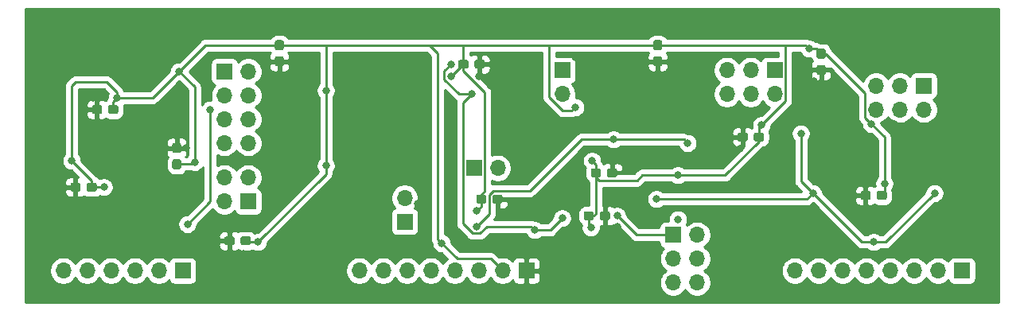
<source format=gbl>
G04 #@! TF.GenerationSoftware,KiCad,Pcbnew,(5.1.5)-3*
G04 #@! TF.CreationDate,2021-03-15T11:56:59-05:00*
G04 #@! TF.ProjectId,channel,6368616e-6e65-46c2-9e6b-696361645f70,rev?*
G04 #@! TF.SameCoordinates,Original*
G04 #@! TF.FileFunction,Copper,L2,Bot*
G04 #@! TF.FilePolarity,Positive*
%FSLAX46Y46*%
G04 Gerber Fmt 4.6, Leading zero omitted, Abs format (unit mm)*
G04 Created by KiCad (PCBNEW (5.1.5)-3) date 2021-03-15 11:56:59*
%MOMM*%
%LPD*%
G04 APERTURE LIST*
%ADD10C,0.100000*%
%ADD11O,1.700000X1.700000*%
%ADD12R,1.700000X1.700000*%
%ADD13C,0.800000*%
%ADD14C,0.250000*%
%ADD15C,0.254000*%
G04 APERTURE END LIST*
G04 #@! TA.AperFunction,SMDPad,CuDef*
D10*
G36*
X162566779Y-93136644D02*
G01*
X162589834Y-93140063D01*
X162612443Y-93145727D01*
X162634387Y-93153579D01*
X162655457Y-93163544D01*
X162675448Y-93175526D01*
X162694168Y-93189410D01*
X162711438Y-93205062D01*
X162727090Y-93222332D01*
X162740974Y-93241052D01*
X162752956Y-93261043D01*
X162762921Y-93282113D01*
X162770773Y-93304057D01*
X162776437Y-93326666D01*
X162779856Y-93349721D01*
X162781000Y-93373000D01*
X162781000Y-93973000D01*
X162779856Y-93996279D01*
X162776437Y-94019334D01*
X162770773Y-94041943D01*
X162762921Y-94063887D01*
X162752956Y-94084957D01*
X162740974Y-94104948D01*
X162727090Y-94123668D01*
X162711438Y-94140938D01*
X162694168Y-94156590D01*
X162675448Y-94170474D01*
X162655457Y-94182456D01*
X162634387Y-94192421D01*
X162612443Y-94200273D01*
X162589834Y-94205937D01*
X162566779Y-94209356D01*
X162543500Y-94210500D01*
X162068500Y-94210500D01*
X162045221Y-94209356D01*
X162022166Y-94205937D01*
X161999557Y-94200273D01*
X161977613Y-94192421D01*
X161956543Y-94182456D01*
X161936552Y-94170474D01*
X161917832Y-94156590D01*
X161900562Y-94140938D01*
X161884910Y-94123668D01*
X161871026Y-94104948D01*
X161859044Y-94084957D01*
X161849079Y-94063887D01*
X161841227Y-94041943D01*
X161835563Y-94019334D01*
X161832144Y-93996279D01*
X161831000Y-93973000D01*
X161831000Y-93373000D01*
X161832144Y-93349721D01*
X161835563Y-93326666D01*
X161841227Y-93304057D01*
X161849079Y-93282113D01*
X161859044Y-93261043D01*
X161871026Y-93241052D01*
X161884910Y-93222332D01*
X161900562Y-93205062D01*
X161917832Y-93189410D01*
X161936552Y-93175526D01*
X161956543Y-93163544D01*
X161977613Y-93153579D01*
X161999557Y-93145727D01*
X162022166Y-93140063D01*
X162045221Y-93136644D01*
X162068500Y-93135500D01*
X162543500Y-93135500D01*
X162566779Y-93136644D01*
G37*
G04 #@! TD.AperFunction*
G04 #@! TA.AperFunction,SMDPad,CuDef*
G36*
X162566779Y-91411644D02*
G01*
X162589834Y-91415063D01*
X162612443Y-91420727D01*
X162634387Y-91428579D01*
X162655457Y-91438544D01*
X162675448Y-91450526D01*
X162694168Y-91464410D01*
X162711438Y-91480062D01*
X162727090Y-91497332D01*
X162740974Y-91516052D01*
X162752956Y-91536043D01*
X162762921Y-91557113D01*
X162770773Y-91579057D01*
X162776437Y-91601666D01*
X162779856Y-91624721D01*
X162781000Y-91648000D01*
X162781000Y-92248000D01*
X162779856Y-92271279D01*
X162776437Y-92294334D01*
X162770773Y-92316943D01*
X162762921Y-92338887D01*
X162752956Y-92359957D01*
X162740974Y-92379948D01*
X162727090Y-92398668D01*
X162711438Y-92415938D01*
X162694168Y-92431590D01*
X162675448Y-92445474D01*
X162655457Y-92457456D01*
X162634387Y-92467421D01*
X162612443Y-92475273D01*
X162589834Y-92480937D01*
X162566779Y-92484356D01*
X162543500Y-92485500D01*
X162068500Y-92485500D01*
X162045221Y-92484356D01*
X162022166Y-92480937D01*
X161999557Y-92475273D01*
X161977613Y-92467421D01*
X161956543Y-92457456D01*
X161936552Y-92445474D01*
X161917832Y-92431590D01*
X161900562Y-92415938D01*
X161884910Y-92398668D01*
X161871026Y-92379948D01*
X161859044Y-92359957D01*
X161849079Y-92338887D01*
X161841227Y-92316943D01*
X161835563Y-92294334D01*
X161832144Y-92271279D01*
X161831000Y-92248000D01*
X161831000Y-91648000D01*
X161832144Y-91624721D01*
X161835563Y-91601666D01*
X161841227Y-91579057D01*
X161849079Y-91557113D01*
X161859044Y-91536043D01*
X161871026Y-91516052D01*
X161884910Y-91497332D01*
X161900562Y-91480062D01*
X161917832Y-91464410D01*
X161936552Y-91450526D01*
X161956543Y-91438544D01*
X161977613Y-91428579D01*
X161999557Y-91420727D01*
X162022166Y-91415063D01*
X162045221Y-91411644D01*
X162068500Y-91410500D01*
X162543500Y-91410500D01*
X162566779Y-91411644D01*
G37*
G04 #@! TD.AperFunction*
D11*
X118745000Y-102362000D03*
X116205000Y-102362000D03*
X118745000Y-99822000D03*
X116205000Y-99822000D03*
X118745000Y-97282000D03*
X116205000Y-97282000D03*
X118745000Y-94742000D03*
D12*
X116205000Y-94742000D03*
D11*
X99060000Y-115951000D03*
X101600000Y-115951000D03*
X104140000Y-115951000D03*
X106680000Y-115951000D03*
X109220000Y-115951000D03*
D12*
X111760000Y-115951000D03*
D11*
X130556000Y-115951000D03*
X133096000Y-115951000D03*
X135636000Y-115951000D03*
X138176000Y-115951000D03*
X140716000Y-115951000D03*
X143256000Y-115951000D03*
X145796000Y-115951000D03*
D12*
X148336000Y-115951000D03*
X190627000Y-96266000D03*
D11*
X190627000Y-98806000D03*
X188087000Y-96266000D03*
X188087000Y-98806000D03*
X185547000Y-96266000D03*
X185547000Y-98806000D03*
D12*
X174752000Y-94615000D03*
D11*
X174752000Y-97155000D03*
X172212000Y-94615000D03*
X172212000Y-97155000D03*
X169672000Y-94615000D03*
X169672000Y-97155000D03*
D12*
X163957000Y-112141000D03*
D11*
X166497000Y-112141000D03*
X163957000Y-114681000D03*
X166497000Y-114681000D03*
X163957000Y-117221000D03*
X166497000Y-117221000D03*
X145288000Y-105029000D03*
D12*
X142748000Y-105029000D03*
D11*
X176911000Y-115951000D03*
X179451000Y-115951000D03*
X181991000Y-115951000D03*
X184531000Y-115951000D03*
X187071000Y-115951000D03*
X189611000Y-115951000D03*
X192151000Y-115951000D03*
D12*
X194691000Y-115951000D03*
X152146000Y-94615000D03*
D11*
X152146000Y-97155000D03*
G04 #@! TA.AperFunction,SMDPad,CuDef*
D10*
G36*
X122307779Y-93136644D02*
G01*
X122330834Y-93140063D01*
X122353443Y-93145727D01*
X122375387Y-93153579D01*
X122396457Y-93163544D01*
X122416448Y-93175526D01*
X122435168Y-93189410D01*
X122452438Y-93205062D01*
X122468090Y-93222332D01*
X122481974Y-93241052D01*
X122493956Y-93261043D01*
X122503921Y-93282113D01*
X122511773Y-93304057D01*
X122517437Y-93326666D01*
X122520856Y-93349721D01*
X122522000Y-93373000D01*
X122522000Y-93973000D01*
X122520856Y-93996279D01*
X122517437Y-94019334D01*
X122511773Y-94041943D01*
X122503921Y-94063887D01*
X122493956Y-94084957D01*
X122481974Y-94104948D01*
X122468090Y-94123668D01*
X122452438Y-94140938D01*
X122435168Y-94156590D01*
X122416448Y-94170474D01*
X122396457Y-94182456D01*
X122375387Y-94192421D01*
X122353443Y-94200273D01*
X122330834Y-94205937D01*
X122307779Y-94209356D01*
X122284500Y-94210500D01*
X121809500Y-94210500D01*
X121786221Y-94209356D01*
X121763166Y-94205937D01*
X121740557Y-94200273D01*
X121718613Y-94192421D01*
X121697543Y-94182456D01*
X121677552Y-94170474D01*
X121658832Y-94156590D01*
X121641562Y-94140938D01*
X121625910Y-94123668D01*
X121612026Y-94104948D01*
X121600044Y-94084957D01*
X121590079Y-94063887D01*
X121582227Y-94041943D01*
X121576563Y-94019334D01*
X121573144Y-93996279D01*
X121572000Y-93973000D01*
X121572000Y-93373000D01*
X121573144Y-93349721D01*
X121576563Y-93326666D01*
X121582227Y-93304057D01*
X121590079Y-93282113D01*
X121600044Y-93261043D01*
X121612026Y-93241052D01*
X121625910Y-93222332D01*
X121641562Y-93205062D01*
X121658832Y-93189410D01*
X121677552Y-93175526D01*
X121697543Y-93163544D01*
X121718613Y-93153579D01*
X121740557Y-93145727D01*
X121763166Y-93140063D01*
X121786221Y-93136644D01*
X121809500Y-93135500D01*
X122284500Y-93135500D01*
X122307779Y-93136644D01*
G37*
G04 #@! TD.AperFunction*
G04 #@! TA.AperFunction,SMDPad,CuDef*
G36*
X122307779Y-91411644D02*
G01*
X122330834Y-91415063D01*
X122353443Y-91420727D01*
X122375387Y-91428579D01*
X122396457Y-91438544D01*
X122416448Y-91450526D01*
X122435168Y-91464410D01*
X122452438Y-91480062D01*
X122468090Y-91497332D01*
X122481974Y-91516052D01*
X122493956Y-91536043D01*
X122503921Y-91557113D01*
X122511773Y-91579057D01*
X122517437Y-91601666D01*
X122520856Y-91624721D01*
X122522000Y-91648000D01*
X122522000Y-92248000D01*
X122520856Y-92271279D01*
X122517437Y-92294334D01*
X122511773Y-92316943D01*
X122503921Y-92338887D01*
X122493956Y-92359957D01*
X122481974Y-92379948D01*
X122468090Y-92398668D01*
X122452438Y-92415938D01*
X122435168Y-92431590D01*
X122416448Y-92445474D01*
X122396457Y-92457456D01*
X122375387Y-92467421D01*
X122353443Y-92475273D01*
X122330834Y-92480937D01*
X122307779Y-92484356D01*
X122284500Y-92485500D01*
X121809500Y-92485500D01*
X121786221Y-92484356D01*
X121763166Y-92480937D01*
X121740557Y-92475273D01*
X121718613Y-92467421D01*
X121697543Y-92457456D01*
X121677552Y-92445474D01*
X121658832Y-92431590D01*
X121641562Y-92415938D01*
X121625910Y-92398668D01*
X121612026Y-92379948D01*
X121600044Y-92359957D01*
X121590079Y-92338887D01*
X121582227Y-92316943D01*
X121576563Y-92294334D01*
X121573144Y-92271279D01*
X121572000Y-92248000D01*
X121572000Y-91648000D01*
X121573144Y-91624721D01*
X121576563Y-91601666D01*
X121582227Y-91579057D01*
X121590079Y-91557113D01*
X121600044Y-91536043D01*
X121612026Y-91516052D01*
X121625910Y-91497332D01*
X121641562Y-91480062D01*
X121658832Y-91464410D01*
X121677552Y-91450526D01*
X121697543Y-91438544D01*
X121718613Y-91428579D01*
X121740557Y-91420727D01*
X121763166Y-91415063D01*
X121786221Y-91411644D01*
X121809500Y-91410500D01*
X122284500Y-91410500D01*
X122307779Y-91411644D01*
G37*
G04 #@! TD.AperFunction*
D11*
X116205000Y-106045000D03*
X118745000Y-106045000D03*
X116205000Y-108585000D03*
D12*
X118745000Y-108585000D03*
X135382000Y-110744000D03*
D11*
X135382000Y-108204000D03*
G04 #@! TA.AperFunction,SMDPad,CuDef*
D10*
G36*
X184753779Y-107476144D02*
G01*
X184776834Y-107479563D01*
X184799443Y-107485227D01*
X184821387Y-107493079D01*
X184842457Y-107503044D01*
X184862448Y-107515026D01*
X184881168Y-107528910D01*
X184898438Y-107544562D01*
X184914090Y-107561832D01*
X184927974Y-107580552D01*
X184939956Y-107600543D01*
X184949921Y-107621613D01*
X184957773Y-107643557D01*
X184963437Y-107666166D01*
X184966856Y-107689221D01*
X184968000Y-107712500D01*
X184968000Y-108187500D01*
X184966856Y-108210779D01*
X184963437Y-108233834D01*
X184957773Y-108256443D01*
X184949921Y-108278387D01*
X184939956Y-108299457D01*
X184927974Y-108319448D01*
X184914090Y-108338168D01*
X184898438Y-108355438D01*
X184881168Y-108371090D01*
X184862448Y-108384974D01*
X184842457Y-108396956D01*
X184821387Y-108406921D01*
X184799443Y-108414773D01*
X184776834Y-108420437D01*
X184753779Y-108423856D01*
X184730500Y-108425000D01*
X184130500Y-108425000D01*
X184107221Y-108423856D01*
X184084166Y-108420437D01*
X184061557Y-108414773D01*
X184039613Y-108406921D01*
X184018543Y-108396956D01*
X183998552Y-108384974D01*
X183979832Y-108371090D01*
X183962562Y-108355438D01*
X183946910Y-108338168D01*
X183933026Y-108319448D01*
X183921044Y-108299457D01*
X183911079Y-108278387D01*
X183903227Y-108256443D01*
X183897563Y-108233834D01*
X183894144Y-108210779D01*
X183893000Y-108187500D01*
X183893000Y-107712500D01*
X183894144Y-107689221D01*
X183897563Y-107666166D01*
X183903227Y-107643557D01*
X183911079Y-107621613D01*
X183921044Y-107600543D01*
X183933026Y-107580552D01*
X183946910Y-107561832D01*
X183962562Y-107544562D01*
X183979832Y-107528910D01*
X183998552Y-107515026D01*
X184018543Y-107503044D01*
X184039613Y-107493079D01*
X184061557Y-107485227D01*
X184084166Y-107479563D01*
X184107221Y-107476144D01*
X184130500Y-107475000D01*
X184730500Y-107475000D01*
X184753779Y-107476144D01*
G37*
G04 #@! TD.AperFunction*
G04 #@! TA.AperFunction,SMDPad,CuDef*
G36*
X186478779Y-107476144D02*
G01*
X186501834Y-107479563D01*
X186524443Y-107485227D01*
X186546387Y-107493079D01*
X186567457Y-107503044D01*
X186587448Y-107515026D01*
X186606168Y-107528910D01*
X186623438Y-107544562D01*
X186639090Y-107561832D01*
X186652974Y-107580552D01*
X186664956Y-107600543D01*
X186674921Y-107621613D01*
X186682773Y-107643557D01*
X186688437Y-107666166D01*
X186691856Y-107689221D01*
X186693000Y-107712500D01*
X186693000Y-108187500D01*
X186691856Y-108210779D01*
X186688437Y-108233834D01*
X186682773Y-108256443D01*
X186674921Y-108278387D01*
X186664956Y-108299457D01*
X186652974Y-108319448D01*
X186639090Y-108338168D01*
X186623438Y-108355438D01*
X186606168Y-108371090D01*
X186587448Y-108384974D01*
X186567457Y-108396956D01*
X186546387Y-108406921D01*
X186524443Y-108414773D01*
X186501834Y-108420437D01*
X186478779Y-108423856D01*
X186455500Y-108425000D01*
X185855500Y-108425000D01*
X185832221Y-108423856D01*
X185809166Y-108420437D01*
X185786557Y-108414773D01*
X185764613Y-108406921D01*
X185743543Y-108396956D01*
X185723552Y-108384974D01*
X185704832Y-108371090D01*
X185687562Y-108355438D01*
X185671910Y-108338168D01*
X185658026Y-108319448D01*
X185646044Y-108299457D01*
X185636079Y-108278387D01*
X185628227Y-108256443D01*
X185622563Y-108233834D01*
X185619144Y-108210779D01*
X185618000Y-108187500D01*
X185618000Y-107712500D01*
X185619144Y-107689221D01*
X185622563Y-107666166D01*
X185628227Y-107643557D01*
X185636079Y-107621613D01*
X185646044Y-107600543D01*
X185658026Y-107580552D01*
X185671910Y-107561832D01*
X185687562Y-107544562D01*
X185704832Y-107528910D01*
X185723552Y-107515026D01*
X185743543Y-107503044D01*
X185764613Y-107493079D01*
X185786557Y-107485227D01*
X185809166Y-107479563D01*
X185832221Y-107476144D01*
X185855500Y-107475000D01*
X186455500Y-107475000D01*
X186478779Y-107476144D01*
G37*
G04 #@! TD.AperFunction*
G04 #@! TA.AperFunction,SMDPad,CuDef*
G36*
X155289779Y-109635144D02*
G01*
X155312834Y-109638563D01*
X155335443Y-109644227D01*
X155357387Y-109652079D01*
X155378457Y-109662044D01*
X155398448Y-109674026D01*
X155417168Y-109687910D01*
X155434438Y-109703562D01*
X155450090Y-109720832D01*
X155463974Y-109739552D01*
X155475956Y-109759543D01*
X155485921Y-109780613D01*
X155493773Y-109802557D01*
X155499437Y-109825166D01*
X155502856Y-109848221D01*
X155504000Y-109871500D01*
X155504000Y-110346500D01*
X155502856Y-110369779D01*
X155499437Y-110392834D01*
X155493773Y-110415443D01*
X155485921Y-110437387D01*
X155475956Y-110458457D01*
X155463974Y-110478448D01*
X155450090Y-110497168D01*
X155434438Y-110514438D01*
X155417168Y-110530090D01*
X155398448Y-110543974D01*
X155378457Y-110555956D01*
X155357387Y-110565921D01*
X155335443Y-110573773D01*
X155312834Y-110579437D01*
X155289779Y-110582856D01*
X155266500Y-110584000D01*
X154666500Y-110584000D01*
X154643221Y-110582856D01*
X154620166Y-110579437D01*
X154597557Y-110573773D01*
X154575613Y-110565921D01*
X154554543Y-110555956D01*
X154534552Y-110543974D01*
X154515832Y-110530090D01*
X154498562Y-110514438D01*
X154482910Y-110497168D01*
X154469026Y-110478448D01*
X154457044Y-110458457D01*
X154447079Y-110437387D01*
X154439227Y-110415443D01*
X154433563Y-110392834D01*
X154430144Y-110369779D01*
X154429000Y-110346500D01*
X154429000Y-109871500D01*
X154430144Y-109848221D01*
X154433563Y-109825166D01*
X154439227Y-109802557D01*
X154447079Y-109780613D01*
X154457044Y-109759543D01*
X154469026Y-109739552D01*
X154482910Y-109720832D01*
X154498562Y-109703562D01*
X154515832Y-109687910D01*
X154534552Y-109674026D01*
X154554543Y-109662044D01*
X154575613Y-109652079D01*
X154597557Y-109644227D01*
X154620166Y-109638563D01*
X154643221Y-109635144D01*
X154666500Y-109634000D01*
X155266500Y-109634000D01*
X155289779Y-109635144D01*
G37*
G04 #@! TD.AperFunction*
G04 #@! TA.AperFunction,SMDPad,CuDef*
G36*
X157014779Y-109635144D02*
G01*
X157037834Y-109638563D01*
X157060443Y-109644227D01*
X157082387Y-109652079D01*
X157103457Y-109662044D01*
X157123448Y-109674026D01*
X157142168Y-109687910D01*
X157159438Y-109703562D01*
X157175090Y-109720832D01*
X157188974Y-109739552D01*
X157200956Y-109759543D01*
X157210921Y-109780613D01*
X157218773Y-109802557D01*
X157224437Y-109825166D01*
X157227856Y-109848221D01*
X157229000Y-109871500D01*
X157229000Y-110346500D01*
X157227856Y-110369779D01*
X157224437Y-110392834D01*
X157218773Y-110415443D01*
X157210921Y-110437387D01*
X157200956Y-110458457D01*
X157188974Y-110478448D01*
X157175090Y-110497168D01*
X157159438Y-110514438D01*
X157142168Y-110530090D01*
X157123448Y-110543974D01*
X157103457Y-110555956D01*
X157082387Y-110565921D01*
X157060443Y-110573773D01*
X157037834Y-110579437D01*
X157014779Y-110582856D01*
X156991500Y-110584000D01*
X156391500Y-110584000D01*
X156368221Y-110582856D01*
X156345166Y-110579437D01*
X156322557Y-110573773D01*
X156300613Y-110565921D01*
X156279543Y-110555956D01*
X156259552Y-110543974D01*
X156240832Y-110530090D01*
X156223562Y-110514438D01*
X156207910Y-110497168D01*
X156194026Y-110478448D01*
X156182044Y-110458457D01*
X156172079Y-110437387D01*
X156164227Y-110415443D01*
X156158563Y-110392834D01*
X156155144Y-110369779D01*
X156154000Y-110346500D01*
X156154000Y-109871500D01*
X156155144Y-109848221D01*
X156158563Y-109825166D01*
X156164227Y-109802557D01*
X156172079Y-109780613D01*
X156182044Y-109759543D01*
X156194026Y-109739552D01*
X156207910Y-109720832D01*
X156223562Y-109703562D01*
X156240832Y-109687910D01*
X156259552Y-109674026D01*
X156279543Y-109662044D01*
X156300613Y-109652079D01*
X156322557Y-109644227D01*
X156345166Y-109638563D01*
X156368221Y-109635144D01*
X156391500Y-109634000D01*
X156991500Y-109634000D01*
X157014779Y-109635144D01*
G37*
G04 #@! TD.AperFunction*
G04 #@! TA.AperFunction,SMDPad,CuDef*
G36*
X157776779Y-105063144D02*
G01*
X157799834Y-105066563D01*
X157822443Y-105072227D01*
X157844387Y-105080079D01*
X157865457Y-105090044D01*
X157885448Y-105102026D01*
X157904168Y-105115910D01*
X157921438Y-105131562D01*
X157937090Y-105148832D01*
X157950974Y-105167552D01*
X157962956Y-105187543D01*
X157972921Y-105208613D01*
X157980773Y-105230557D01*
X157986437Y-105253166D01*
X157989856Y-105276221D01*
X157991000Y-105299500D01*
X157991000Y-105774500D01*
X157989856Y-105797779D01*
X157986437Y-105820834D01*
X157980773Y-105843443D01*
X157972921Y-105865387D01*
X157962956Y-105886457D01*
X157950974Y-105906448D01*
X157937090Y-105925168D01*
X157921438Y-105942438D01*
X157904168Y-105958090D01*
X157885448Y-105971974D01*
X157865457Y-105983956D01*
X157844387Y-105993921D01*
X157822443Y-106001773D01*
X157799834Y-106007437D01*
X157776779Y-106010856D01*
X157753500Y-106012000D01*
X157153500Y-106012000D01*
X157130221Y-106010856D01*
X157107166Y-106007437D01*
X157084557Y-106001773D01*
X157062613Y-105993921D01*
X157041543Y-105983956D01*
X157021552Y-105971974D01*
X157002832Y-105958090D01*
X156985562Y-105942438D01*
X156969910Y-105925168D01*
X156956026Y-105906448D01*
X156944044Y-105886457D01*
X156934079Y-105865387D01*
X156926227Y-105843443D01*
X156920563Y-105820834D01*
X156917144Y-105797779D01*
X156916000Y-105774500D01*
X156916000Y-105299500D01*
X156917144Y-105276221D01*
X156920563Y-105253166D01*
X156926227Y-105230557D01*
X156934079Y-105208613D01*
X156944044Y-105187543D01*
X156956026Y-105167552D01*
X156969910Y-105148832D01*
X156985562Y-105131562D01*
X157002832Y-105115910D01*
X157021552Y-105102026D01*
X157041543Y-105090044D01*
X157062613Y-105080079D01*
X157084557Y-105072227D01*
X157107166Y-105066563D01*
X157130221Y-105063144D01*
X157153500Y-105062000D01*
X157753500Y-105062000D01*
X157776779Y-105063144D01*
G37*
G04 #@! TD.AperFunction*
G04 #@! TA.AperFunction,SMDPad,CuDef*
G36*
X156051779Y-105063144D02*
G01*
X156074834Y-105066563D01*
X156097443Y-105072227D01*
X156119387Y-105080079D01*
X156140457Y-105090044D01*
X156160448Y-105102026D01*
X156179168Y-105115910D01*
X156196438Y-105131562D01*
X156212090Y-105148832D01*
X156225974Y-105167552D01*
X156237956Y-105187543D01*
X156247921Y-105208613D01*
X156255773Y-105230557D01*
X156261437Y-105253166D01*
X156264856Y-105276221D01*
X156266000Y-105299500D01*
X156266000Y-105774500D01*
X156264856Y-105797779D01*
X156261437Y-105820834D01*
X156255773Y-105843443D01*
X156247921Y-105865387D01*
X156237956Y-105886457D01*
X156225974Y-105906448D01*
X156212090Y-105925168D01*
X156196438Y-105942438D01*
X156179168Y-105958090D01*
X156160448Y-105971974D01*
X156140457Y-105983956D01*
X156119387Y-105993921D01*
X156097443Y-106001773D01*
X156074834Y-106007437D01*
X156051779Y-106010856D01*
X156028500Y-106012000D01*
X155428500Y-106012000D01*
X155405221Y-106010856D01*
X155382166Y-106007437D01*
X155359557Y-106001773D01*
X155337613Y-105993921D01*
X155316543Y-105983956D01*
X155296552Y-105971974D01*
X155277832Y-105958090D01*
X155260562Y-105942438D01*
X155244910Y-105925168D01*
X155231026Y-105906448D01*
X155219044Y-105886457D01*
X155209079Y-105865387D01*
X155201227Y-105843443D01*
X155195563Y-105820834D01*
X155192144Y-105797779D01*
X155191000Y-105774500D01*
X155191000Y-105299500D01*
X155192144Y-105276221D01*
X155195563Y-105253166D01*
X155201227Y-105230557D01*
X155209079Y-105208613D01*
X155219044Y-105187543D01*
X155231026Y-105167552D01*
X155244910Y-105148832D01*
X155260562Y-105131562D01*
X155277832Y-105115910D01*
X155296552Y-105102026D01*
X155316543Y-105090044D01*
X155337613Y-105080079D01*
X155359557Y-105072227D01*
X155382166Y-105066563D01*
X155405221Y-105063144D01*
X155428500Y-105062000D01*
X156028500Y-105062000D01*
X156051779Y-105063144D01*
G37*
G04 #@! TD.AperFunction*
G04 #@! TA.AperFunction,SMDPad,CuDef*
G36*
X143679779Y-93506144D02*
G01*
X143702834Y-93509563D01*
X143725443Y-93515227D01*
X143747387Y-93523079D01*
X143768457Y-93533044D01*
X143788448Y-93545026D01*
X143807168Y-93558910D01*
X143824438Y-93574562D01*
X143840090Y-93591832D01*
X143853974Y-93610552D01*
X143865956Y-93630543D01*
X143875921Y-93651613D01*
X143883773Y-93673557D01*
X143889437Y-93696166D01*
X143892856Y-93719221D01*
X143894000Y-93742500D01*
X143894000Y-94217500D01*
X143892856Y-94240779D01*
X143889437Y-94263834D01*
X143883773Y-94286443D01*
X143875921Y-94308387D01*
X143865956Y-94329457D01*
X143853974Y-94349448D01*
X143840090Y-94368168D01*
X143824438Y-94385438D01*
X143807168Y-94401090D01*
X143788448Y-94414974D01*
X143768457Y-94426956D01*
X143747387Y-94436921D01*
X143725443Y-94444773D01*
X143702834Y-94450437D01*
X143679779Y-94453856D01*
X143656500Y-94455000D01*
X143056500Y-94455000D01*
X143033221Y-94453856D01*
X143010166Y-94450437D01*
X142987557Y-94444773D01*
X142965613Y-94436921D01*
X142944543Y-94426956D01*
X142924552Y-94414974D01*
X142905832Y-94401090D01*
X142888562Y-94385438D01*
X142872910Y-94368168D01*
X142859026Y-94349448D01*
X142847044Y-94329457D01*
X142837079Y-94308387D01*
X142829227Y-94286443D01*
X142823563Y-94263834D01*
X142820144Y-94240779D01*
X142819000Y-94217500D01*
X142819000Y-93742500D01*
X142820144Y-93719221D01*
X142823563Y-93696166D01*
X142829227Y-93673557D01*
X142837079Y-93651613D01*
X142847044Y-93630543D01*
X142859026Y-93610552D01*
X142872910Y-93591832D01*
X142888562Y-93574562D01*
X142905832Y-93558910D01*
X142924552Y-93545026D01*
X142944543Y-93533044D01*
X142965613Y-93523079D01*
X142987557Y-93515227D01*
X143010166Y-93509563D01*
X143033221Y-93506144D01*
X143056500Y-93505000D01*
X143656500Y-93505000D01*
X143679779Y-93506144D01*
G37*
G04 #@! TD.AperFunction*
G04 #@! TA.AperFunction,SMDPad,CuDef*
G36*
X141954779Y-93506144D02*
G01*
X141977834Y-93509563D01*
X142000443Y-93515227D01*
X142022387Y-93523079D01*
X142043457Y-93533044D01*
X142063448Y-93545026D01*
X142082168Y-93558910D01*
X142099438Y-93574562D01*
X142115090Y-93591832D01*
X142128974Y-93610552D01*
X142140956Y-93630543D01*
X142150921Y-93651613D01*
X142158773Y-93673557D01*
X142164437Y-93696166D01*
X142167856Y-93719221D01*
X142169000Y-93742500D01*
X142169000Y-94217500D01*
X142167856Y-94240779D01*
X142164437Y-94263834D01*
X142158773Y-94286443D01*
X142150921Y-94308387D01*
X142140956Y-94329457D01*
X142128974Y-94349448D01*
X142115090Y-94368168D01*
X142099438Y-94385438D01*
X142082168Y-94401090D01*
X142063448Y-94414974D01*
X142043457Y-94426956D01*
X142022387Y-94436921D01*
X142000443Y-94444773D01*
X141977834Y-94450437D01*
X141954779Y-94453856D01*
X141931500Y-94455000D01*
X141331500Y-94455000D01*
X141308221Y-94453856D01*
X141285166Y-94450437D01*
X141262557Y-94444773D01*
X141240613Y-94436921D01*
X141219543Y-94426956D01*
X141199552Y-94414974D01*
X141180832Y-94401090D01*
X141163562Y-94385438D01*
X141147910Y-94368168D01*
X141134026Y-94349448D01*
X141122044Y-94329457D01*
X141112079Y-94308387D01*
X141104227Y-94286443D01*
X141098563Y-94263834D01*
X141095144Y-94240779D01*
X141094000Y-94217500D01*
X141094000Y-93742500D01*
X141095144Y-93719221D01*
X141098563Y-93696166D01*
X141104227Y-93673557D01*
X141112079Y-93651613D01*
X141122044Y-93630543D01*
X141134026Y-93610552D01*
X141147910Y-93591832D01*
X141163562Y-93574562D01*
X141180832Y-93558910D01*
X141199552Y-93545026D01*
X141219543Y-93533044D01*
X141240613Y-93523079D01*
X141262557Y-93515227D01*
X141285166Y-93509563D01*
X141308221Y-93506144D01*
X141331500Y-93505000D01*
X141931500Y-93505000D01*
X141954779Y-93506144D01*
G37*
G04 #@! TD.AperFunction*
G04 #@! TA.AperFunction,SMDPad,CuDef*
G36*
X102965779Y-98332144D02*
G01*
X102988834Y-98335563D01*
X103011443Y-98341227D01*
X103033387Y-98349079D01*
X103054457Y-98359044D01*
X103074448Y-98371026D01*
X103093168Y-98384910D01*
X103110438Y-98400562D01*
X103126090Y-98417832D01*
X103139974Y-98436552D01*
X103151956Y-98456543D01*
X103161921Y-98477613D01*
X103169773Y-98499557D01*
X103175437Y-98522166D01*
X103178856Y-98545221D01*
X103180000Y-98568500D01*
X103180000Y-99043500D01*
X103178856Y-99066779D01*
X103175437Y-99089834D01*
X103169773Y-99112443D01*
X103161921Y-99134387D01*
X103151956Y-99155457D01*
X103139974Y-99175448D01*
X103126090Y-99194168D01*
X103110438Y-99211438D01*
X103093168Y-99227090D01*
X103074448Y-99240974D01*
X103054457Y-99252956D01*
X103033387Y-99262921D01*
X103011443Y-99270773D01*
X102988834Y-99276437D01*
X102965779Y-99279856D01*
X102942500Y-99281000D01*
X102342500Y-99281000D01*
X102319221Y-99279856D01*
X102296166Y-99276437D01*
X102273557Y-99270773D01*
X102251613Y-99262921D01*
X102230543Y-99252956D01*
X102210552Y-99240974D01*
X102191832Y-99227090D01*
X102174562Y-99211438D01*
X102158910Y-99194168D01*
X102145026Y-99175448D01*
X102133044Y-99155457D01*
X102123079Y-99134387D01*
X102115227Y-99112443D01*
X102109563Y-99089834D01*
X102106144Y-99066779D01*
X102105000Y-99043500D01*
X102105000Y-98568500D01*
X102106144Y-98545221D01*
X102109563Y-98522166D01*
X102115227Y-98499557D01*
X102123079Y-98477613D01*
X102133044Y-98456543D01*
X102145026Y-98436552D01*
X102158910Y-98417832D01*
X102174562Y-98400562D01*
X102191832Y-98384910D01*
X102210552Y-98371026D01*
X102230543Y-98359044D01*
X102251613Y-98349079D01*
X102273557Y-98341227D01*
X102296166Y-98335563D01*
X102319221Y-98332144D01*
X102342500Y-98331000D01*
X102942500Y-98331000D01*
X102965779Y-98332144D01*
G37*
G04 #@! TD.AperFunction*
G04 #@! TA.AperFunction,SMDPad,CuDef*
G36*
X104690779Y-98332144D02*
G01*
X104713834Y-98335563D01*
X104736443Y-98341227D01*
X104758387Y-98349079D01*
X104779457Y-98359044D01*
X104799448Y-98371026D01*
X104818168Y-98384910D01*
X104835438Y-98400562D01*
X104851090Y-98417832D01*
X104864974Y-98436552D01*
X104876956Y-98456543D01*
X104886921Y-98477613D01*
X104894773Y-98499557D01*
X104900437Y-98522166D01*
X104903856Y-98545221D01*
X104905000Y-98568500D01*
X104905000Y-99043500D01*
X104903856Y-99066779D01*
X104900437Y-99089834D01*
X104894773Y-99112443D01*
X104886921Y-99134387D01*
X104876956Y-99155457D01*
X104864974Y-99175448D01*
X104851090Y-99194168D01*
X104835438Y-99211438D01*
X104818168Y-99227090D01*
X104799448Y-99240974D01*
X104779457Y-99252956D01*
X104758387Y-99262921D01*
X104736443Y-99270773D01*
X104713834Y-99276437D01*
X104690779Y-99279856D01*
X104667500Y-99281000D01*
X104067500Y-99281000D01*
X104044221Y-99279856D01*
X104021166Y-99276437D01*
X103998557Y-99270773D01*
X103976613Y-99262921D01*
X103955543Y-99252956D01*
X103935552Y-99240974D01*
X103916832Y-99227090D01*
X103899562Y-99211438D01*
X103883910Y-99194168D01*
X103870026Y-99175448D01*
X103858044Y-99155457D01*
X103848079Y-99134387D01*
X103840227Y-99112443D01*
X103834563Y-99089834D01*
X103831144Y-99066779D01*
X103830000Y-99043500D01*
X103830000Y-98568500D01*
X103831144Y-98545221D01*
X103834563Y-98522166D01*
X103840227Y-98499557D01*
X103848079Y-98477613D01*
X103858044Y-98456543D01*
X103870026Y-98436552D01*
X103883910Y-98417832D01*
X103899562Y-98400562D01*
X103916832Y-98384910D01*
X103935552Y-98371026D01*
X103955543Y-98359044D01*
X103976613Y-98349079D01*
X103998557Y-98341227D01*
X104021166Y-98335563D01*
X104044221Y-98332144D01*
X104067500Y-98331000D01*
X104667500Y-98331000D01*
X104690779Y-98332144D01*
G37*
G04 #@! TD.AperFunction*
G04 #@! TA.AperFunction,SMDPad,CuDef*
G36*
X111385779Y-102360144D02*
G01*
X111408834Y-102363563D01*
X111431443Y-102369227D01*
X111453387Y-102377079D01*
X111474457Y-102387044D01*
X111494448Y-102399026D01*
X111513168Y-102412910D01*
X111530438Y-102428562D01*
X111546090Y-102445832D01*
X111559974Y-102464552D01*
X111571956Y-102484543D01*
X111581921Y-102505613D01*
X111589773Y-102527557D01*
X111595437Y-102550166D01*
X111598856Y-102573221D01*
X111600000Y-102596500D01*
X111600000Y-103196500D01*
X111598856Y-103219779D01*
X111595437Y-103242834D01*
X111589773Y-103265443D01*
X111581921Y-103287387D01*
X111571956Y-103308457D01*
X111559974Y-103328448D01*
X111546090Y-103347168D01*
X111530438Y-103364438D01*
X111513168Y-103380090D01*
X111494448Y-103393974D01*
X111474457Y-103405956D01*
X111453387Y-103415921D01*
X111431443Y-103423773D01*
X111408834Y-103429437D01*
X111385779Y-103432856D01*
X111362500Y-103434000D01*
X110887500Y-103434000D01*
X110864221Y-103432856D01*
X110841166Y-103429437D01*
X110818557Y-103423773D01*
X110796613Y-103415921D01*
X110775543Y-103405956D01*
X110755552Y-103393974D01*
X110736832Y-103380090D01*
X110719562Y-103364438D01*
X110703910Y-103347168D01*
X110690026Y-103328448D01*
X110678044Y-103308457D01*
X110668079Y-103287387D01*
X110660227Y-103265443D01*
X110654563Y-103242834D01*
X110651144Y-103219779D01*
X110650000Y-103196500D01*
X110650000Y-102596500D01*
X110651144Y-102573221D01*
X110654563Y-102550166D01*
X110660227Y-102527557D01*
X110668079Y-102505613D01*
X110678044Y-102484543D01*
X110690026Y-102464552D01*
X110703910Y-102445832D01*
X110719562Y-102428562D01*
X110736832Y-102412910D01*
X110755552Y-102399026D01*
X110775543Y-102387044D01*
X110796613Y-102377079D01*
X110818557Y-102369227D01*
X110841166Y-102363563D01*
X110864221Y-102360144D01*
X110887500Y-102359000D01*
X111362500Y-102359000D01*
X111385779Y-102360144D01*
G37*
G04 #@! TD.AperFunction*
G04 #@! TA.AperFunction,SMDPad,CuDef*
G36*
X111385779Y-104085144D02*
G01*
X111408834Y-104088563D01*
X111431443Y-104094227D01*
X111453387Y-104102079D01*
X111474457Y-104112044D01*
X111494448Y-104124026D01*
X111513168Y-104137910D01*
X111530438Y-104153562D01*
X111546090Y-104170832D01*
X111559974Y-104189552D01*
X111571956Y-104209543D01*
X111581921Y-104230613D01*
X111589773Y-104252557D01*
X111595437Y-104275166D01*
X111598856Y-104298221D01*
X111600000Y-104321500D01*
X111600000Y-104921500D01*
X111598856Y-104944779D01*
X111595437Y-104967834D01*
X111589773Y-104990443D01*
X111581921Y-105012387D01*
X111571956Y-105033457D01*
X111559974Y-105053448D01*
X111546090Y-105072168D01*
X111530438Y-105089438D01*
X111513168Y-105105090D01*
X111494448Y-105118974D01*
X111474457Y-105130956D01*
X111453387Y-105140921D01*
X111431443Y-105148773D01*
X111408834Y-105154437D01*
X111385779Y-105157856D01*
X111362500Y-105159000D01*
X110887500Y-105159000D01*
X110864221Y-105157856D01*
X110841166Y-105154437D01*
X110818557Y-105148773D01*
X110796613Y-105140921D01*
X110775543Y-105130956D01*
X110755552Y-105118974D01*
X110736832Y-105105090D01*
X110719562Y-105089438D01*
X110703910Y-105072168D01*
X110690026Y-105053448D01*
X110678044Y-105033457D01*
X110668079Y-105012387D01*
X110660227Y-104990443D01*
X110654563Y-104967834D01*
X110651144Y-104944779D01*
X110650000Y-104921500D01*
X110650000Y-104321500D01*
X110651144Y-104298221D01*
X110654563Y-104275166D01*
X110660227Y-104252557D01*
X110668079Y-104230613D01*
X110678044Y-104209543D01*
X110690026Y-104189552D01*
X110703910Y-104170832D01*
X110719562Y-104153562D01*
X110736832Y-104137910D01*
X110755552Y-104124026D01*
X110775543Y-104112044D01*
X110796613Y-104102079D01*
X110818557Y-104094227D01*
X110841166Y-104088563D01*
X110864221Y-104085144D01*
X110887500Y-104084000D01*
X111362500Y-104084000D01*
X111385779Y-104085144D01*
G37*
G04 #@! TD.AperFunction*
G04 #@! TA.AperFunction,SMDPad,CuDef*
G36*
X100679779Y-106587144D02*
G01*
X100702834Y-106590563D01*
X100725443Y-106596227D01*
X100747387Y-106604079D01*
X100768457Y-106614044D01*
X100788448Y-106626026D01*
X100807168Y-106639910D01*
X100824438Y-106655562D01*
X100840090Y-106672832D01*
X100853974Y-106691552D01*
X100865956Y-106711543D01*
X100875921Y-106732613D01*
X100883773Y-106754557D01*
X100889437Y-106777166D01*
X100892856Y-106800221D01*
X100894000Y-106823500D01*
X100894000Y-107298500D01*
X100892856Y-107321779D01*
X100889437Y-107344834D01*
X100883773Y-107367443D01*
X100875921Y-107389387D01*
X100865956Y-107410457D01*
X100853974Y-107430448D01*
X100840090Y-107449168D01*
X100824438Y-107466438D01*
X100807168Y-107482090D01*
X100788448Y-107495974D01*
X100768457Y-107507956D01*
X100747387Y-107517921D01*
X100725443Y-107525773D01*
X100702834Y-107531437D01*
X100679779Y-107534856D01*
X100656500Y-107536000D01*
X100056500Y-107536000D01*
X100033221Y-107534856D01*
X100010166Y-107531437D01*
X99987557Y-107525773D01*
X99965613Y-107517921D01*
X99944543Y-107507956D01*
X99924552Y-107495974D01*
X99905832Y-107482090D01*
X99888562Y-107466438D01*
X99872910Y-107449168D01*
X99859026Y-107430448D01*
X99847044Y-107410457D01*
X99837079Y-107389387D01*
X99829227Y-107367443D01*
X99823563Y-107344834D01*
X99820144Y-107321779D01*
X99819000Y-107298500D01*
X99819000Y-106823500D01*
X99820144Y-106800221D01*
X99823563Y-106777166D01*
X99829227Y-106754557D01*
X99837079Y-106732613D01*
X99847044Y-106711543D01*
X99859026Y-106691552D01*
X99872910Y-106672832D01*
X99888562Y-106655562D01*
X99905832Y-106639910D01*
X99924552Y-106626026D01*
X99944543Y-106614044D01*
X99965613Y-106604079D01*
X99987557Y-106596227D01*
X100010166Y-106590563D01*
X100033221Y-106587144D01*
X100056500Y-106586000D01*
X100656500Y-106586000D01*
X100679779Y-106587144D01*
G37*
G04 #@! TD.AperFunction*
G04 #@! TA.AperFunction,SMDPad,CuDef*
G36*
X102404779Y-106587144D02*
G01*
X102427834Y-106590563D01*
X102450443Y-106596227D01*
X102472387Y-106604079D01*
X102493457Y-106614044D01*
X102513448Y-106626026D01*
X102532168Y-106639910D01*
X102549438Y-106655562D01*
X102565090Y-106672832D01*
X102578974Y-106691552D01*
X102590956Y-106711543D01*
X102600921Y-106732613D01*
X102608773Y-106754557D01*
X102614437Y-106777166D01*
X102617856Y-106800221D01*
X102619000Y-106823500D01*
X102619000Y-107298500D01*
X102617856Y-107321779D01*
X102614437Y-107344834D01*
X102608773Y-107367443D01*
X102600921Y-107389387D01*
X102590956Y-107410457D01*
X102578974Y-107430448D01*
X102565090Y-107449168D01*
X102549438Y-107466438D01*
X102532168Y-107482090D01*
X102513448Y-107495974D01*
X102493457Y-107507956D01*
X102472387Y-107517921D01*
X102450443Y-107525773D01*
X102427834Y-107531437D01*
X102404779Y-107534856D01*
X102381500Y-107536000D01*
X101781500Y-107536000D01*
X101758221Y-107534856D01*
X101735166Y-107531437D01*
X101712557Y-107525773D01*
X101690613Y-107517921D01*
X101669543Y-107507956D01*
X101649552Y-107495974D01*
X101630832Y-107482090D01*
X101613562Y-107466438D01*
X101597910Y-107449168D01*
X101584026Y-107430448D01*
X101572044Y-107410457D01*
X101562079Y-107389387D01*
X101554227Y-107367443D01*
X101548563Y-107344834D01*
X101545144Y-107321779D01*
X101544000Y-107298500D01*
X101544000Y-106823500D01*
X101545144Y-106800221D01*
X101548563Y-106777166D01*
X101554227Y-106754557D01*
X101562079Y-106732613D01*
X101572044Y-106711543D01*
X101584026Y-106691552D01*
X101597910Y-106672832D01*
X101613562Y-106655562D01*
X101630832Y-106639910D01*
X101649552Y-106626026D01*
X101669543Y-106614044D01*
X101690613Y-106604079D01*
X101712557Y-106596227D01*
X101735166Y-106590563D01*
X101758221Y-106587144D01*
X101781500Y-106586000D01*
X102381500Y-106586000D01*
X102404779Y-106587144D01*
G37*
G04 #@! TD.AperFunction*
G04 #@! TA.AperFunction,SMDPad,CuDef*
G36*
X179965779Y-94052144D02*
G01*
X179988834Y-94055563D01*
X180011443Y-94061227D01*
X180033387Y-94069079D01*
X180054457Y-94079044D01*
X180074448Y-94091026D01*
X180093168Y-94104910D01*
X180110438Y-94120562D01*
X180126090Y-94137832D01*
X180139974Y-94156552D01*
X180151956Y-94176543D01*
X180161921Y-94197613D01*
X180169773Y-94219557D01*
X180175437Y-94242166D01*
X180178856Y-94265221D01*
X180180000Y-94288500D01*
X180180000Y-94888500D01*
X180178856Y-94911779D01*
X180175437Y-94934834D01*
X180169773Y-94957443D01*
X180161921Y-94979387D01*
X180151956Y-95000457D01*
X180139974Y-95020448D01*
X180126090Y-95039168D01*
X180110438Y-95056438D01*
X180093168Y-95072090D01*
X180074448Y-95085974D01*
X180054457Y-95097956D01*
X180033387Y-95107921D01*
X180011443Y-95115773D01*
X179988834Y-95121437D01*
X179965779Y-95124856D01*
X179942500Y-95126000D01*
X179467500Y-95126000D01*
X179444221Y-95124856D01*
X179421166Y-95121437D01*
X179398557Y-95115773D01*
X179376613Y-95107921D01*
X179355543Y-95097956D01*
X179335552Y-95085974D01*
X179316832Y-95072090D01*
X179299562Y-95056438D01*
X179283910Y-95039168D01*
X179270026Y-95020448D01*
X179258044Y-95000457D01*
X179248079Y-94979387D01*
X179240227Y-94957443D01*
X179234563Y-94934834D01*
X179231144Y-94911779D01*
X179230000Y-94888500D01*
X179230000Y-94288500D01*
X179231144Y-94265221D01*
X179234563Y-94242166D01*
X179240227Y-94219557D01*
X179248079Y-94197613D01*
X179258044Y-94176543D01*
X179270026Y-94156552D01*
X179283910Y-94137832D01*
X179299562Y-94120562D01*
X179316832Y-94104910D01*
X179335552Y-94091026D01*
X179355543Y-94079044D01*
X179376613Y-94069079D01*
X179398557Y-94061227D01*
X179421166Y-94055563D01*
X179444221Y-94052144D01*
X179467500Y-94051000D01*
X179942500Y-94051000D01*
X179965779Y-94052144D01*
G37*
G04 #@! TD.AperFunction*
G04 #@! TA.AperFunction,SMDPad,CuDef*
G36*
X179965779Y-92327144D02*
G01*
X179988834Y-92330563D01*
X180011443Y-92336227D01*
X180033387Y-92344079D01*
X180054457Y-92354044D01*
X180074448Y-92366026D01*
X180093168Y-92379910D01*
X180110438Y-92395562D01*
X180126090Y-92412832D01*
X180139974Y-92431552D01*
X180151956Y-92451543D01*
X180161921Y-92472613D01*
X180169773Y-92494557D01*
X180175437Y-92517166D01*
X180178856Y-92540221D01*
X180180000Y-92563500D01*
X180180000Y-93163500D01*
X180178856Y-93186779D01*
X180175437Y-93209834D01*
X180169773Y-93232443D01*
X180161921Y-93254387D01*
X180151956Y-93275457D01*
X180139974Y-93295448D01*
X180126090Y-93314168D01*
X180110438Y-93331438D01*
X180093168Y-93347090D01*
X180074448Y-93360974D01*
X180054457Y-93372956D01*
X180033387Y-93382921D01*
X180011443Y-93390773D01*
X179988834Y-93396437D01*
X179965779Y-93399856D01*
X179942500Y-93401000D01*
X179467500Y-93401000D01*
X179444221Y-93399856D01*
X179421166Y-93396437D01*
X179398557Y-93390773D01*
X179376613Y-93382921D01*
X179355543Y-93372956D01*
X179335552Y-93360974D01*
X179316832Y-93347090D01*
X179299562Y-93331438D01*
X179283910Y-93314168D01*
X179270026Y-93295448D01*
X179258044Y-93275457D01*
X179248079Y-93254387D01*
X179240227Y-93232443D01*
X179234563Y-93209834D01*
X179231144Y-93186779D01*
X179230000Y-93163500D01*
X179230000Y-92563500D01*
X179231144Y-92540221D01*
X179234563Y-92517166D01*
X179240227Y-92494557D01*
X179248079Y-92472613D01*
X179258044Y-92451543D01*
X179270026Y-92431552D01*
X179283910Y-92412832D01*
X179299562Y-92395562D01*
X179316832Y-92379910D01*
X179335552Y-92366026D01*
X179355543Y-92354044D01*
X179376613Y-92344079D01*
X179398557Y-92336227D01*
X179421166Y-92330563D01*
X179444221Y-92327144D01*
X179467500Y-92326000D01*
X179942500Y-92326000D01*
X179965779Y-92327144D01*
G37*
G04 #@! TD.AperFunction*
G04 #@! TA.AperFunction,SMDPad,CuDef*
G36*
X171672779Y-101253144D02*
G01*
X171695834Y-101256563D01*
X171718443Y-101262227D01*
X171740387Y-101270079D01*
X171761457Y-101280044D01*
X171781448Y-101292026D01*
X171800168Y-101305910D01*
X171817438Y-101321562D01*
X171833090Y-101338832D01*
X171846974Y-101357552D01*
X171858956Y-101377543D01*
X171868921Y-101398613D01*
X171876773Y-101420557D01*
X171882437Y-101443166D01*
X171885856Y-101466221D01*
X171887000Y-101489500D01*
X171887000Y-101964500D01*
X171885856Y-101987779D01*
X171882437Y-102010834D01*
X171876773Y-102033443D01*
X171868921Y-102055387D01*
X171858956Y-102076457D01*
X171846974Y-102096448D01*
X171833090Y-102115168D01*
X171817438Y-102132438D01*
X171800168Y-102148090D01*
X171781448Y-102161974D01*
X171761457Y-102173956D01*
X171740387Y-102183921D01*
X171718443Y-102191773D01*
X171695834Y-102197437D01*
X171672779Y-102200856D01*
X171649500Y-102202000D01*
X171049500Y-102202000D01*
X171026221Y-102200856D01*
X171003166Y-102197437D01*
X170980557Y-102191773D01*
X170958613Y-102183921D01*
X170937543Y-102173956D01*
X170917552Y-102161974D01*
X170898832Y-102148090D01*
X170881562Y-102132438D01*
X170865910Y-102115168D01*
X170852026Y-102096448D01*
X170840044Y-102076457D01*
X170830079Y-102055387D01*
X170822227Y-102033443D01*
X170816563Y-102010834D01*
X170813144Y-101987779D01*
X170812000Y-101964500D01*
X170812000Y-101489500D01*
X170813144Y-101466221D01*
X170816563Y-101443166D01*
X170822227Y-101420557D01*
X170830079Y-101398613D01*
X170840044Y-101377543D01*
X170852026Y-101357552D01*
X170865910Y-101338832D01*
X170881562Y-101321562D01*
X170898832Y-101305910D01*
X170917552Y-101292026D01*
X170937543Y-101280044D01*
X170958613Y-101270079D01*
X170980557Y-101262227D01*
X171003166Y-101256563D01*
X171026221Y-101253144D01*
X171049500Y-101252000D01*
X171649500Y-101252000D01*
X171672779Y-101253144D01*
G37*
G04 #@! TD.AperFunction*
G04 #@! TA.AperFunction,SMDPad,CuDef*
G36*
X173397779Y-101253144D02*
G01*
X173420834Y-101256563D01*
X173443443Y-101262227D01*
X173465387Y-101270079D01*
X173486457Y-101280044D01*
X173506448Y-101292026D01*
X173525168Y-101305910D01*
X173542438Y-101321562D01*
X173558090Y-101338832D01*
X173571974Y-101357552D01*
X173583956Y-101377543D01*
X173593921Y-101398613D01*
X173601773Y-101420557D01*
X173607437Y-101443166D01*
X173610856Y-101466221D01*
X173612000Y-101489500D01*
X173612000Y-101964500D01*
X173610856Y-101987779D01*
X173607437Y-102010834D01*
X173601773Y-102033443D01*
X173593921Y-102055387D01*
X173583956Y-102076457D01*
X173571974Y-102096448D01*
X173558090Y-102115168D01*
X173542438Y-102132438D01*
X173525168Y-102148090D01*
X173506448Y-102161974D01*
X173486457Y-102173956D01*
X173465387Y-102183921D01*
X173443443Y-102191773D01*
X173420834Y-102197437D01*
X173397779Y-102200856D01*
X173374500Y-102202000D01*
X172774500Y-102202000D01*
X172751221Y-102200856D01*
X172728166Y-102197437D01*
X172705557Y-102191773D01*
X172683613Y-102183921D01*
X172662543Y-102173956D01*
X172642552Y-102161974D01*
X172623832Y-102148090D01*
X172606562Y-102132438D01*
X172590910Y-102115168D01*
X172577026Y-102096448D01*
X172565044Y-102076457D01*
X172555079Y-102055387D01*
X172547227Y-102033443D01*
X172541563Y-102010834D01*
X172538144Y-101987779D01*
X172537000Y-101964500D01*
X172537000Y-101489500D01*
X172538144Y-101466221D01*
X172541563Y-101443166D01*
X172547227Y-101420557D01*
X172555079Y-101398613D01*
X172565044Y-101377543D01*
X172577026Y-101357552D01*
X172590910Y-101338832D01*
X172606562Y-101321562D01*
X172623832Y-101305910D01*
X172642552Y-101292026D01*
X172662543Y-101280044D01*
X172683613Y-101270079D01*
X172705557Y-101262227D01*
X172728166Y-101256563D01*
X172751221Y-101253144D01*
X172774500Y-101252000D01*
X173374500Y-101252000D01*
X173397779Y-101253144D01*
G37*
G04 #@! TD.AperFunction*
G04 #@! TA.AperFunction,SMDPad,CuDef*
G36*
X145584779Y-107857144D02*
G01*
X145607834Y-107860563D01*
X145630443Y-107866227D01*
X145652387Y-107874079D01*
X145673457Y-107884044D01*
X145693448Y-107896026D01*
X145712168Y-107909910D01*
X145729438Y-107925562D01*
X145745090Y-107942832D01*
X145758974Y-107961552D01*
X145770956Y-107981543D01*
X145780921Y-108002613D01*
X145788773Y-108024557D01*
X145794437Y-108047166D01*
X145797856Y-108070221D01*
X145799000Y-108093500D01*
X145799000Y-108568500D01*
X145797856Y-108591779D01*
X145794437Y-108614834D01*
X145788773Y-108637443D01*
X145780921Y-108659387D01*
X145770956Y-108680457D01*
X145758974Y-108700448D01*
X145745090Y-108719168D01*
X145729438Y-108736438D01*
X145712168Y-108752090D01*
X145693448Y-108765974D01*
X145673457Y-108777956D01*
X145652387Y-108787921D01*
X145630443Y-108795773D01*
X145607834Y-108801437D01*
X145584779Y-108804856D01*
X145561500Y-108806000D01*
X144961500Y-108806000D01*
X144938221Y-108804856D01*
X144915166Y-108801437D01*
X144892557Y-108795773D01*
X144870613Y-108787921D01*
X144849543Y-108777956D01*
X144829552Y-108765974D01*
X144810832Y-108752090D01*
X144793562Y-108736438D01*
X144777910Y-108719168D01*
X144764026Y-108700448D01*
X144752044Y-108680457D01*
X144742079Y-108659387D01*
X144734227Y-108637443D01*
X144728563Y-108614834D01*
X144725144Y-108591779D01*
X144724000Y-108568500D01*
X144724000Y-108093500D01*
X144725144Y-108070221D01*
X144728563Y-108047166D01*
X144734227Y-108024557D01*
X144742079Y-108002613D01*
X144752044Y-107981543D01*
X144764026Y-107961552D01*
X144777910Y-107942832D01*
X144793562Y-107925562D01*
X144810832Y-107909910D01*
X144829552Y-107896026D01*
X144849543Y-107884044D01*
X144870613Y-107874079D01*
X144892557Y-107866227D01*
X144915166Y-107860563D01*
X144938221Y-107857144D01*
X144961500Y-107856000D01*
X145561500Y-107856000D01*
X145584779Y-107857144D01*
G37*
G04 #@! TD.AperFunction*
G04 #@! TA.AperFunction,SMDPad,CuDef*
G36*
X143859779Y-107857144D02*
G01*
X143882834Y-107860563D01*
X143905443Y-107866227D01*
X143927387Y-107874079D01*
X143948457Y-107884044D01*
X143968448Y-107896026D01*
X143987168Y-107909910D01*
X144004438Y-107925562D01*
X144020090Y-107942832D01*
X144033974Y-107961552D01*
X144045956Y-107981543D01*
X144055921Y-108002613D01*
X144063773Y-108024557D01*
X144069437Y-108047166D01*
X144072856Y-108070221D01*
X144074000Y-108093500D01*
X144074000Y-108568500D01*
X144072856Y-108591779D01*
X144069437Y-108614834D01*
X144063773Y-108637443D01*
X144055921Y-108659387D01*
X144045956Y-108680457D01*
X144033974Y-108700448D01*
X144020090Y-108719168D01*
X144004438Y-108736438D01*
X143987168Y-108752090D01*
X143968448Y-108765974D01*
X143948457Y-108777956D01*
X143927387Y-108787921D01*
X143905443Y-108795773D01*
X143882834Y-108801437D01*
X143859779Y-108804856D01*
X143836500Y-108806000D01*
X143236500Y-108806000D01*
X143213221Y-108804856D01*
X143190166Y-108801437D01*
X143167557Y-108795773D01*
X143145613Y-108787921D01*
X143124543Y-108777956D01*
X143104552Y-108765974D01*
X143085832Y-108752090D01*
X143068562Y-108736438D01*
X143052910Y-108719168D01*
X143039026Y-108700448D01*
X143027044Y-108680457D01*
X143017079Y-108659387D01*
X143009227Y-108637443D01*
X143003563Y-108614834D01*
X143000144Y-108591779D01*
X142999000Y-108568500D01*
X142999000Y-108093500D01*
X143000144Y-108070221D01*
X143003563Y-108047166D01*
X143009227Y-108024557D01*
X143017079Y-108002613D01*
X143027044Y-107981543D01*
X143039026Y-107961552D01*
X143052910Y-107942832D01*
X143068562Y-107925562D01*
X143085832Y-107909910D01*
X143104552Y-107896026D01*
X143124543Y-107884044D01*
X143145613Y-107874079D01*
X143167557Y-107866227D01*
X143190166Y-107860563D01*
X143213221Y-107857144D01*
X143236500Y-107856000D01*
X143836500Y-107856000D01*
X143859779Y-107857144D01*
G37*
G04 #@! TD.AperFunction*
G04 #@! TA.AperFunction,SMDPad,CuDef*
G36*
X117062779Y-112302144D02*
G01*
X117085834Y-112305563D01*
X117108443Y-112311227D01*
X117130387Y-112319079D01*
X117151457Y-112329044D01*
X117171448Y-112341026D01*
X117190168Y-112354910D01*
X117207438Y-112370562D01*
X117223090Y-112387832D01*
X117236974Y-112406552D01*
X117248956Y-112426543D01*
X117258921Y-112447613D01*
X117266773Y-112469557D01*
X117272437Y-112492166D01*
X117275856Y-112515221D01*
X117277000Y-112538500D01*
X117277000Y-113013500D01*
X117275856Y-113036779D01*
X117272437Y-113059834D01*
X117266773Y-113082443D01*
X117258921Y-113104387D01*
X117248956Y-113125457D01*
X117236974Y-113145448D01*
X117223090Y-113164168D01*
X117207438Y-113181438D01*
X117190168Y-113197090D01*
X117171448Y-113210974D01*
X117151457Y-113222956D01*
X117130387Y-113232921D01*
X117108443Y-113240773D01*
X117085834Y-113246437D01*
X117062779Y-113249856D01*
X117039500Y-113251000D01*
X116439500Y-113251000D01*
X116416221Y-113249856D01*
X116393166Y-113246437D01*
X116370557Y-113240773D01*
X116348613Y-113232921D01*
X116327543Y-113222956D01*
X116307552Y-113210974D01*
X116288832Y-113197090D01*
X116271562Y-113181438D01*
X116255910Y-113164168D01*
X116242026Y-113145448D01*
X116230044Y-113125457D01*
X116220079Y-113104387D01*
X116212227Y-113082443D01*
X116206563Y-113059834D01*
X116203144Y-113036779D01*
X116202000Y-113013500D01*
X116202000Y-112538500D01*
X116203144Y-112515221D01*
X116206563Y-112492166D01*
X116212227Y-112469557D01*
X116220079Y-112447613D01*
X116230044Y-112426543D01*
X116242026Y-112406552D01*
X116255910Y-112387832D01*
X116271562Y-112370562D01*
X116288832Y-112354910D01*
X116307552Y-112341026D01*
X116327543Y-112329044D01*
X116348613Y-112319079D01*
X116370557Y-112311227D01*
X116393166Y-112305563D01*
X116416221Y-112302144D01*
X116439500Y-112301000D01*
X117039500Y-112301000D01*
X117062779Y-112302144D01*
G37*
G04 #@! TD.AperFunction*
G04 #@! TA.AperFunction,SMDPad,CuDef*
G36*
X118787779Y-112302144D02*
G01*
X118810834Y-112305563D01*
X118833443Y-112311227D01*
X118855387Y-112319079D01*
X118876457Y-112329044D01*
X118896448Y-112341026D01*
X118915168Y-112354910D01*
X118932438Y-112370562D01*
X118948090Y-112387832D01*
X118961974Y-112406552D01*
X118973956Y-112426543D01*
X118983921Y-112447613D01*
X118991773Y-112469557D01*
X118997437Y-112492166D01*
X119000856Y-112515221D01*
X119002000Y-112538500D01*
X119002000Y-113013500D01*
X119000856Y-113036779D01*
X118997437Y-113059834D01*
X118991773Y-113082443D01*
X118983921Y-113104387D01*
X118973956Y-113125457D01*
X118961974Y-113145448D01*
X118948090Y-113164168D01*
X118932438Y-113181438D01*
X118915168Y-113197090D01*
X118896448Y-113210974D01*
X118876457Y-113222956D01*
X118855387Y-113232921D01*
X118833443Y-113240773D01*
X118810834Y-113246437D01*
X118787779Y-113249856D01*
X118764500Y-113251000D01*
X118164500Y-113251000D01*
X118141221Y-113249856D01*
X118118166Y-113246437D01*
X118095557Y-113240773D01*
X118073613Y-113232921D01*
X118052543Y-113222956D01*
X118032552Y-113210974D01*
X118013832Y-113197090D01*
X117996562Y-113181438D01*
X117980910Y-113164168D01*
X117967026Y-113145448D01*
X117955044Y-113125457D01*
X117945079Y-113104387D01*
X117937227Y-113082443D01*
X117931563Y-113059834D01*
X117928144Y-113036779D01*
X117927000Y-113013500D01*
X117927000Y-112538500D01*
X117928144Y-112515221D01*
X117931563Y-112492166D01*
X117937227Y-112469557D01*
X117945079Y-112447613D01*
X117955044Y-112426543D01*
X117967026Y-112406552D01*
X117980910Y-112387832D01*
X117996562Y-112370562D01*
X118013832Y-112354910D01*
X118032552Y-112341026D01*
X118052543Y-112329044D01*
X118073613Y-112319079D01*
X118095557Y-112311227D01*
X118118166Y-112305563D01*
X118141221Y-112302144D01*
X118164500Y-112301000D01*
X118764500Y-112301000D01*
X118787779Y-112302144D01*
G37*
G04 #@! TD.AperFunction*
D13*
X98933000Y-106680000D03*
X100203000Y-109093000D03*
X112141000Y-102870000D03*
X107950000Y-106299000D03*
X102235000Y-97536000D03*
X112903000Y-113411000D03*
X118237000Y-114173000D03*
X134112000Y-112776000D03*
X125984000Y-117475000D03*
X129286000Y-113284000D03*
X129667000Y-103632000D03*
X129667000Y-95504000D03*
X143256000Y-95250000D03*
X145986500Y-109728000D03*
X146558000Y-103759000D03*
X136779000Y-108839000D03*
X178943000Y-95758000D03*
X184150000Y-106680000D03*
X187452000Y-100330000D03*
X175514000Y-113411000D03*
X153543000Y-93218000D03*
X171069000Y-102997000D03*
X157988000Y-111252000D03*
X157861000Y-104267000D03*
X99949000Y-104267000D03*
X103378000Y-107061000D03*
X113030000Y-104394000D03*
X111379000Y-94742000D03*
X104775000Y-97536000D03*
X119761000Y-112903000D03*
X127000000Y-104775000D03*
X139319000Y-113030000D03*
X140335000Y-95250000D03*
X143065500Y-109601000D03*
X185039000Y-100330000D03*
X186436000Y-106680000D03*
X155321000Y-104267000D03*
X178435000Y-92329000D03*
X127000000Y-96774000D03*
X153543000Y-98552000D03*
X164465000Y-105791000D03*
X173355000Y-100457000D03*
X155194000Y-111379000D03*
X140335000Y-93980000D03*
X149225000Y-111633000D03*
X191770000Y-107696000D03*
X178816000Y-107696000D03*
X185293000Y-112903000D03*
X177546000Y-101346000D03*
X142494000Y-97155000D03*
X162179000Y-108331000D03*
X152146000Y-110363000D03*
X112268000Y-110998000D03*
X114681000Y-98806000D03*
X143065500Y-111252000D03*
X157607000Y-101981000D03*
X165481000Y-102362000D03*
X157988000Y-110109000D03*
X164465000Y-110490000D03*
D14*
X114191999Y-91929001D02*
X111778999Y-94342001D01*
X111778999Y-94342001D02*
X111379000Y-94742000D01*
X178435000Y-92329000D02*
X178035001Y-91929001D01*
X138919001Y-112630001D02*
X138919001Y-92818001D01*
X139319000Y-113030000D02*
X138919001Y-112630001D01*
X138919001Y-92818001D02*
X138049000Y-91948000D01*
X145796000Y-115951000D02*
X144526000Y-114681000D01*
X140970000Y-114681000D02*
X139319000Y-113030000D01*
X144526000Y-114681000D02*
X140970000Y-114681000D01*
X108585000Y-97536000D02*
X104775000Y-97536000D01*
X111379000Y-94742000D02*
X108585000Y-97536000D01*
X104367500Y-97943500D02*
X104775000Y-97536000D01*
X104367500Y-98806000D02*
X104367500Y-97943500D01*
X99949000Y-96266000D02*
X99949000Y-104267000D01*
X100330000Y-95885000D02*
X99949000Y-96266000D01*
X103689685Y-95885000D02*
X100330000Y-95885000D01*
X104775000Y-97536000D02*
X104775000Y-96970315D01*
X104775000Y-96970315D02*
X103689685Y-95885000D01*
X118591500Y-112903000D02*
X118464500Y-112776000D01*
X119761000Y-112903000D02*
X118591500Y-112903000D01*
X127000000Y-96774000D02*
X127000000Y-91948000D01*
X138049000Y-91948000D02*
X127000000Y-91948000D01*
X127000000Y-96774000D02*
X127000000Y-104775000D01*
X127000000Y-105664000D02*
X119761000Y-112903000D01*
X127000000Y-104775000D02*
X127000000Y-105664000D01*
X103378000Y-107061000D02*
X102081500Y-107061000D01*
X102081500Y-106399500D02*
X99949000Y-104267000D01*
X102081500Y-107061000D02*
X102081500Y-106399500D01*
X179170500Y-92329000D02*
X179705000Y-92863500D01*
X178435000Y-92329000D02*
X179170500Y-92329000D01*
X173074500Y-100737500D02*
X173355000Y-100457000D01*
X173074500Y-101727000D02*
X173074500Y-100737500D01*
X127000000Y-91948000D02*
X122047000Y-91948000D01*
X122047000Y-91948000D02*
X114191999Y-91929001D01*
X140361500Y-95250000D02*
X141631500Y-93980000D01*
X140335000Y-95250000D02*
X140361500Y-95250000D01*
X141631500Y-92048500D02*
X141732000Y-91948000D01*
X141631500Y-93980000D02*
X141631500Y-92048500D01*
X141732000Y-91948000D02*
X138049000Y-91948000D01*
X150749000Y-97497002D02*
X150749000Y-91948000D01*
X152203997Y-98951999D02*
X150749000Y-97497002D01*
X153143001Y-98951999D02*
X152203997Y-98951999D01*
X153543000Y-98552000D02*
X153143001Y-98951999D01*
X150749000Y-91948000D02*
X141732000Y-91948000D01*
X184371999Y-99662999D02*
X184639001Y-99930001D01*
X184639001Y-99930001D02*
X185039000Y-100330000D01*
X184371999Y-97055499D02*
X184371999Y-99662999D01*
X180180000Y-92863500D02*
X184371999Y-97055499D01*
X179705000Y-92863500D02*
X180180000Y-92863500D01*
X186436000Y-107669500D02*
X186155500Y-107950000D01*
X186436000Y-106680000D02*
X186436000Y-107669500D01*
X186436000Y-101727000D02*
X185039000Y-100330000D01*
X186436000Y-106680000D02*
X186436000Y-101727000D01*
X175927001Y-91980001D02*
X175895000Y-91948000D01*
X175927001Y-97884999D02*
X175927001Y-91980001D01*
X178035001Y-91929001D02*
X175895000Y-91948000D01*
X173355000Y-100457000D02*
X175927001Y-97884999D01*
X154966500Y-111151500D02*
X155194000Y-111379000D01*
X154966500Y-110109000D02*
X154966500Y-111151500D01*
X112802500Y-104621500D02*
X113030000Y-104394000D01*
X111125000Y-104621500D02*
X112802500Y-104621500D01*
X143536500Y-109130000D02*
X143065500Y-109601000D01*
X143536500Y-108331000D02*
X143536500Y-109130000D01*
X141631500Y-94698502D02*
X141631500Y-94455000D01*
X143923001Y-96990003D02*
X141631500Y-94698502D01*
X143923001Y-107469499D02*
X143923001Y-96990003D01*
X141631500Y-94455000D02*
X141631500Y-93980000D01*
X143536500Y-107856000D02*
X143923001Y-107469499D01*
X143536500Y-108331000D02*
X143536500Y-107856000D01*
X155728500Y-104674500D02*
X155321000Y-104267000D01*
X155728500Y-105537000D02*
X155728500Y-104674500D01*
X155728500Y-109884500D02*
X155504000Y-110109000D01*
X155504000Y-110109000D02*
X154966500Y-110109000D01*
X155728500Y-105537000D02*
X155728500Y-109884500D01*
X175895000Y-91948000D02*
X162433000Y-91948000D01*
X162433000Y-91948000D02*
X150749000Y-91948000D01*
X111379000Y-94742000D02*
X113030000Y-96393000D01*
X113030000Y-96393000D02*
X113030000Y-104394000D01*
X173074500Y-102202000D02*
X173074500Y-101727000D01*
X169485500Y-105791000D02*
X173074500Y-102202000D01*
X164465000Y-105791000D02*
X169485500Y-105791000D01*
X164465000Y-105791000D02*
X160655000Y-105791000D01*
X155728500Y-106012000D02*
X155728500Y-105537000D01*
X156053510Y-106337010D02*
X155728500Y-106012000D01*
X160108990Y-106337010D02*
X156053510Y-106337010D01*
X160655000Y-105791000D02*
X160108990Y-106337010D01*
X186563000Y-112903000D02*
X185293000Y-112903000D01*
X191770000Y-107696000D02*
X186563000Y-112903000D01*
X184023000Y-112903000D02*
X185293000Y-112903000D01*
X178816000Y-107696000D02*
X184023000Y-112903000D01*
X177546000Y-106426000D02*
X178816000Y-107696000D01*
X177546000Y-101346000D02*
X177546000Y-106426000D01*
X178181000Y-108331000D02*
X178816000Y-107696000D01*
X139609999Y-95598001D02*
X141166998Y-97155000D01*
X141928315Y-97155000D02*
X142494000Y-97155000D01*
X139609999Y-94705001D02*
X139609999Y-95598001D01*
X141166998Y-97155000D02*
X141928315Y-97155000D01*
X140335000Y-93980000D02*
X139609999Y-94705001D01*
X162179000Y-108331000D02*
X178181000Y-108331000D01*
X142094001Y-97554999D02*
X142494000Y-97155000D01*
X141572999Y-98076001D02*
X142094001Y-97554999D01*
X141572999Y-110961594D02*
X141572999Y-98076001D01*
X142588406Y-111977001D02*
X141572999Y-110961594D01*
X143413501Y-111977001D02*
X142588406Y-111977001D01*
X144157501Y-111233001D02*
X143413501Y-111977001D01*
X148825001Y-111233001D02*
X144157501Y-111233001D01*
X149225000Y-111633000D02*
X148825001Y-111233001D01*
X150876000Y-111633000D02*
X152146000Y-110363000D01*
X149225000Y-111633000D02*
X150876000Y-111633000D01*
X114681000Y-108585000D02*
X112268000Y-110998000D01*
X114681000Y-98806000D02*
X114681000Y-108585000D01*
X143065500Y-111252000D02*
X143065500Y-111442500D01*
X144817490Y-107442000D02*
X148717000Y-107442000D01*
X143065500Y-111252000D02*
X144399000Y-109918500D01*
X144399000Y-109918500D02*
X144399000Y-107860490D01*
X154178000Y-101981000D02*
X157607000Y-101981000D01*
X148717000Y-107442000D02*
X154178000Y-101981000D01*
X144399000Y-107860490D02*
X144817490Y-107442000D01*
X165100000Y-101981000D02*
X165481000Y-102362000D01*
X157607000Y-101981000D02*
X165100000Y-101981000D01*
X160020000Y-112141000D02*
X163957000Y-112141000D01*
X157988000Y-110109000D02*
X160020000Y-112141000D01*
D15*
G36*
X198578001Y-119330000D02*
G01*
X95046000Y-119330000D01*
X95046000Y-115804740D01*
X97575000Y-115804740D01*
X97575000Y-116097260D01*
X97632068Y-116384158D01*
X97744010Y-116654411D01*
X97906525Y-116897632D01*
X98113368Y-117104475D01*
X98356589Y-117266990D01*
X98626842Y-117378932D01*
X98913740Y-117436000D01*
X99206260Y-117436000D01*
X99493158Y-117378932D01*
X99763411Y-117266990D01*
X100006632Y-117104475D01*
X100213475Y-116897632D01*
X100330000Y-116723240D01*
X100446525Y-116897632D01*
X100653368Y-117104475D01*
X100896589Y-117266990D01*
X101166842Y-117378932D01*
X101453740Y-117436000D01*
X101746260Y-117436000D01*
X102033158Y-117378932D01*
X102303411Y-117266990D01*
X102546632Y-117104475D01*
X102753475Y-116897632D01*
X102870000Y-116723240D01*
X102986525Y-116897632D01*
X103193368Y-117104475D01*
X103436589Y-117266990D01*
X103706842Y-117378932D01*
X103993740Y-117436000D01*
X104286260Y-117436000D01*
X104573158Y-117378932D01*
X104843411Y-117266990D01*
X105086632Y-117104475D01*
X105293475Y-116897632D01*
X105410000Y-116723240D01*
X105526525Y-116897632D01*
X105733368Y-117104475D01*
X105976589Y-117266990D01*
X106246842Y-117378932D01*
X106533740Y-117436000D01*
X106826260Y-117436000D01*
X107113158Y-117378932D01*
X107383411Y-117266990D01*
X107626632Y-117104475D01*
X107833475Y-116897632D01*
X107950000Y-116723240D01*
X108066525Y-116897632D01*
X108273368Y-117104475D01*
X108516589Y-117266990D01*
X108786842Y-117378932D01*
X109073740Y-117436000D01*
X109366260Y-117436000D01*
X109653158Y-117378932D01*
X109923411Y-117266990D01*
X110166632Y-117104475D01*
X110298487Y-116972620D01*
X110320498Y-117045180D01*
X110379463Y-117155494D01*
X110458815Y-117252185D01*
X110555506Y-117331537D01*
X110665820Y-117390502D01*
X110785518Y-117426812D01*
X110910000Y-117439072D01*
X112610000Y-117439072D01*
X112734482Y-117426812D01*
X112854180Y-117390502D01*
X112964494Y-117331537D01*
X113061185Y-117252185D01*
X113140537Y-117155494D01*
X113199502Y-117045180D01*
X113235812Y-116925482D01*
X113248072Y-116801000D01*
X113248072Y-115101000D01*
X113235812Y-114976518D01*
X113199502Y-114856820D01*
X113140537Y-114746506D01*
X113061185Y-114649815D01*
X112964494Y-114570463D01*
X112854180Y-114511498D01*
X112734482Y-114475188D01*
X112610000Y-114462928D01*
X110910000Y-114462928D01*
X110785518Y-114475188D01*
X110665820Y-114511498D01*
X110555506Y-114570463D01*
X110458815Y-114649815D01*
X110379463Y-114746506D01*
X110320498Y-114856820D01*
X110298487Y-114929380D01*
X110166632Y-114797525D01*
X109923411Y-114635010D01*
X109653158Y-114523068D01*
X109366260Y-114466000D01*
X109073740Y-114466000D01*
X108786842Y-114523068D01*
X108516589Y-114635010D01*
X108273368Y-114797525D01*
X108066525Y-115004368D01*
X107950000Y-115178760D01*
X107833475Y-115004368D01*
X107626632Y-114797525D01*
X107383411Y-114635010D01*
X107113158Y-114523068D01*
X106826260Y-114466000D01*
X106533740Y-114466000D01*
X106246842Y-114523068D01*
X105976589Y-114635010D01*
X105733368Y-114797525D01*
X105526525Y-115004368D01*
X105410000Y-115178760D01*
X105293475Y-115004368D01*
X105086632Y-114797525D01*
X104843411Y-114635010D01*
X104573158Y-114523068D01*
X104286260Y-114466000D01*
X103993740Y-114466000D01*
X103706842Y-114523068D01*
X103436589Y-114635010D01*
X103193368Y-114797525D01*
X102986525Y-115004368D01*
X102870000Y-115178760D01*
X102753475Y-115004368D01*
X102546632Y-114797525D01*
X102303411Y-114635010D01*
X102033158Y-114523068D01*
X101746260Y-114466000D01*
X101453740Y-114466000D01*
X101166842Y-114523068D01*
X100896589Y-114635010D01*
X100653368Y-114797525D01*
X100446525Y-115004368D01*
X100330000Y-115178760D01*
X100213475Y-115004368D01*
X100006632Y-114797525D01*
X99763411Y-114635010D01*
X99493158Y-114523068D01*
X99206260Y-114466000D01*
X98913740Y-114466000D01*
X98626842Y-114523068D01*
X98356589Y-114635010D01*
X98113368Y-114797525D01*
X97906525Y-115004368D01*
X97744010Y-115247589D01*
X97632068Y-115517842D01*
X97575000Y-115804740D01*
X95046000Y-115804740D01*
X95046000Y-113251000D01*
X115563928Y-113251000D01*
X115576188Y-113375482D01*
X115612498Y-113495180D01*
X115671463Y-113605494D01*
X115750815Y-113702185D01*
X115847506Y-113781537D01*
X115957820Y-113840502D01*
X116077518Y-113876812D01*
X116202000Y-113889072D01*
X116453750Y-113886000D01*
X116612500Y-113727250D01*
X116612500Y-112903000D01*
X115725750Y-112903000D01*
X115567000Y-113061750D01*
X115563928Y-113251000D01*
X95046000Y-113251000D01*
X95046000Y-112301000D01*
X115563928Y-112301000D01*
X115567000Y-112490250D01*
X115725750Y-112649000D01*
X116612500Y-112649000D01*
X116612500Y-111824750D01*
X116453750Y-111666000D01*
X116202000Y-111662928D01*
X116077518Y-111675188D01*
X115957820Y-111711498D01*
X115847506Y-111770463D01*
X115750815Y-111849815D01*
X115671463Y-111946506D01*
X115612498Y-112056820D01*
X115576188Y-112176518D01*
X115563928Y-112301000D01*
X95046000Y-112301000D01*
X95046000Y-107536000D01*
X99180928Y-107536000D01*
X99193188Y-107660482D01*
X99229498Y-107780180D01*
X99288463Y-107890494D01*
X99367815Y-107987185D01*
X99464506Y-108066537D01*
X99574820Y-108125502D01*
X99694518Y-108161812D01*
X99819000Y-108174072D01*
X100070750Y-108171000D01*
X100229500Y-108012250D01*
X100229500Y-107188000D01*
X99342750Y-107188000D01*
X99184000Y-107346750D01*
X99180928Y-107536000D01*
X95046000Y-107536000D01*
X95046000Y-106586000D01*
X99180928Y-106586000D01*
X99184000Y-106775250D01*
X99342750Y-106934000D01*
X100229500Y-106934000D01*
X100229500Y-106109750D01*
X100070750Y-105951000D01*
X99819000Y-105947928D01*
X99694518Y-105960188D01*
X99574820Y-105996498D01*
X99464506Y-106055463D01*
X99367815Y-106134815D01*
X99288463Y-106231506D01*
X99229498Y-106341820D01*
X99193188Y-106461518D01*
X99180928Y-106586000D01*
X95046000Y-106586000D01*
X95046000Y-104165061D01*
X98914000Y-104165061D01*
X98914000Y-104368939D01*
X98953774Y-104568898D01*
X99031795Y-104757256D01*
X99145063Y-104926774D01*
X99289226Y-105070937D01*
X99458744Y-105184205D01*
X99647102Y-105262226D01*
X99847061Y-105302000D01*
X99909199Y-105302000D01*
X100600224Y-105993026D01*
X100483500Y-106109750D01*
X100483500Y-106934000D01*
X100503500Y-106934000D01*
X100503500Y-107188000D01*
X100483500Y-107188000D01*
X100483500Y-108012250D01*
X100642250Y-108171000D01*
X100894000Y-108174072D01*
X101018482Y-108161812D01*
X101138180Y-108125502D01*
X101248494Y-108066537D01*
X101296394Y-108027226D01*
X101446433Y-108107423D01*
X101610684Y-108157248D01*
X101781500Y-108174072D01*
X102381500Y-108174072D01*
X102552316Y-108157248D01*
X102716567Y-108107423D01*
X102867942Y-108026512D01*
X102913702Y-107988957D01*
X103076102Y-108056226D01*
X103276061Y-108096000D01*
X103479939Y-108096000D01*
X103679898Y-108056226D01*
X103868256Y-107978205D01*
X104037774Y-107864937D01*
X104181937Y-107720774D01*
X104295205Y-107551256D01*
X104373226Y-107362898D01*
X104413000Y-107162939D01*
X104413000Y-106959061D01*
X104373226Y-106759102D01*
X104295205Y-106570744D01*
X104181937Y-106401226D01*
X104037774Y-106257063D01*
X103868256Y-106143795D01*
X103679898Y-106065774D01*
X103479939Y-106026000D01*
X103276061Y-106026000D01*
X103076102Y-106065774D01*
X102913702Y-106133043D01*
X102867942Y-106095488D01*
X102745885Y-106030248D01*
X102716474Y-105975224D01*
X102680178Y-105930997D01*
X102645299Y-105888496D01*
X102645295Y-105888492D01*
X102621501Y-105859499D01*
X102592508Y-105835705D01*
X100984000Y-104227199D01*
X100984000Y-104165061D01*
X100944226Y-103965102D01*
X100866205Y-103776744D01*
X100752937Y-103607226D01*
X100709000Y-103563289D01*
X100709000Y-102359000D01*
X110011928Y-102359000D01*
X110015000Y-102610750D01*
X110173750Y-102769500D01*
X110998000Y-102769500D01*
X110998000Y-101882750D01*
X111252000Y-101882750D01*
X111252000Y-102769500D01*
X112076250Y-102769500D01*
X112235000Y-102610750D01*
X112238072Y-102359000D01*
X112225812Y-102234518D01*
X112189502Y-102114820D01*
X112130537Y-102004506D01*
X112051185Y-101907815D01*
X111954494Y-101828463D01*
X111844180Y-101769498D01*
X111724482Y-101733188D01*
X111600000Y-101720928D01*
X111410750Y-101724000D01*
X111252000Y-101882750D01*
X110998000Y-101882750D01*
X110839250Y-101724000D01*
X110650000Y-101720928D01*
X110525518Y-101733188D01*
X110405820Y-101769498D01*
X110295506Y-101828463D01*
X110198815Y-101907815D01*
X110119463Y-102004506D01*
X110060498Y-102114820D01*
X110024188Y-102234518D01*
X110011928Y-102359000D01*
X100709000Y-102359000D01*
X100709000Y-99281000D01*
X101466928Y-99281000D01*
X101479188Y-99405482D01*
X101515498Y-99525180D01*
X101574463Y-99635494D01*
X101653815Y-99732185D01*
X101750506Y-99811537D01*
X101860820Y-99870502D01*
X101980518Y-99906812D01*
X102105000Y-99919072D01*
X102356750Y-99916000D01*
X102515500Y-99757250D01*
X102515500Y-98933000D01*
X101628750Y-98933000D01*
X101470000Y-99091750D01*
X101466928Y-99281000D01*
X100709000Y-99281000D01*
X100709000Y-98331000D01*
X101466928Y-98331000D01*
X101470000Y-98520250D01*
X101628750Y-98679000D01*
X102515500Y-98679000D01*
X102515500Y-97854750D01*
X102356750Y-97696000D01*
X102105000Y-97692928D01*
X101980518Y-97705188D01*
X101860820Y-97741498D01*
X101750506Y-97800463D01*
X101653815Y-97879815D01*
X101574463Y-97976506D01*
X101515498Y-98086820D01*
X101479188Y-98206518D01*
X101466928Y-98331000D01*
X100709000Y-98331000D01*
X100709000Y-96645000D01*
X103374884Y-96645000D01*
X103833729Y-97103845D01*
X103779774Y-97234102D01*
X103740000Y-97434061D01*
X103740000Y-97510117D01*
X103732526Y-97519224D01*
X103661954Y-97651254D01*
X103631698Y-97751000D01*
X103618498Y-97794514D01*
X103615799Y-97821919D01*
X103582394Y-97839774D01*
X103534494Y-97800463D01*
X103424180Y-97741498D01*
X103304482Y-97705188D01*
X103180000Y-97692928D01*
X102928250Y-97696000D01*
X102769500Y-97854750D01*
X102769500Y-98679000D01*
X102789500Y-98679000D01*
X102789500Y-98933000D01*
X102769500Y-98933000D01*
X102769500Y-99757250D01*
X102928250Y-99916000D01*
X103180000Y-99919072D01*
X103304482Y-99906812D01*
X103424180Y-99870502D01*
X103534494Y-99811537D01*
X103582394Y-99772226D01*
X103732433Y-99852423D01*
X103896684Y-99902248D01*
X104067500Y-99919072D01*
X104667500Y-99919072D01*
X104838316Y-99902248D01*
X105002567Y-99852423D01*
X105153942Y-99771512D01*
X105286623Y-99662623D01*
X105395512Y-99529942D01*
X105476423Y-99378567D01*
X105526248Y-99214316D01*
X105543072Y-99043500D01*
X105543072Y-98568500D01*
X105526248Y-98397684D01*
X105495402Y-98296000D01*
X108547678Y-98296000D01*
X108585000Y-98299676D01*
X108622322Y-98296000D01*
X108622333Y-98296000D01*
X108733986Y-98285003D01*
X108877247Y-98241546D01*
X109009276Y-98170974D01*
X109125001Y-98076001D01*
X109148804Y-98046997D01*
X111379000Y-95816802D01*
X112270000Y-96707802D01*
X112270001Y-103690288D01*
X112226063Y-103734226D01*
X112141021Y-103861500D01*
X112104645Y-103861500D01*
X112091226Y-103836394D01*
X112130537Y-103788494D01*
X112189502Y-103678180D01*
X112225812Y-103558482D01*
X112238072Y-103434000D01*
X112235000Y-103182250D01*
X112076250Y-103023500D01*
X111252000Y-103023500D01*
X111252000Y-103043500D01*
X110998000Y-103043500D01*
X110998000Y-103023500D01*
X110173750Y-103023500D01*
X110015000Y-103182250D01*
X110011928Y-103434000D01*
X110024188Y-103558482D01*
X110060498Y-103678180D01*
X110119463Y-103788494D01*
X110158774Y-103836394D01*
X110078577Y-103986433D01*
X110028752Y-104150684D01*
X110011928Y-104321500D01*
X110011928Y-104921500D01*
X110028752Y-105092316D01*
X110078577Y-105256567D01*
X110159488Y-105407942D01*
X110268377Y-105540623D01*
X110401058Y-105649512D01*
X110552433Y-105730423D01*
X110716684Y-105780248D01*
X110887500Y-105797072D01*
X111362500Y-105797072D01*
X111533316Y-105780248D01*
X111697567Y-105730423D01*
X111848942Y-105649512D01*
X111981623Y-105540623D01*
X112090512Y-105407942D01*
X112104645Y-105381500D01*
X112709450Y-105381500D01*
X112728102Y-105389226D01*
X112928061Y-105429000D01*
X113131939Y-105429000D01*
X113331898Y-105389226D01*
X113520256Y-105311205D01*
X113689774Y-105197937D01*
X113833937Y-105053774D01*
X113921001Y-104923474D01*
X113921001Y-108270197D01*
X112228199Y-109963000D01*
X112166061Y-109963000D01*
X111966102Y-110002774D01*
X111777744Y-110080795D01*
X111608226Y-110194063D01*
X111464063Y-110338226D01*
X111350795Y-110507744D01*
X111272774Y-110696102D01*
X111233000Y-110896061D01*
X111233000Y-111099939D01*
X111272774Y-111299898D01*
X111350795Y-111488256D01*
X111464063Y-111657774D01*
X111608226Y-111801937D01*
X111777744Y-111915205D01*
X111966102Y-111993226D01*
X112166061Y-112033000D01*
X112369939Y-112033000D01*
X112569898Y-111993226D01*
X112758256Y-111915205D01*
X112927774Y-111801937D01*
X113071937Y-111657774D01*
X113185205Y-111488256D01*
X113263226Y-111299898D01*
X113303000Y-111099939D01*
X113303000Y-111037801D01*
X114954451Y-109386351D01*
X115051525Y-109531632D01*
X115258368Y-109738475D01*
X115501589Y-109900990D01*
X115771842Y-110012932D01*
X116058740Y-110070000D01*
X116351260Y-110070000D01*
X116638158Y-110012932D01*
X116908411Y-109900990D01*
X117151632Y-109738475D01*
X117283487Y-109606620D01*
X117305498Y-109679180D01*
X117364463Y-109789494D01*
X117443815Y-109886185D01*
X117540506Y-109965537D01*
X117650820Y-110024502D01*
X117770518Y-110060812D01*
X117895000Y-110073072D01*
X119595000Y-110073072D01*
X119719482Y-110060812D01*
X119839180Y-110024502D01*
X119949494Y-109965537D01*
X120046185Y-109886185D01*
X120125537Y-109789494D01*
X120184502Y-109679180D01*
X120220812Y-109559482D01*
X120233072Y-109435000D01*
X120233072Y-107735000D01*
X120220812Y-107610518D01*
X120184502Y-107490820D01*
X120125537Y-107380506D01*
X120046185Y-107283815D01*
X119949494Y-107204463D01*
X119839180Y-107145498D01*
X119766620Y-107123487D01*
X119898475Y-106991632D01*
X120060990Y-106748411D01*
X120172932Y-106478158D01*
X120230000Y-106191260D01*
X120230000Y-105898740D01*
X120172932Y-105611842D01*
X120060990Y-105341589D01*
X119898475Y-105098368D01*
X119691632Y-104891525D01*
X119448411Y-104729010D01*
X119178158Y-104617068D01*
X118891260Y-104560000D01*
X118598740Y-104560000D01*
X118311842Y-104617068D01*
X118041589Y-104729010D01*
X117798368Y-104891525D01*
X117591525Y-105098368D01*
X117475000Y-105272760D01*
X117358475Y-105098368D01*
X117151632Y-104891525D01*
X116908411Y-104729010D01*
X116638158Y-104617068D01*
X116351260Y-104560000D01*
X116058740Y-104560000D01*
X115771842Y-104617068D01*
X115501589Y-104729010D01*
X115441000Y-104769494D01*
X115441000Y-103637506D01*
X115501589Y-103677990D01*
X115771842Y-103789932D01*
X116058740Y-103847000D01*
X116351260Y-103847000D01*
X116638158Y-103789932D01*
X116908411Y-103677990D01*
X117151632Y-103515475D01*
X117358475Y-103308632D01*
X117475000Y-103134240D01*
X117591525Y-103308632D01*
X117798368Y-103515475D01*
X118041589Y-103677990D01*
X118311842Y-103789932D01*
X118598740Y-103847000D01*
X118891260Y-103847000D01*
X119178158Y-103789932D01*
X119448411Y-103677990D01*
X119691632Y-103515475D01*
X119898475Y-103308632D01*
X120060990Y-103065411D01*
X120172932Y-102795158D01*
X120230000Y-102508260D01*
X120230000Y-102215740D01*
X120172932Y-101928842D01*
X120060990Y-101658589D01*
X119898475Y-101415368D01*
X119691632Y-101208525D01*
X119517240Y-101092000D01*
X119691632Y-100975475D01*
X119898475Y-100768632D01*
X120060990Y-100525411D01*
X120172932Y-100255158D01*
X120230000Y-99968260D01*
X120230000Y-99675740D01*
X120172932Y-99388842D01*
X120060990Y-99118589D01*
X119898475Y-98875368D01*
X119691632Y-98668525D01*
X119517240Y-98552000D01*
X119691632Y-98435475D01*
X119898475Y-98228632D01*
X120060990Y-97985411D01*
X120172932Y-97715158D01*
X120230000Y-97428260D01*
X120230000Y-97135740D01*
X120172932Y-96848842D01*
X120060990Y-96578589D01*
X119898475Y-96335368D01*
X119691632Y-96128525D01*
X119517240Y-96012000D01*
X119691632Y-95895475D01*
X119898475Y-95688632D01*
X120060990Y-95445411D01*
X120172932Y-95175158D01*
X120230000Y-94888260D01*
X120230000Y-94595740D01*
X120172932Y-94308842D01*
X120132198Y-94210500D01*
X120933928Y-94210500D01*
X120946188Y-94334982D01*
X120982498Y-94454680D01*
X121041463Y-94564994D01*
X121120815Y-94661685D01*
X121217506Y-94741037D01*
X121327820Y-94800002D01*
X121447518Y-94836312D01*
X121572000Y-94848572D01*
X121761250Y-94845500D01*
X121920000Y-94686750D01*
X121920000Y-93800000D01*
X122174000Y-93800000D01*
X122174000Y-94686750D01*
X122332750Y-94845500D01*
X122522000Y-94848572D01*
X122646482Y-94836312D01*
X122766180Y-94800002D01*
X122876494Y-94741037D01*
X122973185Y-94661685D01*
X123052537Y-94564994D01*
X123111502Y-94454680D01*
X123147812Y-94334982D01*
X123160072Y-94210500D01*
X123157000Y-93958750D01*
X122998250Y-93800000D01*
X122174000Y-93800000D01*
X121920000Y-93800000D01*
X121095750Y-93800000D01*
X120937000Y-93958750D01*
X120933928Y-94210500D01*
X120132198Y-94210500D01*
X120060990Y-94038589D01*
X119898475Y-93795368D01*
X119691632Y-93588525D01*
X119448411Y-93426010D01*
X119178158Y-93314068D01*
X118891260Y-93257000D01*
X118598740Y-93257000D01*
X118311842Y-93314068D01*
X118041589Y-93426010D01*
X117798368Y-93588525D01*
X117666513Y-93720380D01*
X117644502Y-93647820D01*
X117585537Y-93537506D01*
X117506185Y-93440815D01*
X117409494Y-93361463D01*
X117299180Y-93302498D01*
X117179482Y-93266188D01*
X117055000Y-93253928D01*
X115355000Y-93253928D01*
X115230518Y-93266188D01*
X115110820Y-93302498D01*
X115000506Y-93361463D01*
X114903815Y-93440815D01*
X114824463Y-93537506D01*
X114765498Y-93647820D01*
X114729188Y-93767518D01*
X114716928Y-93892000D01*
X114716928Y-95592000D01*
X114729188Y-95716482D01*
X114765498Y-95836180D01*
X114824463Y-95946494D01*
X114903815Y-96043185D01*
X115000506Y-96122537D01*
X115110820Y-96181502D01*
X115183380Y-96203513D01*
X115051525Y-96335368D01*
X114889010Y-96578589D01*
X114777068Y-96848842D01*
X114720000Y-97135740D01*
X114720000Y-97428260D01*
X114777068Y-97715158D01*
X114801748Y-97774741D01*
X114782939Y-97771000D01*
X114579061Y-97771000D01*
X114379102Y-97810774D01*
X114190744Y-97888795D01*
X114021226Y-98002063D01*
X113877063Y-98146226D01*
X113790000Y-98276525D01*
X113790000Y-96430333D01*
X113793677Y-96393000D01*
X113779003Y-96244014D01*
X113735546Y-96100753D01*
X113664974Y-95968724D01*
X113596264Y-95885001D01*
X113570001Y-95852999D01*
X113541004Y-95829202D01*
X112453801Y-94742000D01*
X114506040Y-92689762D01*
X121066088Y-92705630D01*
X121080774Y-92733106D01*
X121041463Y-92781006D01*
X120982498Y-92891320D01*
X120946188Y-93011018D01*
X120933928Y-93135500D01*
X120937000Y-93387250D01*
X121095750Y-93546000D01*
X121920000Y-93546000D01*
X121920000Y-93526000D01*
X122174000Y-93526000D01*
X122174000Y-93546000D01*
X122998250Y-93546000D01*
X123157000Y-93387250D01*
X123160072Y-93135500D01*
X123147812Y-93011018D01*
X123111502Y-92891320D01*
X123052537Y-92781006D01*
X123013226Y-92733106D01*
X123026645Y-92708000D01*
X126240001Y-92708000D01*
X126240000Y-96070289D01*
X126196063Y-96114226D01*
X126082795Y-96283744D01*
X126004774Y-96472102D01*
X125965000Y-96672061D01*
X125965000Y-96875939D01*
X126004774Y-97075898D01*
X126082795Y-97264256D01*
X126196063Y-97433774D01*
X126240000Y-97477711D01*
X126240001Y-104071288D01*
X126196063Y-104115226D01*
X126082795Y-104284744D01*
X126004774Y-104473102D01*
X125965000Y-104673061D01*
X125965000Y-104876939D01*
X126004774Y-105076898D01*
X126082795Y-105265256D01*
X126179385Y-105409813D01*
X119721199Y-111868000D01*
X119659061Y-111868000D01*
X119459102Y-111907774D01*
X119395665Y-111934051D01*
X119383623Y-111919377D01*
X119250942Y-111810488D01*
X119099567Y-111729577D01*
X118935316Y-111679752D01*
X118764500Y-111662928D01*
X118164500Y-111662928D01*
X117993684Y-111679752D01*
X117829433Y-111729577D01*
X117679394Y-111809774D01*
X117631494Y-111770463D01*
X117521180Y-111711498D01*
X117401482Y-111675188D01*
X117277000Y-111662928D01*
X117025250Y-111666000D01*
X116866500Y-111824750D01*
X116866500Y-112649000D01*
X116886500Y-112649000D01*
X116886500Y-112903000D01*
X116866500Y-112903000D01*
X116866500Y-113727250D01*
X117025250Y-113886000D01*
X117277000Y-113889072D01*
X117401482Y-113876812D01*
X117521180Y-113840502D01*
X117631494Y-113781537D01*
X117679394Y-113742226D01*
X117829433Y-113822423D01*
X117993684Y-113872248D01*
X118164500Y-113889072D01*
X118764500Y-113889072D01*
X118935316Y-113872248D01*
X119099567Y-113822423D01*
X119196512Y-113770605D01*
X119270744Y-113820205D01*
X119459102Y-113898226D01*
X119659061Y-113938000D01*
X119862939Y-113938000D01*
X120062898Y-113898226D01*
X120251256Y-113820205D01*
X120420774Y-113706937D01*
X120564937Y-113562774D01*
X120678205Y-113393256D01*
X120756226Y-113204898D01*
X120796000Y-113004939D01*
X120796000Y-112942801D01*
X123844801Y-109894000D01*
X133893928Y-109894000D01*
X133893928Y-111594000D01*
X133906188Y-111718482D01*
X133942498Y-111838180D01*
X134001463Y-111948494D01*
X134080815Y-112045185D01*
X134177506Y-112124537D01*
X134287820Y-112183502D01*
X134407518Y-112219812D01*
X134532000Y-112232072D01*
X136232000Y-112232072D01*
X136356482Y-112219812D01*
X136476180Y-112183502D01*
X136586494Y-112124537D01*
X136683185Y-112045185D01*
X136762537Y-111948494D01*
X136821502Y-111838180D01*
X136857812Y-111718482D01*
X136870072Y-111594000D01*
X136870072Y-109894000D01*
X136857812Y-109769518D01*
X136821502Y-109649820D01*
X136762537Y-109539506D01*
X136683185Y-109442815D01*
X136586494Y-109363463D01*
X136476180Y-109304498D01*
X136403620Y-109282487D01*
X136535475Y-109150632D01*
X136697990Y-108907411D01*
X136809932Y-108637158D01*
X136867000Y-108350260D01*
X136867000Y-108057740D01*
X136809932Y-107770842D01*
X136697990Y-107500589D01*
X136535475Y-107257368D01*
X136328632Y-107050525D01*
X136085411Y-106888010D01*
X135815158Y-106776068D01*
X135528260Y-106719000D01*
X135235740Y-106719000D01*
X134948842Y-106776068D01*
X134678589Y-106888010D01*
X134435368Y-107050525D01*
X134228525Y-107257368D01*
X134066010Y-107500589D01*
X133954068Y-107770842D01*
X133897000Y-108057740D01*
X133897000Y-108350260D01*
X133954068Y-108637158D01*
X134066010Y-108907411D01*
X134228525Y-109150632D01*
X134360380Y-109282487D01*
X134287820Y-109304498D01*
X134177506Y-109363463D01*
X134080815Y-109442815D01*
X134001463Y-109539506D01*
X133942498Y-109649820D01*
X133906188Y-109769518D01*
X133893928Y-109894000D01*
X123844801Y-109894000D01*
X127511003Y-106227799D01*
X127540001Y-106204001D01*
X127566332Y-106171917D01*
X127634974Y-106088277D01*
X127705546Y-105956247D01*
X127713205Y-105930997D01*
X127749003Y-105812986D01*
X127760000Y-105701333D01*
X127760000Y-105701323D01*
X127763676Y-105664000D01*
X127760000Y-105626677D01*
X127760000Y-105478711D01*
X127803937Y-105434774D01*
X127917205Y-105265256D01*
X127995226Y-105076898D01*
X128035000Y-104876939D01*
X128035000Y-104673061D01*
X127995226Y-104473102D01*
X127917205Y-104284744D01*
X127803937Y-104115226D01*
X127760000Y-104071289D01*
X127760000Y-97477711D01*
X127803937Y-97433774D01*
X127917205Y-97264256D01*
X127995226Y-97075898D01*
X128035000Y-96875939D01*
X128035000Y-96672061D01*
X127995226Y-96472102D01*
X127917205Y-96283744D01*
X127803937Y-96114226D01*
X127760000Y-96070289D01*
X127760000Y-92708000D01*
X137734199Y-92708000D01*
X138159002Y-93132804D01*
X138159001Y-112592679D01*
X138155325Y-112630001D01*
X138159001Y-112667323D01*
X138159001Y-112667333D01*
X138169998Y-112778986D01*
X138200948Y-112881015D01*
X138213455Y-112922247D01*
X138284000Y-113054226D01*
X138284000Y-113131939D01*
X138323774Y-113331898D01*
X138401795Y-113520256D01*
X138515063Y-113689774D01*
X138659226Y-113833937D01*
X138828744Y-113947205D01*
X139017102Y-114025226D01*
X139217061Y-114065000D01*
X139279199Y-114065000D01*
X139914649Y-114700451D01*
X139769368Y-114797525D01*
X139562525Y-115004368D01*
X139446000Y-115178760D01*
X139329475Y-115004368D01*
X139122632Y-114797525D01*
X138879411Y-114635010D01*
X138609158Y-114523068D01*
X138322260Y-114466000D01*
X138029740Y-114466000D01*
X137742842Y-114523068D01*
X137472589Y-114635010D01*
X137229368Y-114797525D01*
X137022525Y-115004368D01*
X136906000Y-115178760D01*
X136789475Y-115004368D01*
X136582632Y-114797525D01*
X136339411Y-114635010D01*
X136069158Y-114523068D01*
X135782260Y-114466000D01*
X135489740Y-114466000D01*
X135202842Y-114523068D01*
X134932589Y-114635010D01*
X134689368Y-114797525D01*
X134482525Y-115004368D01*
X134366000Y-115178760D01*
X134249475Y-115004368D01*
X134042632Y-114797525D01*
X133799411Y-114635010D01*
X133529158Y-114523068D01*
X133242260Y-114466000D01*
X132949740Y-114466000D01*
X132662842Y-114523068D01*
X132392589Y-114635010D01*
X132149368Y-114797525D01*
X131942525Y-115004368D01*
X131826000Y-115178760D01*
X131709475Y-115004368D01*
X131502632Y-114797525D01*
X131259411Y-114635010D01*
X130989158Y-114523068D01*
X130702260Y-114466000D01*
X130409740Y-114466000D01*
X130122842Y-114523068D01*
X129852589Y-114635010D01*
X129609368Y-114797525D01*
X129402525Y-115004368D01*
X129240010Y-115247589D01*
X129128068Y-115517842D01*
X129071000Y-115804740D01*
X129071000Y-116097260D01*
X129128068Y-116384158D01*
X129240010Y-116654411D01*
X129402525Y-116897632D01*
X129609368Y-117104475D01*
X129852589Y-117266990D01*
X130122842Y-117378932D01*
X130409740Y-117436000D01*
X130702260Y-117436000D01*
X130989158Y-117378932D01*
X131259411Y-117266990D01*
X131502632Y-117104475D01*
X131709475Y-116897632D01*
X131826000Y-116723240D01*
X131942525Y-116897632D01*
X132149368Y-117104475D01*
X132392589Y-117266990D01*
X132662842Y-117378932D01*
X132949740Y-117436000D01*
X133242260Y-117436000D01*
X133529158Y-117378932D01*
X133799411Y-117266990D01*
X134042632Y-117104475D01*
X134249475Y-116897632D01*
X134366000Y-116723240D01*
X134482525Y-116897632D01*
X134689368Y-117104475D01*
X134932589Y-117266990D01*
X135202842Y-117378932D01*
X135489740Y-117436000D01*
X135782260Y-117436000D01*
X136069158Y-117378932D01*
X136339411Y-117266990D01*
X136582632Y-117104475D01*
X136789475Y-116897632D01*
X136906000Y-116723240D01*
X137022525Y-116897632D01*
X137229368Y-117104475D01*
X137472589Y-117266990D01*
X137742842Y-117378932D01*
X138029740Y-117436000D01*
X138322260Y-117436000D01*
X138609158Y-117378932D01*
X138879411Y-117266990D01*
X139122632Y-117104475D01*
X139329475Y-116897632D01*
X139446000Y-116723240D01*
X139562525Y-116897632D01*
X139769368Y-117104475D01*
X140012589Y-117266990D01*
X140282842Y-117378932D01*
X140569740Y-117436000D01*
X140862260Y-117436000D01*
X141149158Y-117378932D01*
X141419411Y-117266990D01*
X141662632Y-117104475D01*
X141869475Y-116897632D01*
X141986000Y-116723240D01*
X142102525Y-116897632D01*
X142309368Y-117104475D01*
X142552589Y-117266990D01*
X142822842Y-117378932D01*
X143109740Y-117436000D01*
X143402260Y-117436000D01*
X143689158Y-117378932D01*
X143959411Y-117266990D01*
X144202632Y-117104475D01*
X144409475Y-116897632D01*
X144526000Y-116723240D01*
X144642525Y-116897632D01*
X144849368Y-117104475D01*
X145092589Y-117266990D01*
X145362842Y-117378932D01*
X145649740Y-117436000D01*
X145942260Y-117436000D01*
X146229158Y-117378932D01*
X146499411Y-117266990D01*
X146742632Y-117104475D01*
X146874487Y-116972620D01*
X146896498Y-117045180D01*
X146955463Y-117155494D01*
X147034815Y-117252185D01*
X147131506Y-117331537D01*
X147241820Y-117390502D01*
X147361518Y-117426812D01*
X147486000Y-117439072D01*
X148050250Y-117436000D01*
X148209000Y-117277250D01*
X148209000Y-116078000D01*
X148463000Y-116078000D01*
X148463000Y-117277250D01*
X148621750Y-117436000D01*
X149186000Y-117439072D01*
X149310482Y-117426812D01*
X149430180Y-117390502D01*
X149540494Y-117331537D01*
X149637185Y-117252185D01*
X149716537Y-117155494D01*
X149775502Y-117045180D01*
X149811812Y-116925482D01*
X149824072Y-116801000D01*
X149821000Y-116236750D01*
X149662250Y-116078000D01*
X148463000Y-116078000D01*
X148209000Y-116078000D01*
X148189000Y-116078000D01*
X148189000Y-115824000D01*
X148209000Y-115824000D01*
X148209000Y-114624750D01*
X148463000Y-114624750D01*
X148463000Y-115824000D01*
X149662250Y-115824000D01*
X149821000Y-115665250D01*
X149824072Y-115101000D01*
X149811812Y-114976518D01*
X149775502Y-114856820D01*
X149716537Y-114746506D01*
X149637185Y-114649815D01*
X149540494Y-114570463D01*
X149430180Y-114511498D01*
X149310482Y-114475188D01*
X149186000Y-114462928D01*
X148621750Y-114466000D01*
X148463000Y-114624750D01*
X148209000Y-114624750D01*
X148050250Y-114466000D01*
X147486000Y-114462928D01*
X147361518Y-114475188D01*
X147241820Y-114511498D01*
X147131506Y-114570463D01*
X147034815Y-114649815D01*
X146955463Y-114746506D01*
X146896498Y-114856820D01*
X146874487Y-114929380D01*
X146742632Y-114797525D01*
X146499411Y-114635010D01*
X146229158Y-114523068D01*
X145942260Y-114466000D01*
X145649740Y-114466000D01*
X145429592Y-114509791D01*
X145089804Y-114170003D01*
X145066001Y-114140999D01*
X144950276Y-114046026D01*
X144818247Y-113975454D01*
X144674986Y-113931997D01*
X144563333Y-113921000D01*
X144563322Y-113921000D01*
X144526000Y-113917324D01*
X144488678Y-113921000D01*
X141284802Y-113921000D01*
X140354000Y-112990199D01*
X140354000Y-112928061D01*
X140314226Y-112728102D01*
X140236205Y-112539744D01*
X140122937Y-112370226D01*
X139978774Y-112226063D01*
X139809256Y-112112795D01*
X139679001Y-112058841D01*
X139679001Y-96741804D01*
X140603198Y-97666002D01*
X140626997Y-97695001D01*
X140655995Y-97718799D01*
X140742721Y-97789974D01*
X140848387Y-97846454D01*
X140848428Y-97846476D01*
X140848194Y-97847246D01*
X140823997Y-97927015D01*
X140813461Y-98033984D01*
X140809323Y-98076001D01*
X140813000Y-98113333D01*
X140812999Y-110924272D01*
X140809323Y-110961594D01*
X140812999Y-110998916D01*
X140812999Y-110998926D01*
X140823996Y-111110579D01*
X140859614Y-111227998D01*
X140867453Y-111253840D01*
X140938025Y-111385870D01*
X140967903Y-111422276D01*
X141032998Y-111501595D01*
X141062001Y-111525398D01*
X142024607Y-112488004D01*
X142048405Y-112517002D01*
X142164130Y-112611975D01*
X142296159Y-112682547D01*
X142439420Y-112726004D01*
X142551073Y-112737001D01*
X142551082Y-112737001D01*
X142588405Y-112740677D01*
X142625728Y-112737001D01*
X143376179Y-112737001D01*
X143413501Y-112740677D01*
X143450823Y-112737001D01*
X143450834Y-112737001D01*
X143562487Y-112726004D01*
X143705748Y-112682547D01*
X143837777Y-112611975D01*
X143953502Y-112517002D01*
X143977304Y-112487999D01*
X144472303Y-111993001D01*
X148253841Y-111993001D01*
X148307795Y-112123256D01*
X148421063Y-112292774D01*
X148565226Y-112436937D01*
X148734744Y-112550205D01*
X148923102Y-112628226D01*
X149123061Y-112668000D01*
X149326939Y-112668000D01*
X149526898Y-112628226D01*
X149715256Y-112550205D01*
X149884774Y-112436937D01*
X149928711Y-112393000D01*
X150838678Y-112393000D01*
X150876000Y-112396676D01*
X150913322Y-112393000D01*
X150913333Y-112393000D01*
X151024986Y-112382003D01*
X151168247Y-112338546D01*
X151300276Y-112267974D01*
X151416001Y-112173001D01*
X151439804Y-112143997D01*
X152185802Y-111398000D01*
X152247939Y-111398000D01*
X152447898Y-111358226D01*
X152636256Y-111280205D01*
X152805774Y-111166937D01*
X152949937Y-111022774D01*
X153063205Y-110853256D01*
X153141226Y-110664898D01*
X153181000Y-110464939D01*
X153181000Y-110261061D01*
X153141226Y-110061102D01*
X153063205Y-109872744D01*
X152949937Y-109703226D01*
X152805774Y-109559063D01*
X152636256Y-109445795D01*
X152447898Y-109367774D01*
X152247939Y-109328000D01*
X152044061Y-109328000D01*
X151844102Y-109367774D01*
X151655744Y-109445795D01*
X151486226Y-109559063D01*
X151342063Y-109703226D01*
X151228795Y-109872744D01*
X151150774Y-110061102D01*
X151111000Y-110261061D01*
X151111000Y-110323198D01*
X150561199Y-110873000D01*
X149928711Y-110873000D01*
X149884774Y-110829063D01*
X149715256Y-110715795D01*
X149526898Y-110637774D01*
X149326939Y-110598000D01*
X149249226Y-110598000D01*
X149117248Y-110527455D01*
X148973987Y-110483998D01*
X148862334Y-110473001D01*
X148862323Y-110473001D01*
X148825001Y-110469325D01*
X148787679Y-110473001D01*
X144921333Y-110473001D01*
X144939001Y-110458501D01*
X145033974Y-110342776D01*
X145104546Y-110210747D01*
X145148003Y-110067486D01*
X145159000Y-109955833D01*
X145159000Y-109955825D01*
X145162676Y-109918500D01*
X145159000Y-109881175D01*
X145159000Y-108458000D01*
X145388500Y-108458000D01*
X145388500Y-109282250D01*
X145547250Y-109441000D01*
X145799000Y-109444072D01*
X145923482Y-109431812D01*
X146043180Y-109395502D01*
X146153494Y-109336537D01*
X146250185Y-109257185D01*
X146329537Y-109160494D01*
X146388502Y-109050180D01*
X146424812Y-108930482D01*
X146437072Y-108806000D01*
X146434000Y-108616750D01*
X146275250Y-108458000D01*
X145388500Y-108458000D01*
X145159000Y-108458000D01*
X145159000Y-108202000D01*
X145388500Y-108202000D01*
X145388500Y-108204000D01*
X146275250Y-108204000D01*
X146277250Y-108202000D01*
X148679678Y-108202000D01*
X148717000Y-108205676D01*
X148754322Y-108202000D01*
X148754333Y-108202000D01*
X148865986Y-108191003D01*
X149009247Y-108147546D01*
X149141276Y-108076974D01*
X149257001Y-107982001D01*
X149280804Y-107952997D01*
X154492802Y-102741000D01*
X156903289Y-102741000D01*
X156947226Y-102784937D01*
X157116744Y-102898205D01*
X157305102Y-102976226D01*
X157505061Y-103016000D01*
X157708939Y-103016000D01*
X157908898Y-102976226D01*
X158097256Y-102898205D01*
X158266774Y-102784937D01*
X158310711Y-102741000D01*
X164517711Y-102741000D01*
X164563795Y-102852256D01*
X164677063Y-103021774D01*
X164821226Y-103165937D01*
X164990744Y-103279205D01*
X165179102Y-103357226D01*
X165379061Y-103397000D01*
X165582939Y-103397000D01*
X165782898Y-103357226D01*
X165971256Y-103279205D01*
X166140774Y-103165937D01*
X166284937Y-103021774D01*
X166398205Y-102852256D01*
X166476226Y-102663898D01*
X166516000Y-102463939D01*
X166516000Y-102260061D01*
X166504452Y-102202000D01*
X170173928Y-102202000D01*
X170186188Y-102326482D01*
X170222498Y-102446180D01*
X170281463Y-102556494D01*
X170360815Y-102653185D01*
X170457506Y-102732537D01*
X170567820Y-102791502D01*
X170687518Y-102827812D01*
X170812000Y-102840072D01*
X171063750Y-102837000D01*
X171222500Y-102678250D01*
X171222500Y-101854000D01*
X170335750Y-101854000D01*
X170177000Y-102012750D01*
X170173928Y-102202000D01*
X166504452Y-102202000D01*
X166476226Y-102060102D01*
X166398205Y-101871744D01*
X166284937Y-101702226D01*
X166140774Y-101558063D01*
X165971256Y-101444795D01*
X165782898Y-101366774D01*
X165582939Y-101327000D01*
X165488681Y-101327000D01*
X165392247Y-101275454D01*
X165314929Y-101252000D01*
X170173928Y-101252000D01*
X170177000Y-101441250D01*
X170335750Y-101600000D01*
X171222500Y-101600000D01*
X171222500Y-100775750D01*
X171063750Y-100617000D01*
X170812000Y-100613928D01*
X170687518Y-100626188D01*
X170567820Y-100662498D01*
X170457506Y-100721463D01*
X170360815Y-100800815D01*
X170281463Y-100897506D01*
X170222498Y-101007820D01*
X170186188Y-101127518D01*
X170173928Y-101252000D01*
X165314929Y-101252000D01*
X165248986Y-101231997D01*
X165137333Y-101221000D01*
X165137322Y-101221000D01*
X165100000Y-101217324D01*
X165062678Y-101221000D01*
X158310711Y-101221000D01*
X158266774Y-101177063D01*
X158097256Y-101063795D01*
X157908898Y-100985774D01*
X157708939Y-100946000D01*
X157505061Y-100946000D01*
X157305102Y-100985774D01*
X157116744Y-101063795D01*
X156947226Y-101177063D01*
X156903289Y-101221000D01*
X154215322Y-101221000D01*
X154177999Y-101217324D01*
X154140676Y-101221000D01*
X154140667Y-101221000D01*
X154029014Y-101231997D01*
X153885753Y-101275454D01*
X153753724Y-101346026D01*
X153637999Y-101440999D01*
X153614201Y-101469997D01*
X148402199Y-106682000D01*
X144854812Y-106682000D01*
X144817489Y-106678324D01*
X144780166Y-106682000D01*
X144780157Y-106682000D01*
X144683001Y-106691569D01*
X144683001Y-106385753D01*
X144854842Y-106456932D01*
X145141740Y-106514000D01*
X145434260Y-106514000D01*
X145721158Y-106456932D01*
X145991411Y-106344990D01*
X146234632Y-106182475D01*
X146441475Y-105975632D01*
X146603990Y-105732411D01*
X146715932Y-105462158D01*
X146773000Y-105175260D01*
X146773000Y-104882740D01*
X146715932Y-104595842D01*
X146603990Y-104325589D01*
X146441475Y-104082368D01*
X146234632Y-103875525D01*
X145991411Y-103713010D01*
X145721158Y-103601068D01*
X145434260Y-103544000D01*
X145141740Y-103544000D01*
X144854842Y-103601068D01*
X144683001Y-103672247D01*
X144683001Y-97027328D01*
X144686677Y-96990003D01*
X144683001Y-96952678D01*
X144683001Y-96952670D01*
X144672004Y-96841017D01*
X144628547Y-96697756D01*
X144557975Y-96565727D01*
X144463002Y-96450002D01*
X144434004Y-96426204D01*
X143084275Y-95076475D01*
X143229500Y-94931250D01*
X143229500Y-94107000D01*
X143483500Y-94107000D01*
X143483500Y-94931250D01*
X143642250Y-95090000D01*
X143894000Y-95093072D01*
X144018482Y-95080812D01*
X144138180Y-95044502D01*
X144248494Y-94985537D01*
X144345185Y-94906185D01*
X144424537Y-94809494D01*
X144483502Y-94699180D01*
X144519812Y-94579482D01*
X144532072Y-94455000D01*
X144529000Y-94265750D01*
X144370250Y-94107000D01*
X143483500Y-94107000D01*
X143229500Y-94107000D01*
X143209500Y-94107000D01*
X143209500Y-93853000D01*
X143229500Y-93853000D01*
X143229500Y-93028750D01*
X143483500Y-93028750D01*
X143483500Y-93853000D01*
X144370250Y-93853000D01*
X144529000Y-93694250D01*
X144532072Y-93505000D01*
X144519812Y-93380518D01*
X144483502Y-93260820D01*
X144424537Y-93150506D01*
X144345185Y-93053815D01*
X144248494Y-92974463D01*
X144138180Y-92915498D01*
X144018482Y-92879188D01*
X143894000Y-92866928D01*
X143642250Y-92870000D01*
X143483500Y-93028750D01*
X143229500Y-93028750D01*
X143070750Y-92870000D01*
X142819000Y-92866928D01*
X142694518Y-92879188D01*
X142574820Y-92915498D01*
X142464506Y-92974463D01*
X142416606Y-93013774D01*
X142391500Y-93000355D01*
X142391500Y-92708000D01*
X149989001Y-92708000D01*
X149989000Y-97459679D01*
X149985324Y-97497002D01*
X149989000Y-97534324D01*
X149989000Y-97534334D01*
X149999997Y-97645987D01*
X150037919Y-97771000D01*
X150043454Y-97789248D01*
X150114026Y-97921278D01*
X150146031Y-97960276D01*
X150208999Y-98037003D01*
X150238002Y-98060805D01*
X151640202Y-99463007D01*
X151663996Y-99492000D01*
X151692989Y-99515794D01*
X151692993Y-99515798D01*
X151710228Y-99529942D01*
X151779721Y-99586973D01*
X151911750Y-99657545D01*
X152055011Y-99701002D01*
X152166664Y-99711999D01*
X152166673Y-99711999D01*
X152203996Y-99715675D01*
X152241319Y-99711999D01*
X153105679Y-99711999D01*
X153143001Y-99715675D01*
X153180323Y-99711999D01*
X153180334Y-99711999D01*
X153291987Y-99701002D01*
X153435248Y-99657545D01*
X153567226Y-99587000D01*
X153644939Y-99587000D01*
X153844898Y-99547226D01*
X154033256Y-99469205D01*
X154202774Y-99355937D01*
X154346937Y-99211774D01*
X154460205Y-99042256D01*
X154538226Y-98853898D01*
X154578000Y-98653939D01*
X154578000Y-98450061D01*
X154538226Y-98250102D01*
X154460205Y-98061744D01*
X154346937Y-97892226D01*
X154202774Y-97748063D01*
X154033256Y-97634795D01*
X153844898Y-97556774D01*
X153644939Y-97517000D01*
X153588086Y-97517000D01*
X153631000Y-97301260D01*
X153631000Y-97008740D01*
X153573932Y-96721842D01*
X153461990Y-96451589D01*
X153299475Y-96208368D01*
X153167620Y-96076513D01*
X153240180Y-96054502D01*
X153350494Y-95995537D01*
X153447185Y-95916185D01*
X153526537Y-95819494D01*
X153585502Y-95709180D01*
X153621812Y-95589482D01*
X153634072Y-95465000D01*
X153634072Y-94210500D01*
X161192928Y-94210500D01*
X161205188Y-94334982D01*
X161241498Y-94454680D01*
X161300463Y-94564994D01*
X161379815Y-94661685D01*
X161476506Y-94741037D01*
X161586820Y-94800002D01*
X161706518Y-94836312D01*
X161831000Y-94848572D01*
X162020250Y-94845500D01*
X162179000Y-94686750D01*
X162179000Y-93800000D01*
X162433000Y-93800000D01*
X162433000Y-94686750D01*
X162591750Y-94845500D01*
X162781000Y-94848572D01*
X162905482Y-94836312D01*
X163025180Y-94800002D01*
X163135494Y-94741037D01*
X163232185Y-94661685D01*
X163311537Y-94564994D01*
X163370502Y-94454680D01*
X163406812Y-94334982D01*
X163419072Y-94210500D01*
X163416000Y-93958750D01*
X163257250Y-93800000D01*
X162433000Y-93800000D01*
X162179000Y-93800000D01*
X161354750Y-93800000D01*
X161196000Y-93958750D01*
X161192928Y-94210500D01*
X153634072Y-94210500D01*
X153634072Y-93765000D01*
X153621812Y-93640518D01*
X153585502Y-93520820D01*
X153526537Y-93410506D01*
X153447185Y-93313815D01*
X153350494Y-93234463D01*
X153240180Y-93175498D01*
X153120482Y-93139188D01*
X152996000Y-93126928D01*
X151509000Y-93126928D01*
X151509000Y-92708000D01*
X161326355Y-92708000D01*
X161339774Y-92733106D01*
X161300463Y-92781006D01*
X161241498Y-92891320D01*
X161205188Y-93011018D01*
X161192928Y-93135500D01*
X161196000Y-93387250D01*
X161354750Y-93546000D01*
X162179000Y-93546000D01*
X162179000Y-93526000D01*
X162433000Y-93526000D01*
X162433000Y-93546000D01*
X163257250Y-93546000D01*
X163416000Y-93387250D01*
X163419072Y-93135500D01*
X163406812Y-93011018D01*
X163370502Y-92891320D01*
X163311537Y-92781006D01*
X163272226Y-92733106D01*
X163285645Y-92708000D01*
X175167002Y-92708000D01*
X175167002Y-93126928D01*
X173902000Y-93126928D01*
X173777518Y-93139188D01*
X173657820Y-93175498D01*
X173547506Y-93234463D01*
X173450815Y-93313815D01*
X173371463Y-93410506D01*
X173312498Y-93520820D01*
X173290487Y-93593380D01*
X173158632Y-93461525D01*
X172915411Y-93299010D01*
X172645158Y-93187068D01*
X172358260Y-93130000D01*
X172065740Y-93130000D01*
X171778842Y-93187068D01*
X171508589Y-93299010D01*
X171265368Y-93461525D01*
X171058525Y-93668368D01*
X170942000Y-93842760D01*
X170825475Y-93668368D01*
X170618632Y-93461525D01*
X170375411Y-93299010D01*
X170105158Y-93187068D01*
X169818260Y-93130000D01*
X169525740Y-93130000D01*
X169238842Y-93187068D01*
X168968589Y-93299010D01*
X168725368Y-93461525D01*
X168518525Y-93668368D01*
X168356010Y-93911589D01*
X168244068Y-94181842D01*
X168187000Y-94468740D01*
X168187000Y-94761260D01*
X168244068Y-95048158D01*
X168356010Y-95318411D01*
X168518525Y-95561632D01*
X168725368Y-95768475D01*
X168899760Y-95885000D01*
X168725368Y-96001525D01*
X168518525Y-96208368D01*
X168356010Y-96451589D01*
X168244068Y-96721842D01*
X168187000Y-97008740D01*
X168187000Y-97301260D01*
X168244068Y-97588158D01*
X168356010Y-97858411D01*
X168518525Y-98101632D01*
X168725368Y-98308475D01*
X168968589Y-98470990D01*
X169238842Y-98582932D01*
X169525740Y-98640000D01*
X169818260Y-98640000D01*
X170105158Y-98582932D01*
X170375411Y-98470990D01*
X170618632Y-98308475D01*
X170825475Y-98101632D01*
X170942000Y-97927240D01*
X171058525Y-98101632D01*
X171265368Y-98308475D01*
X171508589Y-98470990D01*
X171778842Y-98582932D01*
X172065740Y-98640000D01*
X172358260Y-98640000D01*
X172645158Y-98582932D01*
X172915411Y-98470990D01*
X173158632Y-98308475D01*
X173365475Y-98101632D01*
X173482000Y-97927240D01*
X173598525Y-98101632D01*
X173805368Y-98308475D01*
X174048589Y-98470990D01*
X174202469Y-98534729D01*
X173315199Y-99422000D01*
X173253061Y-99422000D01*
X173053102Y-99461774D01*
X172864744Y-99539795D01*
X172695226Y-99653063D01*
X172551063Y-99797226D01*
X172437795Y-99966744D01*
X172359774Y-100155102D01*
X172320000Y-100355061D01*
X172320000Y-100558939D01*
X172325730Y-100587748D01*
X172325498Y-100588514D01*
X172315874Y-100686226D01*
X172310824Y-100737500D01*
X172311930Y-100748728D01*
X172289394Y-100760774D01*
X172241494Y-100721463D01*
X172131180Y-100662498D01*
X172011482Y-100626188D01*
X171887000Y-100613928D01*
X171635250Y-100617000D01*
X171476500Y-100775750D01*
X171476500Y-101600000D01*
X171496500Y-101600000D01*
X171496500Y-101854000D01*
X171476500Y-101854000D01*
X171476500Y-102678250D01*
X171499974Y-102701724D01*
X169170699Y-105031000D01*
X165168711Y-105031000D01*
X165124774Y-104987063D01*
X164955256Y-104873795D01*
X164766898Y-104795774D01*
X164566939Y-104756000D01*
X164363061Y-104756000D01*
X164163102Y-104795774D01*
X163974744Y-104873795D01*
X163805226Y-104987063D01*
X163761289Y-105031000D01*
X160692325Y-105031000D01*
X160655000Y-105027324D01*
X160617675Y-105031000D01*
X160617667Y-105031000D01*
X160506014Y-105041997D01*
X160362753Y-105085454D01*
X160230724Y-105156026D01*
X160114999Y-105250999D01*
X160091200Y-105279998D01*
X159794189Y-105577010D01*
X157306500Y-105577010D01*
X157306500Y-105410000D01*
X157326500Y-105410000D01*
X157326500Y-104585750D01*
X157580500Y-104585750D01*
X157580500Y-105410000D01*
X158467250Y-105410000D01*
X158626000Y-105251250D01*
X158629072Y-105062000D01*
X158616812Y-104937518D01*
X158580502Y-104817820D01*
X158521537Y-104707506D01*
X158442185Y-104610815D01*
X158345494Y-104531463D01*
X158235180Y-104472498D01*
X158115482Y-104436188D01*
X157991000Y-104423928D01*
X157739250Y-104427000D01*
X157580500Y-104585750D01*
X157326500Y-104585750D01*
X157167750Y-104427000D01*
X156916000Y-104423928D01*
X156791518Y-104436188D01*
X156671820Y-104472498D01*
X156561506Y-104531463D01*
X156513606Y-104570774D01*
X156480202Y-104552919D01*
X156477503Y-104525514D01*
X156434046Y-104382253D01*
X156363474Y-104250224D01*
X156356000Y-104241117D01*
X156356000Y-104165061D01*
X156316226Y-103965102D01*
X156238205Y-103776744D01*
X156124937Y-103607226D01*
X155980774Y-103463063D01*
X155811256Y-103349795D01*
X155622898Y-103271774D01*
X155422939Y-103232000D01*
X155219061Y-103232000D01*
X155019102Y-103271774D01*
X154830744Y-103349795D01*
X154661226Y-103463063D01*
X154517063Y-103607226D01*
X154403795Y-103776744D01*
X154325774Y-103965102D01*
X154286000Y-104165061D01*
X154286000Y-104368939D01*
X154325774Y-104568898D01*
X154403795Y-104757256D01*
X154517063Y-104926774D01*
X154604482Y-105014193D01*
X154569752Y-105128684D01*
X154552928Y-105299500D01*
X154552928Y-105774500D01*
X154569752Y-105945316D01*
X154619577Y-106109567D01*
X154700488Y-106260942D01*
X154809377Y-106393623D01*
X154942058Y-106502512D01*
X154968500Y-106516646D01*
X154968501Y-108995928D01*
X154666500Y-108995928D01*
X154495684Y-109012752D01*
X154331433Y-109062577D01*
X154180058Y-109143488D01*
X154047377Y-109252377D01*
X153938488Y-109385058D01*
X153857577Y-109536433D01*
X153807752Y-109700684D01*
X153790928Y-109871500D01*
X153790928Y-110346500D01*
X153807752Y-110517316D01*
X153857577Y-110681567D01*
X153938488Y-110832942D01*
X154047377Y-110965623D01*
X154180058Y-111074512D01*
X154197441Y-111083803D01*
X154159000Y-111277061D01*
X154159000Y-111480939D01*
X154198774Y-111680898D01*
X154276795Y-111869256D01*
X154390063Y-112038774D01*
X154534226Y-112182937D01*
X154703744Y-112296205D01*
X154892102Y-112374226D01*
X155092061Y-112414000D01*
X155295939Y-112414000D01*
X155495898Y-112374226D01*
X155684256Y-112296205D01*
X155853774Y-112182937D01*
X155997937Y-112038774D01*
X156111205Y-111869256D01*
X156189226Y-111680898D01*
X156229000Y-111480939D01*
X156229000Y-111277061D01*
X156217907Y-111221292D01*
X156405750Y-111219000D01*
X156564500Y-111060250D01*
X156564500Y-110236000D01*
X156544500Y-110236000D01*
X156544500Y-109982000D01*
X156564500Y-109982000D01*
X156564500Y-109157750D01*
X156818500Y-109157750D01*
X156818500Y-109982000D01*
X156838500Y-109982000D01*
X156838500Y-110236000D01*
X156818500Y-110236000D01*
X156818500Y-111060250D01*
X156977250Y-111219000D01*
X157229000Y-111222072D01*
X157353482Y-111209812D01*
X157473180Y-111173502D01*
X157583494Y-111114537D01*
X157626261Y-111079439D01*
X157686102Y-111104226D01*
X157886061Y-111144000D01*
X157948199Y-111144000D01*
X159456201Y-112652003D01*
X159479999Y-112681001D01*
X159508997Y-112704799D01*
X159595723Y-112775974D01*
X159723759Y-112844411D01*
X159727753Y-112846546D01*
X159871014Y-112890003D01*
X159982667Y-112901000D01*
X159982677Y-112901000D01*
X160020000Y-112904676D01*
X160057323Y-112901000D01*
X162468928Y-112901000D01*
X162468928Y-112991000D01*
X162481188Y-113115482D01*
X162517498Y-113235180D01*
X162576463Y-113345494D01*
X162655815Y-113442185D01*
X162752506Y-113521537D01*
X162862820Y-113580502D01*
X162935380Y-113602513D01*
X162803525Y-113734368D01*
X162641010Y-113977589D01*
X162529068Y-114247842D01*
X162472000Y-114534740D01*
X162472000Y-114827260D01*
X162529068Y-115114158D01*
X162641010Y-115384411D01*
X162803525Y-115627632D01*
X163010368Y-115834475D01*
X163184760Y-115951000D01*
X163010368Y-116067525D01*
X162803525Y-116274368D01*
X162641010Y-116517589D01*
X162529068Y-116787842D01*
X162472000Y-117074740D01*
X162472000Y-117367260D01*
X162529068Y-117654158D01*
X162641010Y-117924411D01*
X162803525Y-118167632D01*
X163010368Y-118374475D01*
X163253589Y-118536990D01*
X163523842Y-118648932D01*
X163810740Y-118706000D01*
X164103260Y-118706000D01*
X164390158Y-118648932D01*
X164660411Y-118536990D01*
X164903632Y-118374475D01*
X165110475Y-118167632D01*
X165227000Y-117993240D01*
X165343525Y-118167632D01*
X165550368Y-118374475D01*
X165793589Y-118536990D01*
X166063842Y-118648932D01*
X166350740Y-118706000D01*
X166643260Y-118706000D01*
X166930158Y-118648932D01*
X167200411Y-118536990D01*
X167443632Y-118374475D01*
X167650475Y-118167632D01*
X167812990Y-117924411D01*
X167924932Y-117654158D01*
X167982000Y-117367260D01*
X167982000Y-117074740D01*
X167924932Y-116787842D01*
X167812990Y-116517589D01*
X167650475Y-116274368D01*
X167443632Y-116067525D01*
X167269240Y-115951000D01*
X167443632Y-115834475D01*
X167473367Y-115804740D01*
X175426000Y-115804740D01*
X175426000Y-116097260D01*
X175483068Y-116384158D01*
X175595010Y-116654411D01*
X175757525Y-116897632D01*
X175964368Y-117104475D01*
X176207589Y-117266990D01*
X176477842Y-117378932D01*
X176764740Y-117436000D01*
X177057260Y-117436000D01*
X177344158Y-117378932D01*
X177614411Y-117266990D01*
X177857632Y-117104475D01*
X178064475Y-116897632D01*
X178181000Y-116723240D01*
X178297525Y-116897632D01*
X178504368Y-117104475D01*
X178747589Y-117266990D01*
X179017842Y-117378932D01*
X179304740Y-117436000D01*
X179597260Y-117436000D01*
X179884158Y-117378932D01*
X180154411Y-117266990D01*
X180397632Y-117104475D01*
X180604475Y-116897632D01*
X180721000Y-116723240D01*
X180837525Y-116897632D01*
X181044368Y-117104475D01*
X181287589Y-117266990D01*
X181557842Y-117378932D01*
X181844740Y-117436000D01*
X182137260Y-117436000D01*
X182424158Y-117378932D01*
X182694411Y-117266990D01*
X182937632Y-117104475D01*
X183144475Y-116897632D01*
X183261000Y-116723240D01*
X183377525Y-116897632D01*
X183584368Y-117104475D01*
X183827589Y-117266990D01*
X184097842Y-117378932D01*
X184384740Y-117436000D01*
X184677260Y-117436000D01*
X184964158Y-117378932D01*
X185234411Y-117266990D01*
X185477632Y-117104475D01*
X185684475Y-116897632D01*
X185801000Y-116723240D01*
X185917525Y-116897632D01*
X186124368Y-117104475D01*
X186367589Y-117266990D01*
X186637842Y-117378932D01*
X186924740Y-117436000D01*
X187217260Y-117436000D01*
X187504158Y-117378932D01*
X187774411Y-117266990D01*
X188017632Y-117104475D01*
X188224475Y-116897632D01*
X188341000Y-116723240D01*
X188457525Y-116897632D01*
X188664368Y-117104475D01*
X188907589Y-117266990D01*
X189177842Y-117378932D01*
X189464740Y-117436000D01*
X189757260Y-117436000D01*
X190044158Y-117378932D01*
X190314411Y-117266990D01*
X190557632Y-117104475D01*
X190764475Y-116897632D01*
X190881000Y-116723240D01*
X190997525Y-116897632D01*
X191204368Y-117104475D01*
X191447589Y-117266990D01*
X191717842Y-117378932D01*
X192004740Y-117436000D01*
X192297260Y-117436000D01*
X192584158Y-117378932D01*
X192854411Y-117266990D01*
X193097632Y-117104475D01*
X193229487Y-116972620D01*
X193251498Y-117045180D01*
X193310463Y-117155494D01*
X193389815Y-117252185D01*
X193486506Y-117331537D01*
X193596820Y-117390502D01*
X193716518Y-117426812D01*
X193841000Y-117439072D01*
X195541000Y-117439072D01*
X195665482Y-117426812D01*
X195785180Y-117390502D01*
X195895494Y-117331537D01*
X195992185Y-117252185D01*
X196071537Y-117155494D01*
X196130502Y-117045180D01*
X196166812Y-116925482D01*
X196179072Y-116801000D01*
X196179072Y-115101000D01*
X196166812Y-114976518D01*
X196130502Y-114856820D01*
X196071537Y-114746506D01*
X195992185Y-114649815D01*
X195895494Y-114570463D01*
X195785180Y-114511498D01*
X195665482Y-114475188D01*
X195541000Y-114462928D01*
X193841000Y-114462928D01*
X193716518Y-114475188D01*
X193596820Y-114511498D01*
X193486506Y-114570463D01*
X193389815Y-114649815D01*
X193310463Y-114746506D01*
X193251498Y-114856820D01*
X193229487Y-114929380D01*
X193097632Y-114797525D01*
X192854411Y-114635010D01*
X192584158Y-114523068D01*
X192297260Y-114466000D01*
X192004740Y-114466000D01*
X191717842Y-114523068D01*
X191447589Y-114635010D01*
X191204368Y-114797525D01*
X190997525Y-115004368D01*
X190881000Y-115178760D01*
X190764475Y-115004368D01*
X190557632Y-114797525D01*
X190314411Y-114635010D01*
X190044158Y-114523068D01*
X189757260Y-114466000D01*
X189464740Y-114466000D01*
X189177842Y-114523068D01*
X188907589Y-114635010D01*
X188664368Y-114797525D01*
X188457525Y-115004368D01*
X188341000Y-115178760D01*
X188224475Y-115004368D01*
X188017632Y-114797525D01*
X187774411Y-114635010D01*
X187504158Y-114523068D01*
X187217260Y-114466000D01*
X186924740Y-114466000D01*
X186637842Y-114523068D01*
X186367589Y-114635010D01*
X186124368Y-114797525D01*
X185917525Y-115004368D01*
X185801000Y-115178760D01*
X185684475Y-115004368D01*
X185477632Y-114797525D01*
X185234411Y-114635010D01*
X184964158Y-114523068D01*
X184677260Y-114466000D01*
X184384740Y-114466000D01*
X184097842Y-114523068D01*
X183827589Y-114635010D01*
X183584368Y-114797525D01*
X183377525Y-115004368D01*
X183261000Y-115178760D01*
X183144475Y-115004368D01*
X182937632Y-114797525D01*
X182694411Y-114635010D01*
X182424158Y-114523068D01*
X182137260Y-114466000D01*
X181844740Y-114466000D01*
X181557842Y-114523068D01*
X181287589Y-114635010D01*
X181044368Y-114797525D01*
X180837525Y-115004368D01*
X180721000Y-115178760D01*
X180604475Y-115004368D01*
X180397632Y-114797525D01*
X180154411Y-114635010D01*
X179884158Y-114523068D01*
X179597260Y-114466000D01*
X179304740Y-114466000D01*
X179017842Y-114523068D01*
X178747589Y-114635010D01*
X178504368Y-114797525D01*
X178297525Y-115004368D01*
X178181000Y-115178760D01*
X178064475Y-115004368D01*
X177857632Y-114797525D01*
X177614411Y-114635010D01*
X177344158Y-114523068D01*
X177057260Y-114466000D01*
X176764740Y-114466000D01*
X176477842Y-114523068D01*
X176207589Y-114635010D01*
X175964368Y-114797525D01*
X175757525Y-115004368D01*
X175595010Y-115247589D01*
X175483068Y-115517842D01*
X175426000Y-115804740D01*
X167473367Y-115804740D01*
X167650475Y-115627632D01*
X167812990Y-115384411D01*
X167924932Y-115114158D01*
X167982000Y-114827260D01*
X167982000Y-114534740D01*
X167924932Y-114247842D01*
X167812990Y-113977589D01*
X167650475Y-113734368D01*
X167443632Y-113527525D01*
X167269240Y-113411000D01*
X167443632Y-113294475D01*
X167650475Y-113087632D01*
X167812990Y-112844411D01*
X167924932Y-112574158D01*
X167982000Y-112287260D01*
X167982000Y-111994740D01*
X167924932Y-111707842D01*
X167812990Y-111437589D01*
X167650475Y-111194368D01*
X167443632Y-110987525D01*
X167200411Y-110825010D01*
X166930158Y-110713068D01*
X166643260Y-110656000D01*
X166350740Y-110656000D01*
X166063842Y-110713068D01*
X165793589Y-110825010D01*
X165550368Y-110987525D01*
X165418513Y-111119380D01*
X165396502Y-111046820D01*
X165370381Y-110997952D01*
X165382205Y-110980256D01*
X165460226Y-110791898D01*
X165500000Y-110591939D01*
X165500000Y-110388061D01*
X165460226Y-110188102D01*
X165382205Y-109999744D01*
X165268937Y-109830226D01*
X165124774Y-109686063D01*
X164955256Y-109572795D01*
X164766898Y-109494774D01*
X164566939Y-109455000D01*
X164363061Y-109455000D01*
X164163102Y-109494774D01*
X163974744Y-109572795D01*
X163805226Y-109686063D01*
X163661063Y-109830226D01*
X163547795Y-109999744D01*
X163469774Y-110188102D01*
X163430000Y-110388061D01*
X163430000Y-110591939D01*
X163442131Y-110652928D01*
X163107000Y-110652928D01*
X162982518Y-110665188D01*
X162862820Y-110701498D01*
X162752506Y-110760463D01*
X162655815Y-110839815D01*
X162576463Y-110936506D01*
X162517498Y-111046820D01*
X162481188Y-111166518D01*
X162468928Y-111291000D01*
X162468928Y-111381000D01*
X160334802Y-111381000D01*
X159023000Y-110069199D01*
X159023000Y-110007061D01*
X158983226Y-109807102D01*
X158905205Y-109618744D01*
X158791937Y-109449226D01*
X158647774Y-109305063D01*
X158478256Y-109191795D01*
X158289898Y-109113774D01*
X158089939Y-109074000D01*
X157886061Y-109074000D01*
X157686102Y-109113774D01*
X157626261Y-109138561D01*
X157583494Y-109103463D01*
X157473180Y-109044498D01*
X157353482Y-109008188D01*
X157229000Y-108995928D01*
X156977250Y-108999000D01*
X156818500Y-109157750D01*
X156564500Y-109157750D01*
X156488500Y-109081750D01*
X156488500Y-108229061D01*
X161144000Y-108229061D01*
X161144000Y-108432939D01*
X161183774Y-108632898D01*
X161261795Y-108821256D01*
X161375063Y-108990774D01*
X161519226Y-109134937D01*
X161688744Y-109248205D01*
X161877102Y-109326226D01*
X162077061Y-109366000D01*
X162280939Y-109366000D01*
X162480898Y-109326226D01*
X162669256Y-109248205D01*
X162838774Y-109134937D01*
X162882711Y-109091000D01*
X178143678Y-109091000D01*
X178181000Y-109094676D01*
X178218322Y-109091000D01*
X178218333Y-109091000D01*
X178329986Y-109080003D01*
X178473247Y-109036546D01*
X178605276Y-108965974D01*
X178721001Y-108871001D01*
X178744803Y-108841998D01*
X178816000Y-108770801D01*
X183459201Y-113414003D01*
X183482999Y-113443001D01*
X183511997Y-113466799D01*
X183598723Y-113537974D01*
X183725043Y-113605494D01*
X183730753Y-113608546D01*
X183874014Y-113652003D01*
X183985667Y-113663000D01*
X183985677Y-113663000D01*
X184022999Y-113666676D01*
X184060322Y-113663000D01*
X184589289Y-113663000D01*
X184633226Y-113706937D01*
X184802744Y-113820205D01*
X184991102Y-113898226D01*
X185191061Y-113938000D01*
X185394939Y-113938000D01*
X185594898Y-113898226D01*
X185783256Y-113820205D01*
X185952774Y-113706937D01*
X185996711Y-113663000D01*
X186525678Y-113663000D01*
X186563000Y-113666676D01*
X186600322Y-113663000D01*
X186600333Y-113663000D01*
X186711986Y-113652003D01*
X186855247Y-113608546D01*
X186987276Y-113537974D01*
X187103001Y-113443001D01*
X187126804Y-113413997D01*
X191809802Y-108731000D01*
X191871939Y-108731000D01*
X192071898Y-108691226D01*
X192260256Y-108613205D01*
X192429774Y-108499937D01*
X192573937Y-108355774D01*
X192687205Y-108186256D01*
X192765226Y-107997898D01*
X192805000Y-107797939D01*
X192805000Y-107594061D01*
X192765226Y-107394102D01*
X192687205Y-107205744D01*
X192573937Y-107036226D01*
X192429774Y-106892063D01*
X192260256Y-106778795D01*
X192071898Y-106700774D01*
X191871939Y-106661000D01*
X191668061Y-106661000D01*
X191468102Y-106700774D01*
X191279744Y-106778795D01*
X191110226Y-106892063D01*
X190966063Y-107036226D01*
X190852795Y-107205744D01*
X190774774Y-107394102D01*
X190735000Y-107594061D01*
X190735000Y-107656198D01*
X186248199Y-112143000D01*
X185996711Y-112143000D01*
X185952774Y-112099063D01*
X185783256Y-111985795D01*
X185594898Y-111907774D01*
X185394939Y-111868000D01*
X185191061Y-111868000D01*
X184991102Y-111907774D01*
X184802744Y-111985795D01*
X184633226Y-112099063D01*
X184589289Y-112143000D01*
X184337802Y-112143000D01*
X180619802Y-108425000D01*
X183254928Y-108425000D01*
X183267188Y-108549482D01*
X183303498Y-108669180D01*
X183362463Y-108779494D01*
X183441815Y-108876185D01*
X183538506Y-108955537D01*
X183648820Y-109014502D01*
X183768518Y-109050812D01*
X183893000Y-109063072D01*
X184144750Y-109060000D01*
X184303500Y-108901250D01*
X184303500Y-108077000D01*
X183416750Y-108077000D01*
X183258000Y-108235750D01*
X183254928Y-108425000D01*
X180619802Y-108425000D01*
X179851000Y-107656199D01*
X179851000Y-107594061D01*
X179827318Y-107475000D01*
X183254928Y-107475000D01*
X183258000Y-107664250D01*
X183416750Y-107823000D01*
X184303500Y-107823000D01*
X184303500Y-106998750D01*
X184144750Y-106840000D01*
X183893000Y-106836928D01*
X183768518Y-106849188D01*
X183648820Y-106885498D01*
X183538506Y-106944463D01*
X183441815Y-107023815D01*
X183362463Y-107120506D01*
X183303498Y-107230820D01*
X183267188Y-107350518D01*
X183254928Y-107475000D01*
X179827318Y-107475000D01*
X179811226Y-107394102D01*
X179733205Y-107205744D01*
X179619937Y-107036226D01*
X179475774Y-106892063D01*
X179306256Y-106778795D01*
X179117898Y-106700774D01*
X178917939Y-106661000D01*
X178855802Y-106661000D01*
X178306000Y-106111199D01*
X178306000Y-102049711D01*
X178349937Y-102005774D01*
X178463205Y-101836256D01*
X178541226Y-101647898D01*
X178581000Y-101447939D01*
X178581000Y-101244061D01*
X178541226Y-101044102D01*
X178463205Y-100855744D01*
X178349937Y-100686226D01*
X178205774Y-100542063D01*
X178036256Y-100428795D01*
X177847898Y-100350774D01*
X177647939Y-100311000D01*
X177444061Y-100311000D01*
X177244102Y-100350774D01*
X177055744Y-100428795D01*
X176886226Y-100542063D01*
X176742063Y-100686226D01*
X176628795Y-100855744D01*
X176550774Y-101044102D01*
X176511000Y-101244061D01*
X176511000Y-101447939D01*
X176550774Y-101647898D01*
X176628795Y-101836256D01*
X176742063Y-102005774D01*
X176786000Y-102049711D01*
X176786001Y-106388668D01*
X176782324Y-106426000D01*
X176786001Y-106463333D01*
X176796998Y-106574986D01*
X176810180Y-106618442D01*
X176840454Y-106718246D01*
X176911026Y-106850276D01*
X176976043Y-106929498D01*
X177006000Y-106966001D01*
X177034998Y-106989799D01*
X177616199Y-107571000D01*
X162882711Y-107571000D01*
X162838774Y-107527063D01*
X162669256Y-107413795D01*
X162480898Y-107335774D01*
X162280939Y-107296000D01*
X162077061Y-107296000D01*
X161877102Y-107335774D01*
X161688744Y-107413795D01*
X161519226Y-107527063D01*
X161375063Y-107671226D01*
X161261795Y-107840744D01*
X161183774Y-108029102D01*
X161144000Y-108229061D01*
X156488500Y-108229061D01*
X156488500Y-107097010D01*
X160071668Y-107097010D01*
X160108990Y-107100686D01*
X160146312Y-107097010D01*
X160146323Y-107097010D01*
X160257976Y-107086013D01*
X160401237Y-107042556D01*
X160533266Y-106971984D01*
X160648991Y-106877011D01*
X160672793Y-106848008D01*
X160969802Y-106551000D01*
X163761289Y-106551000D01*
X163805226Y-106594937D01*
X163974744Y-106708205D01*
X164163102Y-106786226D01*
X164363061Y-106826000D01*
X164566939Y-106826000D01*
X164766898Y-106786226D01*
X164955256Y-106708205D01*
X165124774Y-106594937D01*
X165168711Y-106551000D01*
X169448178Y-106551000D01*
X169485500Y-106554676D01*
X169522822Y-106551000D01*
X169522833Y-106551000D01*
X169634486Y-106540003D01*
X169777747Y-106496546D01*
X169909776Y-106425974D01*
X170025501Y-106331001D01*
X170049304Y-106301997D01*
X173526169Y-102825134D01*
X173545316Y-102823248D01*
X173709567Y-102773423D01*
X173860942Y-102692512D01*
X173993623Y-102583623D01*
X174102512Y-102450942D01*
X174183423Y-102299567D01*
X174233248Y-102135316D01*
X174250072Y-101964500D01*
X174250072Y-101489500D01*
X174233248Y-101318684D01*
X174183423Y-101154433D01*
X174161358Y-101113151D01*
X174272205Y-100947256D01*
X174350226Y-100758898D01*
X174390000Y-100558939D01*
X174390000Y-100496801D01*
X176438005Y-98448797D01*
X176467002Y-98425000D01*
X176561975Y-98309275D01*
X176632547Y-98177246D01*
X176676004Y-98033985D01*
X176687001Y-97922332D01*
X176687001Y-97922324D01*
X176690677Y-97884999D01*
X176687001Y-97847674D01*
X176687001Y-95126000D01*
X178591928Y-95126000D01*
X178604188Y-95250482D01*
X178640498Y-95370180D01*
X178699463Y-95480494D01*
X178778815Y-95577185D01*
X178875506Y-95656537D01*
X178985820Y-95715502D01*
X179105518Y-95751812D01*
X179230000Y-95764072D01*
X179419250Y-95761000D01*
X179578000Y-95602250D01*
X179578000Y-94715500D01*
X179832000Y-94715500D01*
X179832000Y-95602250D01*
X179990750Y-95761000D01*
X180180000Y-95764072D01*
X180304482Y-95751812D01*
X180424180Y-95715502D01*
X180534494Y-95656537D01*
X180631185Y-95577185D01*
X180710537Y-95480494D01*
X180769502Y-95370180D01*
X180805812Y-95250482D01*
X180818072Y-95126000D01*
X180815000Y-94874250D01*
X180656250Y-94715500D01*
X179832000Y-94715500D01*
X179578000Y-94715500D01*
X178753750Y-94715500D01*
X178595000Y-94874250D01*
X178591928Y-95126000D01*
X176687001Y-95126000D01*
X176687001Y-92700998D01*
X177465946Y-92694082D01*
X177517795Y-92819256D01*
X177631063Y-92988774D01*
X177775226Y-93132937D01*
X177944744Y-93246205D01*
X178133102Y-93324226D01*
X178333061Y-93364000D01*
X178536939Y-93364000D01*
X178613158Y-93348839D01*
X178658577Y-93498567D01*
X178738774Y-93648606D01*
X178699463Y-93696506D01*
X178640498Y-93806820D01*
X178604188Y-93926518D01*
X178591928Y-94051000D01*
X178595000Y-94302750D01*
X178753750Y-94461500D01*
X179578000Y-94461500D01*
X179578000Y-94441500D01*
X179832000Y-94441500D01*
X179832000Y-94461500D01*
X180656250Y-94461500D01*
X180679724Y-94438026D01*
X183611999Y-97370301D01*
X183612000Y-99625667D01*
X183608323Y-99662999D01*
X183612000Y-99700332D01*
X183622997Y-99811985D01*
X183635264Y-99852423D01*
X183666453Y-99955245D01*
X183737025Y-100087275D01*
X183792690Y-100155102D01*
X183831999Y-100203000D01*
X183860997Y-100226798D01*
X184004000Y-100369801D01*
X184004000Y-100431939D01*
X184043774Y-100631898D01*
X184121795Y-100820256D01*
X184235063Y-100989774D01*
X184379226Y-101133937D01*
X184548744Y-101247205D01*
X184737102Y-101325226D01*
X184937061Y-101365000D01*
X184999199Y-101365000D01*
X185676001Y-102041803D01*
X185676000Y-105976289D01*
X185632063Y-106020226D01*
X185518795Y-106189744D01*
X185440774Y-106378102D01*
X185401000Y-106578061D01*
X185401000Y-106781939D01*
X185434348Y-106949590D01*
X185370394Y-106983774D01*
X185322494Y-106944463D01*
X185212180Y-106885498D01*
X185092482Y-106849188D01*
X184968000Y-106836928D01*
X184716250Y-106840000D01*
X184557500Y-106998750D01*
X184557500Y-107823000D01*
X184577500Y-107823000D01*
X184577500Y-108077000D01*
X184557500Y-108077000D01*
X184557500Y-108901250D01*
X184716250Y-109060000D01*
X184968000Y-109063072D01*
X185092482Y-109050812D01*
X185212180Y-109014502D01*
X185322494Y-108955537D01*
X185370394Y-108916226D01*
X185520433Y-108996423D01*
X185684684Y-109046248D01*
X185855500Y-109063072D01*
X186455500Y-109063072D01*
X186626316Y-109046248D01*
X186790567Y-108996423D01*
X186941942Y-108915512D01*
X187074623Y-108806623D01*
X187183512Y-108673942D01*
X187264423Y-108522567D01*
X187314248Y-108358316D01*
X187331072Y-108187500D01*
X187331072Y-107712500D01*
X187314248Y-107541684D01*
X187264423Y-107377433D01*
X187242358Y-107336151D01*
X187353205Y-107170256D01*
X187431226Y-106981898D01*
X187471000Y-106781939D01*
X187471000Y-106578061D01*
X187431226Y-106378102D01*
X187353205Y-106189744D01*
X187239937Y-106020226D01*
X187196000Y-105976289D01*
X187196000Y-101764322D01*
X187199676Y-101726999D01*
X187196000Y-101689676D01*
X187196000Y-101689667D01*
X187185003Y-101578014D01*
X187141546Y-101434753D01*
X187070974Y-101302724D01*
X186976001Y-101186999D01*
X186947003Y-101163201D01*
X186074000Y-100290199D01*
X186074000Y-100228061D01*
X186067936Y-100197573D01*
X186250411Y-100121990D01*
X186493632Y-99959475D01*
X186700475Y-99752632D01*
X186817000Y-99578240D01*
X186933525Y-99752632D01*
X187140368Y-99959475D01*
X187383589Y-100121990D01*
X187653842Y-100233932D01*
X187940740Y-100291000D01*
X188233260Y-100291000D01*
X188520158Y-100233932D01*
X188790411Y-100121990D01*
X189033632Y-99959475D01*
X189240475Y-99752632D01*
X189357000Y-99578240D01*
X189473525Y-99752632D01*
X189680368Y-99959475D01*
X189923589Y-100121990D01*
X190193842Y-100233932D01*
X190480740Y-100291000D01*
X190773260Y-100291000D01*
X191060158Y-100233932D01*
X191330411Y-100121990D01*
X191573632Y-99959475D01*
X191780475Y-99752632D01*
X191942990Y-99509411D01*
X192054932Y-99239158D01*
X192112000Y-98952260D01*
X192112000Y-98659740D01*
X192054932Y-98372842D01*
X191942990Y-98102589D01*
X191780475Y-97859368D01*
X191648620Y-97727513D01*
X191721180Y-97705502D01*
X191831494Y-97646537D01*
X191928185Y-97567185D01*
X192007537Y-97470494D01*
X192066502Y-97360180D01*
X192102812Y-97240482D01*
X192115072Y-97116000D01*
X192115072Y-95416000D01*
X192102812Y-95291518D01*
X192066502Y-95171820D01*
X192007537Y-95061506D01*
X191928185Y-94964815D01*
X191831494Y-94885463D01*
X191721180Y-94826498D01*
X191601482Y-94790188D01*
X191477000Y-94777928D01*
X189777000Y-94777928D01*
X189652518Y-94790188D01*
X189532820Y-94826498D01*
X189422506Y-94885463D01*
X189325815Y-94964815D01*
X189246463Y-95061506D01*
X189187498Y-95171820D01*
X189165487Y-95244380D01*
X189033632Y-95112525D01*
X188790411Y-94950010D01*
X188520158Y-94838068D01*
X188233260Y-94781000D01*
X187940740Y-94781000D01*
X187653842Y-94838068D01*
X187383589Y-94950010D01*
X187140368Y-95112525D01*
X186933525Y-95319368D01*
X186817000Y-95493760D01*
X186700475Y-95319368D01*
X186493632Y-95112525D01*
X186250411Y-94950010D01*
X185980158Y-94838068D01*
X185693260Y-94781000D01*
X185400740Y-94781000D01*
X185113842Y-94838068D01*
X184843589Y-94950010D01*
X184600368Y-95112525D01*
X184393525Y-95319368D01*
X184231010Y-95562589D01*
X184149844Y-95758542D01*
X180803134Y-92411833D01*
X180801248Y-92392684D01*
X180751423Y-92228433D01*
X180670512Y-92077058D01*
X180561623Y-91944377D01*
X180428942Y-91835488D01*
X180277567Y-91754577D01*
X180113316Y-91704752D01*
X179942500Y-91687928D01*
X179583368Y-91687928D01*
X179462747Y-91623454D01*
X179319486Y-91579997D01*
X179207833Y-91569000D01*
X179207822Y-91569000D01*
X179170500Y-91565324D01*
X179138215Y-91568504D01*
X179094774Y-91525063D01*
X178925256Y-91411795D01*
X178736898Y-91333774D01*
X178536939Y-91294000D01*
X178459226Y-91294000D01*
X178456269Y-91292419D01*
X178453622Y-91290286D01*
X178390369Y-91257194D01*
X178327247Y-91223455D01*
X178323986Y-91222466D01*
X178320972Y-91220889D01*
X178252367Y-91200741D01*
X178183986Y-91179999D01*
X178180602Y-91179666D01*
X178177331Y-91178705D01*
X178106065Y-91172324D01*
X178035001Y-91165325D01*
X177994310Y-91169333D01*
X175928963Y-91187669D01*
X175895000Y-91184324D01*
X175857678Y-91188000D01*
X163285645Y-91188000D01*
X163271512Y-91161558D01*
X163162623Y-91028877D01*
X163029942Y-90919988D01*
X162878567Y-90839077D01*
X162714316Y-90789252D01*
X162543500Y-90772428D01*
X162068500Y-90772428D01*
X161897684Y-90789252D01*
X161733433Y-90839077D01*
X161582058Y-90919988D01*
X161449377Y-91028877D01*
X161340488Y-91161558D01*
X161326355Y-91188000D01*
X150786333Y-91188000D01*
X150749000Y-91184323D01*
X150711667Y-91188000D01*
X141769322Y-91188000D01*
X141731999Y-91184324D01*
X141694677Y-91188000D01*
X138086322Y-91188000D01*
X138049000Y-91184324D01*
X138011678Y-91188000D01*
X127037333Y-91188000D01*
X127000000Y-91184323D01*
X126962667Y-91188000D01*
X123026645Y-91188000D01*
X123012512Y-91161558D01*
X122903623Y-91028877D01*
X122770942Y-90919988D01*
X122619567Y-90839077D01*
X122455316Y-90789252D01*
X122284500Y-90772428D01*
X121809500Y-90772428D01*
X121638684Y-90789252D01*
X121474433Y-90839077D01*
X121323058Y-90919988D01*
X121190377Y-91028877D01*
X121081488Y-91161558D01*
X121068620Y-91185632D01*
X114230238Y-91169091D01*
X114191998Y-91165325D01*
X114118722Y-91172542D01*
X114044826Y-91179640D01*
X114043934Y-91179908D01*
X114043012Y-91179999D01*
X113972313Y-91201445D01*
X113901460Y-91222751D01*
X113900641Y-91223186D01*
X113899752Y-91223456D01*
X113834463Y-91258354D01*
X113769261Y-91293003D01*
X113768544Y-91293589D01*
X113767722Y-91294028D01*
X113710357Y-91341106D01*
X113653306Y-91387696D01*
X113628856Y-91417342D01*
X111339199Y-93707000D01*
X111277061Y-93707000D01*
X111077102Y-93746774D01*
X110888744Y-93824795D01*
X110719226Y-93938063D01*
X110575063Y-94082226D01*
X110461795Y-94251744D01*
X110383774Y-94440102D01*
X110344000Y-94640061D01*
X110344000Y-94702198D01*
X108270199Y-96776000D01*
X105510253Y-96776000D01*
X105480546Y-96678068D01*
X105409974Y-96546039D01*
X105315001Y-96430314D01*
X105286003Y-96406516D01*
X104253489Y-95374002D01*
X104229686Y-95344999D01*
X104113961Y-95250026D01*
X103981932Y-95179454D01*
X103838671Y-95135997D01*
X103727018Y-95125000D01*
X103727007Y-95125000D01*
X103689685Y-95121324D01*
X103652363Y-95125000D01*
X100367322Y-95125000D01*
X100329999Y-95121324D01*
X100292676Y-95125000D01*
X100292667Y-95125000D01*
X100181014Y-95135997D01*
X100037753Y-95179454D01*
X99905724Y-95250026D01*
X99789999Y-95344999D01*
X99766196Y-95374003D01*
X99438003Y-95702196D01*
X99408999Y-95725999D01*
X99367144Y-95777000D01*
X99314026Y-95841724D01*
X99247593Y-95966010D01*
X99243454Y-95973754D01*
X99199997Y-96117015D01*
X99189000Y-96228668D01*
X99189000Y-96228678D01*
X99185324Y-96266000D01*
X99189000Y-96303322D01*
X99189001Y-103563288D01*
X99145063Y-103607226D01*
X99031795Y-103776744D01*
X98953774Y-103965102D01*
X98914000Y-104165061D01*
X95046000Y-104165061D01*
X95046000Y-88061000D01*
X198578000Y-88061000D01*
X198578001Y-119330000D01*
G37*
X198578001Y-119330000D02*
X95046000Y-119330000D01*
X95046000Y-115804740D01*
X97575000Y-115804740D01*
X97575000Y-116097260D01*
X97632068Y-116384158D01*
X97744010Y-116654411D01*
X97906525Y-116897632D01*
X98113368Y-117104475D01*
X98356589Y-117266990D01*
X98626842Y-117378932D01*
X98913740Y-117436000D01*
X99206260Y-117436000D01*
X99493158Y-117378932D01*
X99763411Y-117266990D01*
X100006632Y-117104475D01*
X100213475Y-116897632D01*
X100330000Y-116723240D01*
X100446525Y-116897632D01*
X100653368Y-117104475D01*
X100896589Y-117266990D01*
X101166842Y-117378932D01*
X101453740Y-117436000D01*
X101746260Y-117436000D01*
X102033158Y-117378932D01*
X102303411Y-117266990D01*
X102546632Y-117104475D01*
X102753475Y-116897632D01*
X102870000Y-116723240D01*
X102986525Y-116897632D01*
X103193368Y-117104475D01*
X103436589Y-117266990D01*
X103706842Y-117378932D01*
X103993740Y-117436000D01*
X104286260Y-117436000D01*
X104573158Y-117378932D01*
X104843411Y-117266990D01*
X105086632Y-117104475D01*
X105293475Y-116897632D01*
X105410000Y-116723240D01*
X105526525Y-116897632D01*
X105733368Y-117104475D01*
X105976589Y-117266990D01*
X106246842Y-117378932D01*
X106533740Y-117436000D01*
X106826260Y-117436000D01*
X107113158Y-117378932D01*
X107383411Y-117266990D01*
X107626632Y-117104475D01*
X107833475Y-116897632D01*
X107950000Y-116723240D01*
X108066525Y-116897632D01*
X108273368Y-117104475D01*
X108516589Y-117266990D01*
X108786842Y-117378932D01*
X109073740Y-117436000D01*
X109366260Y-117436000D01*
X109653158Y-117378932D01*
X109923411Y-117266990D01*
X110166632Y-117104475D01*
X110298487Y-116972620D01*
X110320498Y-117045180D01*
X110379463Y-117155494D01*
X110458815Y-117252185D01*
X110555506Y-117331537D01*
X110665820Y-117390502D01*
X110785518Y-117426812D01*
X110910000Y-117439072D01*
X112610000Y-117439072D01*
X112734482Y-117426812D01*
X112854180Y-117390502D01*
X112964494Y-117331537D01*
X113061185Y-117252185D01*
X113140537Y-117155494D01*
X113199502Y-117045180D01*
X113235812Y-116925482D01*
X113248072Y-116801000D01*
X113248072Y-115101000D01*
X113235812Y-114976518D01*
X113199502Y-114856820D01*
X113140537Y-114746506D01*
X113061185Y-114649815D01*
X112964494Y-114570463D01*
X112854180Y-114511498D01*
X112734482Y-114475188D01*
X112610000Y-114462928D01*
X110910000Y-114462928D01*
X110785518Y-114475188D01*
X110665820Y-114511498D01*
X110555506Y-114570463D01*
X110458815Y-114649815D01*
X110379463Y-114746506D01*
X110320498Y-114856820D01*
X110298487Y-114929380D01*
X110166632Y-114797525D01*
X109923411Y-114635010D01*
X109653158Y-114523068D01*
X109366260Y-114466000D01*
X109073740Y-114466000D01*
X108786842Y-114523068D01*
X108516589Y-114635010D01*
X108273368Y-114797525D01*
X108066525Y-115004368D01*
X107950000Y-115178760D01*
X107833475Y-115004368D01*
X107626632Y-114797525D01*
X107383411Y-114635010D01*
X107113158Y-114523068D01*
X106826260Y-114466000D01*
X106533740Y-114466000D01*
X106246842Y-114523068D01*
X105976589Y-114635010D01*
X105733368Y-114797525D01*
X105526525Y-115004368D01*
X105410000Y-115178760D01*
X105293475Y-115004368D01*
X105086632Y-114797525D01*
X104843411Y-114635010D01*
X104573158Y-114523068D01*
X104286260Y-114466000D01*
X103993740Y-114466000D01*
X103706842Y-114523068D01*
X103436589Y-114635010D01*
X103193368Y-114797525D01*
X102986525Y-115004368D01*
X102870000Y-115178760D01*
X102753475Y-115004368D01*
X102546632Y-114797525D01*
X102303411Y-114635010D01*
X102033158Y-114523068D01*
X101746260Y-114466000D01*
X101453740Y-114466000D01*
X101166842Y-114523068D01*
X100896589Y-114635010D01*
X100653368Y-114797525D01*
X100446525Y-115004368D01*
X100330000Y-115178760D01*
X100213475Y-115004368D01*
X100006632Y-114797525D01*
X99763411Y-114635010D01*
X99493158Y-114523068D01*
X99206260Y-114466000D01*
X98913740Y-114466000D01*
X98626842Y-114523068D01*
X98356589Y-114635010D01*
X98113368Y-114797525D01*
X97906525Y-115004368D01*
X97744010Y-115247589D01*
X97632068Y-115517842D01*
X97575000Y-115804740D01*
X95046000Y-115804740D01*
X95046000Y-113251000D01*
X115563928Y-113251000D01*
X115576188Y-113375482D01*
X115612498Y-113495180D01*
X115671463Y-113605494D01*
X115750815Y-113702185D01*
X115847506Y-113781537D01*
X115957820Y-113840502D01*
X116077518Y-113876812D01*
X116202000Y-113889072D01*
X116453750Y-113886000D01*
X116612500Y-113727250D01*
X116612500Y-112903000D01*
X115725750Y-112903000D01*
X115567000Y-113061750D01*
X115563928Y-113251000D01*
X95046000Y-113251000D01*
X95046000Y-112301000D01*
X115563928Y-112301000D01*
X115567000Y-112490250D01*
X115725750Y-112649000D01*
X116612500Y-112649000D01*
X116612500Y-111824750D01*
X116453750Y-111666000D01*
X116202000Y-111662928D01*
X116077518Y-111675188D01*
X115957820Y-111711498D01*
X115847506Y-111770463D01*
X115750815Y-111849815D01*
X115671463Y-111946506D01*
X115612498Y-112056820D01*
X115576188Y-112176518D01*
X115563928Y-112301000D01*
X95046000Y-112301000D01*
X95046000Y-107536000D01*
X99180928Y-107536000D01*
X99193188Y-107660482D01*
X99229498Y-107780180D01*
X99288463Y-107890494D01*
X99367815Y-107987185D01*
X99464506Y-108066537D01*
X99574820Y-108125502D01*
X99694518Y-108161812D01*
X99819000Y-108174072D01*
X100070750Y-108171000D01*
X100229500Y-108012250D01*
X100229500Y-107188000D01*
X99342750Y-107188000D01*
X99184000Y-107346750D01*
X99180928Y-107536000D01*
X95046000Y-107536000D01*
X95046000Y-106586000D01*
X99180928Y-106586000D01*
X99184000Y-106775250D01*
X99342750Y-106934000D01*
X100229500Y-106934000D01*
X100229500Y-106109750D01*
X100070750Y-105951000D01*
X99819000Y-105947928D01*
X99694518Y-105960188D01*
X99574820Y-105996498D01*
X99464506Y-106055463D01*
X99367815Y-106134815D01*
X99288463Y-106231506D01*
X99229498Y-106341820D01*
X99193188Y-106461518D01*
X99180928Y-106586000D01*
X95046000Y-106586000D01*
X95046000Y-104165061D01*
X98914000Y-104165061D01*
X98914000Y-104368939D01*
X98953774Y-104568898D01*
X99031795Y-104757256D01*
X99145063Y-104926774D01*
X99289226Y-105070937D01*
X99458744Y-105184205D01*
X99647102Y-105262226D01*
X99847061Y-105302000D01*
X99909199Y-105302000D01*
X100600224Y-105993026D01*
X100483500Y-106109750D01*
X100483500Y-106934000D01*
X100503500Y-106934000D01*
X100503500Y-107188000D01*
X100483500Y-107188000D01*
X100483500Y-108012250D01*
X100642250Y-108171000D01*
X100894000Y-108174072D01*
X101018482Y-108161812D01*
X101138180Y-108125502D01*
X101248494Y-108066537D01*
X101296394Y-108027226D01*
X101446433Y-108107423D01*
X101610684Y-108157248D01*
X101781500Y-108174072D01*
X102381500Y-108174072D01*
X102552316Y-108157248D01*
X102716567Y-108107423D01*
X102867942Y-108026512D01*
X102913702Y-107988957D01*
X103076102Y-108056226D01*
X103276061Y-108096000D01*
X103479939Y-108096000D01*
X103679898Y-108056226D01*
X103868256Y-107978205D01*
X104037774Y-107864937D01*
X104181937Y-107720774D01*
X104295205Y-107551256D01*
X104373226Y-107362898D01*
X104413000Y-107162939D01*
X104413000Y-106959061D01*
X104373226Y-106759102D01*
X104295205Y-106570744D01*
X104181937Y-106401226D01*
X104037774Y-106257063D01*
X103868256Y-106143795D01*
X103679898Y-106065774D01*
X103479939Y-106026000D01*
X103276061Y-106026000D01*
X103076102Y-106065774D01*
X102913702Y-106133043D01*
X102867942Y-106095488D01*
X102745885Y-106030248D01*
X102716474Y-105975224D01*
X102680178Y-105930997D01*
X102645299Y-105888496D01*
X102645295Y-105888492D01*
X102621501Y-105859499D01*
X102592508Y-105835705D01*
X100984000Y-104227199D01*
X100984000Y-104165061D01*
X100944226Y-103965102D01*
X100866205Y-103776744D01*
X100752937Y-103607226D01*
X100709000Y-103563289D01*
X100709000Y-102359000D01*
X110011928Y-102359000D01*
X110015000Y-102610750D01*
X110173750Y-102769500D01*
X110998000Y-102769500D01*
X110998000Y-101882750D01*
X111252000Y-101882750D01*
X111252000Y-102769500D01*
X112076250Y-102769500D01*
X112235000Y-102610750D01*
X112238072Y-102359000D01*
X112225812Y-102234518D01*
X112189502Y-102114820D01*
X112130537Y-102004506D01*
X112051185Y-101907815D01*
X111954494Y-101828463D01*
X111844180Y-101769498D01*
X111724482Y-101733188D01*
X111600000Y-101720928D01*
X111410750Y-101724000D01*
X111252000Y-101882750D01*
X110998000Y-101882750D01*
X110839250Y-101724000D01*
X110650000Y-101720928D01*
X110525518Y-101733188D01*
X110405820Y-101769498D01*
X110295506Y-101828463D01*
X110198815Y-101907815D01*
X110119463Y-102004506D01*
X110060498Y-102114820D01*
X110024188Y-102234518D01*
X110011928Y-102359000D01*
X100709000Y-102359000D01*
X100709000Y-99281000D01*
X101466928Y-99281000D01*
X101479188Y-99405482D01*
X101515498Y-99525180D01*
X101574463Y-99635494D01*
X101653815Y-99732185D01*
X101750506Y-99811537D01*
X101860820Y-99870502D01*
X101980518Y-99906812D01*
X102105000Y-99919072D01*
X102356750Y-99916000D01*
X102515500Y-99757250D01*
X102515500Y-98933000D01*
X101628750Y-98933000D01*
X101470000Y-99091750D01*
X101466928Y-99281000D01*
X100709000Y-99281000D01*
X100709000Y-98331000D01*
X101466928Y-98331000D01*
X101470000Y-98520250D01*
X101628750Y-98679000D01*
X102515500Y-98679000D01*
X102515500Y-97854750D01*
X102356750Y-97696000D01*
X102105000Y-97692928D01*
X101980518Y-97705188D01*
X101860820Y-97741498D01*
X101750506Y-97800463D01*
X101653815Y-97879815D01*
X101574463Y-97976506D01*
X101515498Y-98086820D01*
X101479188Y-98206518D01*
X101466928Y-98331000D01*
X100709000Y-98331000D01*
X100709000Y-96645000D01*
X103374884Y-96645000D01*
X103833729Y-97103845D01*
X103779774Y-97234102D01*
X103740000Y-97434061D01*
X103740000Y-97510117D01*
X103732526Y-97519224D01*
X103661954Y-97651254D01*
X103631698Y-97751000D01*
X103618498Y-97794514D01*
X103615799Y-97821919D01*
X103582394Y-97839774D01*
X103534494Y-97800463D01*
X103424180Y-97741498D01*
X103304482Y-97705188D01*
X103180000Y-97692928D01*
X102928250Y-97696000D01*
X102769500Y-97854750D01*
X102769500Y-98679000D01*
X102789500Y-98679000D01*
X102789500Y-98933000D01*
X102769500Y-98933000D01*
X102769500Y-99757250D01*
X102928250Y-99916000D01*
X103180000Y-99919072D01*
X103304482Y-99906812D01*
X103424180Y-99870502D01*
X103534494Y-99811537D01*
X103582394Y-99772226D01*
X103732433Y-99852423D01*
X103896684Y-99902248D01*
X104067500Y-99919072D01*
X104667500Y-99919072D01*
X104838316Y-99902248D01*
X105002567Y-99852423D01*
X105153942Y-99771512D01*
X105286623Y-99662623D01*
X105395512Y-99529942D01*
X105476423Y-99378567D01*
X105526248Y-99214316D01*
X105543072Y-99043500D01*
X105543072Y-98568500D01*
X105526248Y-98397684D01*
X105495402Y-98296000D01*
X108547678Y-98296000D01*
X108585000Y-98299676D01*
X108622322Y-98296000D01*
X108622333Y-98296000D01*
X108733986Y-98285003D01*
X108877247Y-98241546D01*
X109009276Y-98170974D01*
X109125001Y-98076001D01*
X109148804Y-98046997D01*
X111379000Y-95816802D01*
X112270000Y-96707802D01*
X112270001Y-103690288D01*
X112226063Y-103734226D01*
X112141021Y-103861500D01*
X112104645Y-103861500D01*
X112091226Y-103836394D01*
X112130537Y-103788494D01*
X112189502Y-103678180D01*
X112225812Y-103558482D01*
X112238072Y-103434000D01*
X112235000Y-103182250D01*
X112076250Y-103023500D01*
X111252000Y-103023500D01*
X111252000Y-103043500D01*
X110998000Y-103043500D01*
X110998000Y-103023500D01*
X110173750Y-103023500D01*
X110015000Y-103182250D01*
X110011928Y-103434000D01*
X110024188Y-103558482D01*
X110060498Y-103678180D01*
X110119463Y-103788494D01*
X110158774Y-103836394D01*
X110078577Y-103986433D01*
X110028752Y-104150684D01*
X110011928Y-104321500D01*
X110011928Y-104921500D01*
X110028752Y-105092316D01*
X110078577Y-105256567D01*
X110159488Y-105407942D01*
X110268377Y-105540623D01*
X110401058Y-105649512D01*
X110552433Y-105730423D01*
X110716684Y-105780248D01*
X110887500Y-105797072D01*
X111362500Y-105797072D01*
X111533316Y-105780248D01*
X111697567Y-105730423D01*
X111848942Y-105649512D01*
X111981623Y-105540623D01*
X112090512Y-105407942D01*
X112104645Y-105381500D01*
X112709450Y-105381500D01*
X112728102Y-105389226D01*
X112928061Y-105429000D01*
X113131939Y-105429000D01*
X113331898Y-105389226D01*
X113520256Y-105311205D01*
X113689774Y-105197937D01*
X113833937Y-105053774D01*
X113921001Y-104923474D01*
X113921001Y-108270197D01*
X112228199Y-109963000D01*
X112166061Y-109963000D01*
X111966102Y-110002774D01*
X111777744Y-110080795D01*
X111608226Y-110194063D01*
X111464063Y-110338226D01*
X111350795Y-110507744D01*
X111272774Y-110696102D01*
X111233000Y-110896061D01*
X111233000Y-111099939D01*
X111272774Y-111299898D01*
X111350795Y-111488256D01*
X111464063Y-111657774D01*
X111608226Y-111801937D01*
X111777744Y-111915205D01*
X111966102Y-111993226D01*
X112166061Y-112033000D01*
X112369939Y-112033000D01*
X112569898Y-111993226D01*
X112758256Y-111915205D01*
X112927774Y-111801937D01*
X113071937Y-111657774D01*
X113185205Y-111488256D01*
X113263226Y-111299898D01*
X113303000Y-111099939D01*
X113303000Y-111037801D01*
X114954451Y-109386351D01*
X115051525Y-109531632D01*
X115258368Y-109738475D01*
X115501589Y-109900990D01*
X115771842Y-110012932D01*
X116058740Y-110070000D01*
X116351260Y-110070000D01*
X116638158Y-110012932D01*
X116908411Y-109900990D01*
X117151632Y-109738475D01*
X117283487Y-109606620D01*
X117305498Y-109679180D01*
X117364463Y-109789494D01*
X117443815Y-109886185D01*
X117540506Y-109965537D01*
X117650820Y-110024502D01*
X117770518Y-110060812D01*
X117895000Y-110073072D01*
X119595000Y-110073072D01*
X119719482Y-110060812D01*
X119839180Y-110024502D01*
X119949494Y-109965537D01*
X120046185Y-109886185D01*
X120125537Y-109789494D01*
X120184502Y-109679180D01*
X120220812Y-109559482D01*
X120233072Y-109435000D01*
X120233072Y-107735000D01*
X120220812Y-107610518D01*
X120184502Y-107490820D01*
X120125537Y-107380506D01*
X120046185Y-107283815D01*
X119949494Y-107204463D01*
X119839180Y-107145498D01*
X119766620Y-107123487D01*
X119898475Y-106991632D01*
X120060990Y-106748411D01*
X120172932Y-106478158D01*
X120230000Y-106191260D01*
X120230000Y-105898740D01*
X120172932Y-105611842D01*
X120060990Y-105341589D01*
X119898475Y-105098368D01*
X119691632Y-104891525D01*
X119448411Y-104729010D01*
X119178158Y-104617068D01*
X118891260Y-104560000D01*
X118598740Y-104560000D01*
X118311842Y-104617068D01*
X118041589Y-104729010D01*
X117798368Y-104891525D01*
X117591525Y-105098368D01*
X117475000Y-105272760D01*
X117358475Y-105098368D01*
X117151632Y-104891525D01*
X116908411Y-104729010D01*
X116638158Y-104617068D01*
X116351260Y-104560000D01*
X116058740Y-104560000D01*
X115771842Y-104617068D01*
X115501589Y-104729010D01*
X115441000Y-104769494D01*
X115441000Y-103637506D01*
X115501589Y-103677990D01*
X115771842Y-103789932D01*
X116058740Y-103847000D01*
X116351260Y-103847000D01*
X116638158Y-103789932D01*
X116908411Y-103677990D01*
X117151632Y-103515475D01*
X117358475Y-103308632D01*
X117475000Y-103134240D01*
X117591525Y-103308632D01*
X117798368Y-103515475D01*
X118041589Y-103677990D01*
X118311842Y-103789932D01*
X118598740Y-103847000D01*
X118891260Y-103847000D01*
X119178158Y-103789932D01*
X119448411Y-103677990D01*
X119691632Y-103515475D01*
X119898475Y-103308632D01*
X120060990Y-103065411D01*
X120172932Y-102795158D01*
X120230000Y-102508260D01*
X120230000Y-102215740D01*
X120172932Y-101928842D01*
X120060990Y-101658589D01*
X119898475Y-101415368D01*
X119691632Y-101208525D01*
X119517240Y-101092000D01*
X119691632Y-100975475D01*
X119898475Y-100768632D01*
X120060990Y-100525411D01*
X120172932Y-100255158D01*
X120230000Y-99968260D01*
X120230000Y-99675740D01*
X120172932Y-99388842D01*
X120060990Y-99118589D01*
X119898475Y-98875368D01*
X119691632Y-98668525D01*
X119517240Y-98552000D01*
X119691632Y-98435475D01*
X119898475Y-98228632D01*
X120060990Y-97985411D01*
X120172932Y-97715158D01*
X120230000Y-97428260D01*
X120230000Y-97135740D01*
X120172932Y-96848842D01*
X120060990Y-96578589D01*
X119898475Y-96335368D01*
X119691632Y-96128525D01*
X119517240Y-96012000D01*
X119691632Y-95895475D01*
X119898475Y-95688632D01*
X120060990Y-95445411D01*
X120172932Y-95175158D01*
X120230000Y-94888260D01*
X120230000Y-94595740D01*
X120172932Y-94308842D01*
X120132198Y-94210500D01*
X120933928Y-94210500D01*
X120946188Y-94334982D01*
X120982498Y-94454680D01*
X121041463Y-94564994D01*
X121120815Y-94661685D01*
X121217506Y-94741037D01*
X121327820Y-94800002D01*
X121447518Y-94836312D01*
X121572000Y-94848572D01*
X121761250Y-94845500D01*
X121920000Y-94686750D01*
X121920000Y-93800000D01*
X122174000Y-93800000D01*
X122174000Y-94686750D01*
X122332750Y-94845500D01*
X122522000Y-94848572D01*
X122646482Y-94836312D01*
X122766180Y-94800002D01*
X122876494Y-94741037D01*
X122973185Y-94661685D01*
X123052537Y-94564994D01*
X123111502Y-94454680D01*
X123147812Y-94334982D01*
X123160072Y-94210500D01*
X123157000Y-93958750D01*
X122998250Y-93800000D01*
X122174000Y-93800000D01*
X121920000Y-93800000D01*
X121095750Y-93800000D01*
X120937000Y-93958750D01*
X120933928Y-94210500D01*
X120132198Y-94210500D01*
X120060990Y-94038589D01*
X119898475Y-93795368D01*
X119691632Y-93588525D01*
X119448411Y-93426010D01*
X119178158Y-93314068D01*
X118891260Y-93257000D01*
X118598740Y-93257000D01*
X118311842Y-93314068D01*
X118041589Y-93426010D01*
X117798368Y-93588525D01*
X117666513Y-93720380D01*
X117644502Y-93647820D01*
X117585537Y-93537506D01*
X117506185Y-93440815D01*
X117409494Y-93361463D01*
X117299180Y-93302498D01*
X117179482Y-93266188D01*
X117055000Y-93253928D01*
X115355000Y-93253928D01*
X115230518Y-93266188D01*
X115110820Y-93302498D01*
X115000506Y-93361463D01*
X114903815Y-93440815D01*
X114824463Y-93537506D01*
X114765498Y-93647820D01*
X114729188Y-93767518D01*
X114716928Y-93892000D01*
X114716928Y-95592000D01*
X114729188Y-95716482D01*
X114765498Y-95836180D01*
X114824463Y-95946494D01*
X114903815Y-96043185D01*
X115000506Y-96122537D01*
X115110820Y-96181502D01*
X115183380Y-96203513D01*
X115051525Y-96335368D01*
X114889010Y-96578589D01*
X114777068Y-96848842D01*
X114720000Y-97135740D01*
X114720000Y-97428260D01*
X114777068Y-97715158D01*
X114801748Y-97774741D01*
X114782939Y-97771000D01*
X114579061Y-97771000D01*
X114379102Y-97810774D01*
X114190744Y-97888795D01*
X114021226Y-98002063D01*
X113877063Y-98146226D01*
X113790000Y-98276525D01*
X113790000Y-96430333D01*
X113793677Y-96393000D01*
X113779003Y-96244014D01*
X113735546Y-96100753D01*
X113664974Y-95968724D01*
X113596264Y-95885001D01*
X113570001Y-95852999D01*
X113541004Y-95829202D01*
X112453801Y-94742000D01*
X114506040Y-92689762D01*
X121066088Y-92705630D01*
X121080774Y-92733106D01*
X121041463Y-92781006D01*
X120982498Y-92891320D01*
X120946188Y-93011018D01*
X120933928Y-93135500D01*
X120937000Y-93387250D01*
X121095750Y-93546000D01*
X121920000Y-93546000D01*
X121920000Y-93526000D01*
X122174000Y-93526000D01*
X122174000Y-93546000D01*
X122998250Y-93546000D01*
X123157000Y-93387250D01*
X123160072Y-93135500D01*
X123147812Y-93011018D01*
X123111502Y-92891320D01*
X123052537Y-92781006D01*
X123013226Y-92733106D01*
X123026645Y-92708000D01*
X126240001Y-92708000D01*
X126240000Y-96070289D01*
X126196063Y-96114226D01*
X126082795Y-96283744D01*
X126004774Y-96472102D01*
X125965000Y-96672061D01*
X125965000Y-96875939D01*
X126004774Y-97075898D01*
X126082795Y-97264256D01*
X126196063Y-97433774D01*
X126240000Y-97477711D01*
X126240001Y-104071288D01*
X126196063Y-104115226D01*
X126082795Y-104284744D01*
X126004774Y-104473102D01*
X125965000Y-104673061D01*
X125965000Y-104876939D01*
X126004774Y-105076898D01*
X126082795Y-105265256D01*
X126179385Y-105409813D01*
X119721199Y-111868000D01*
X119659061Y-111868000D01*
X119459102Y-111907774D01*
X119395665Y-111934051D01*
X119383623Y-111919377D01*
X119250942Y-111810488D01*
X119099567Y-111729577D01*
X118935316Y-111679752D01*
X118764500Y-111662928D01*
X118164500Y-111662928D01*
X117993684Y-111679752D01*
X117829433Y-111729577D01*
X117679394Y-111809774D01*
X117631494Y-111770463D01*
X117521180Y-111711498D01*
X117401482Y-111675188D01*
X117277000Y-111662928D01*
X117025250Y-111666000D01*
X116866500Y-111824750D01*
X116866500Y-112649000D01*
X116886500Y-112649000D01*
X116886500Y-112903000D01*
X116866500Y-112903000D01*
X116866500Y-113727250D01*
X117025250Y-113886000D01*
X117277000Y-113889072D01*
X117401482Y-113876812D01*
X117521180Y-113840502D01*
X117631494Y-113781537D01*
X117679394Y-113742226D01*
X117829433Y-113822423D01*
X117993684Y-113872248D01*
X118164500Y-113889072D01*
X118764500Y-113889072D01*
X118935316Y-113872248D01*
X119099567Y-113822423D01*
X119196512Y-113770605D01*
X119270744Y-113820205D01*
X119459102Y-113898226D01*
X119659061Y-113938000D01*
X119862939Y-113938000D01*
X120062898Y-113898226D01*
X120251256Y-113820205D01*
X120420774Y-113706937D01*
X120564937Y-113562774D01*
X120678205Y-113393256D01*
X120756226Y-113204898D01*
X120796000Y-113004939D01*
X120796000Y-112942801D01*
X123844801Y-109894000D01*
X133893928Y-109894000D01*
X133893928Y-111594000D01*
X133906188Y-111718482D01*
X133942498Y-111838180D01*
X134001463Y-111948494D01*
X134080815Y-112045185D01*
X134177506Y-112124537D01*
X134287820Y-112183502D01*
X134407518Y-112219812D01*
X134532000Y-112232072D01*
X136232000Y-112232072D01*
X136356482Y-112219812D01*
X136476180Y-112183502D01*
X136586494Y-112124537D01*
X136683185Y-112045185D01*
X136762537Y-111948494D01*
X136821502Y-111838180D01*
X136857812Y-111718482D01*
X136870072Y-111594000D01*
X136870072Y-109894000D01*
X136857812Y-109769518D01*
X136821502Y-109649820D01*
X136762537Y-109539506D01*
X136683185Y-109442815D01*
X136586494Y-109363463D01*
X136476180Y-109304498D01*
X136403620Y-109282487D01*
X136535475Y-109150632D01*
X136697990Y-108907411D01*
X136809932Y-108637158D01*
X136867000Y-108350260D01*
X136867000Y-108057740D01*
X136809932Y-107770842D01*
X136697990Y-107500589D01*
X136535475Y-107257368D01*
X136328632Y-107050525D01*
X136085411Y-106888010D01*
X135815158Y-106776068D01*
X135528260Y-106719000D01*
X135235740Y-106719000D01*
X134948842Y-106776068D01*
X134678589Y-106888010D01*
X134435368Y-107050525D01*
X134228525Y-107257368D01*
X134066010Y-107500589D01*
X133954068Y-107770842D01*
X133897000Y-108057740D01*
X133897000Y-108350260D01*
X133954068Y-108637158D01*
X134066010Y-108907411D01*
X134228525Y-109150632D01*
X134360380Y-109282487D01*
X134287820Y-109304498D01*
X134177506Y-109363463D01*
X134080815Y-109442815D01*
X134001463Y-109539506D01*
X133942498Y-109649820D01*
X133906188Y-109769518D01*
X133893928Y-109894000D01*
X123844801Y-109894000D01*
X127511003Y-106227799D01*
X127540001Y-106204001D01*
X127566332Y-106171917D01*
X127634974Y-106088277D01*
X127705546Y-105956247D01*
X127713205Y-105930997D01*
X127749003Y-105812986D01*
X127760000Y-105701333D01*
X127760000Y-105701323D01*
X127763676Y-105664000D01*
X127760000Y-105626677D01*
X127760000Y-105478711D01*
X127803937Y-105434774D01*
X127917205Y-105265256D01*
X127995226Y-105076898D01*
X128035000Y-104876939D01*
X128035000Y-104673061D01*
X127995226Y-104473102D01*
X127917205Y-104284744D01*
X127803937Y-104115226D01*
X127760000Y-104071289D01*
X127760000Y-97477711D01*
X127803937Y-97433774D01*
X127917205Y-97264256D01*
X127995226Y-97075898D01*
X128035000Y-96875939D01*
X128035000Y-96672061D01*
X127995226Y-96472102D01*
X127917205Y-96283744D01*
X127803937Y-96114226D01*
X127760000Y-96070289D01*
X127760000Y-92708000D01*
X137734199Y-92708000D01*
X138159002Y-93132804D01*
X138159001Y-112592679D01*
X138155325Y-112630001D01*
X138159001Y-112667323D01*
X138159001Y-112667333D01*
X138169998Y-112778986D01*
X138200948Y-112881015D01*
X138213455Y-112922247D01*
X138284000Y-113054226D01*
X138284000Y-113131939D01*
X138323774Y-113331898D01*
X138401795Y-113520256D01*
X138515063Y-113689774D01*
X138659226Y-113833937D01*
X138828744Y-113947205D01*
X139017102Y-114025226D01*
X139217061Y-114065000D01*
X139279199Y-114065000D01*
X139914649Y-114700451D01*
X139769368Y-114797525D01*
X139562525Y-115004368D01*
X139446000Y-115178760D01*
X139329475Y-115004368D01*
X139122632Y-114797525D01*
X138879411Y-114635010D01*
X138609158Y-114523068D01*
X138322260Y-114466000D01*
X138029740Y-114466000D01*
X137742842Y-114523068D01*
X137472589Y-114635010D01*
X137229368Y-114797525D01*
X137022525Y-115004368D01*
X136906000Y-115178760D01*
X136789475Y-115004368D01*
X136582632Y-114797525D01*
X136339411Y-114635010D01*
X136069158Y-114523068D01*
X135782260Y-114466000D01*
X135489740Y-114466000D01*
X135202842Y-114523068D01*
X134932589Y-114635010D01*
X134689368Y-114797525D01*
X134482525Y-115004368D01*
X134366000Y-115178760D01*
X134249475Y-115004368D01*
X134042632Y-114797525D01*
X133799411Y-114635010D01*
X133529158Y-114523068D01*
X133242260Y-114466000D01*
X132949740Y-114466000D01*
X132662842Y-114523068D01*
X132392589Y-114635010D01*
X132149368Y-114797525D01*
X131942525Y-115004368D01*
X131826000Y-115178760D01*
X131709475Y-115004368D01*
X131502632Y-114797525D01*
X131259411Y-114635010D01*
X130989158Y-114523068D01*
X130702260Y-114466000D01*
X130409740Y-114466000D01*
X130122842Y-114523068D01*
X129852589Y-114635010D01*
X129609368Y-114797525D01*
X129402525Y-115004368D01*
X129240010Y-115247589D01*
X129128068Y-115517842D01*
X129071000Y-115804740D01*
X129071000Y-116097260D01*
X129128068Y-116384158D01*
X129240010Y-116654411D01*
X129402525Y-116897632D01*
X129609368Y-117104475D01*
X129852589Y-117266990D01*
X130122842Y-117378932D01*
X130409740Y-117436000D01*
X130702260Y-117436000D01*
X130989158Y-117378932D01*
X131259411Y-117266990D01*
X131502632Y-117104475D01*
X131709475Y-116897632D01*
X131826000Y-116723240D01*
X131942525Y-116897632D01*
X132149368Y-117104475D01*
X132392589Y-117266990D01*
X132662842Y-117378932D01*
X132949740Y-117436000D01*
X133242260Y-117436000D01*
X133529158Y-117378932D01*
X133799411Y-117266990D01*
X134042632Y-117104475D01*
X134249475Y-116897632D01*
X134366000Y-116723240D01*
X134482525Y-116897632D01*
X134689368Y-117104475D01*
X134932589Y-117266990D01*
X135202842Y-117378932D01*
X135489740Y-117436000D01*
X135782260Y-117436000D01*
X136069158Y-117378932D01*
X136339411Y-117266990D01*
X136582632Y-117104475D01*
X136789475Y-116897632D01*
X136906000Y-116723240D01*
X137022525Y-116897632D01*
X137229368Y-117104475D01*
X137472589Y-117266990D01*
X137742842Y-117378932D01*
X138029740Y-117436000D01*
X138322260Y-117436000D01*
X138609158Y-117378932D01*
X138879411Y-117266990D01*
X139122632Y-117104475D01*
X139329475Y-116897632D01*
X139446000Y-116723240D01*
X139562525Y-116897632D01*
X139769368Y-117104475D01*
X140012589Y-117266990D01*
X140282842Y-117378932D01*
X140569740Y-117436000D01*
X140862260Y-117436000D01*
X141149158Y-117378932D01*
X141419411Y-117266990D01*
X141662632Y-117104475D01*
X141869475Y-116897632D01*
X141986000Y-116723240D01*
X142102525Y-116897632D01*
X142309368Y-117104475D01*
X142552589Y-117266990D01*
X142822842Y-117378932D01*
X143109740Y-117436000D01*
X143402260Y-117436000D01*
X143689158Y-117378932D01*
X143959411Y-117266990D01*
X144202632Y-117104475D01*
X144409475Y-116897632D01*
X144526000Y-116723240D01*
X144642525Y-116897632D01*
X144849368Y-117104475D01*
X145092589Y-117266990D01*
X145362842Y-117378932D01*
X145649740Y-117436000D01*
X145942260Y-117436000D01*
X146229158Y-117378932D01*
X146499411Y-117266990D01*
X146742632Y-117104475D01*
X146874487Y-116972620D01*
X146896498Y-117045180D01*
X146955463Y-117155494D01*
X147034815Y-117252185D01*
X147131506Y-117331537D01*
X147241820Y-117390502D01*
X147361518Y-117426812D01*
X147486000Y-117439072D01*
X148050250Y-117436000D01*
X148209000Y-117277250D01*
X148209000Y-116078000D01*
X148463000Y-116078000D01*
X148463000Y-117277250D01*
X148621750Y-117436000D01*
X149186000Y-117439072D01*
X149310482Y-117426812D01*
X149430180Y-117390502D01*
X149540494Y-117331537D01*
X149637185Y-117252185D01*
X149716537Y-117155494D01*
X149775502Y-117045180D01*
X149811812Y-116925482D01*
X149824072Y-116801000D01*
X149821000Y-116236750D01*
X149662250Y-116078000D01*
X148463000Y-116078000D01*
X148209000Y-116078000D01*
X148189000Y-116078000D01*
X148189000Y-115824000D01*
X148209000Y-115824000D01*
X148209000Y-114624750D01*
X148463000Y-114624750D01*
X148463000Y-115824000D01*
X149662250Y-115824000D01*
X149821000Y-115665250D01*
X149824072Y-115101000D01*
X149811812Y-114976518D01*
X149775502Y-114856820D01*
X149716537Y-114746506D01*
X149637185Y-114649815D01*
X149540494Y-114570463D01*
X149430180Y-114511498D01*
X149310482Y-114475188D01*
X149186000Y-114462928D01*
X148621750Y-114466000D01*
X148463000Y-114624750D01*
X148209000Y-114624750D01*
X148050250Y-114466000D01*
X147486000Y-114462928D01*
X147361518Y-114475188D01*
X147241820Y-114511498D01*
X147131506Y-114570463D01*
X147034815Y-114649815D01*
X146955463Y-114746506D01*
X146896498Y-114856820D01*
X146874487Y-114929380D01*
X146742632Y-114797525D01*
X146499411Y-114635010D01*
X146229158Y-114523068D01*
X145942260Y-114466000D01*
X145649740Y-114466000D01*
X145429592Y-114509791D01*
X145089804Y-114170003D01*
X145066001Y-114140999D01*
X144950276Y-114046026D01*
X144818247Y-113975454D01*
X144674986Y-113931997D01*
X144563333Y-113921000D01*
X144563322Y-113921000D01*
X144526000Y-113917324D01*
X144488678Y-113921000D01*
X141284802Y-113921000D01*
X140354000Y-112990199D01*
X140354000Y-112928061D01*
X140314226Y-112728102D01*
X140236205Y-112539744D01*
X140122937Y-112370226D01*
X139978774Y-112226063D01*
X139809256Y-112112795D01*
X139679001Y-112058841D01*
X139679001Y-96741804D01*
X140603198Y-97666002D01*
X140626997Y-97695001D01*
X140655995Y-97718799D01*
X140742721Y-97789974D01*
X140848387Y-97846454D01*
X140848428Y-97846476D01*
X140848194Y-97847246D01*
X140823997Y-97927015D01*
X140813461Y-98033984D01*
X140809323Y-98076001D01*
X140813000Y-98113333D01*
X140812999Y-110924272D01*
X140809323Y-110961594D01*
X140812999Y-110998916D01*
X140812999Y-110998926D01*
X140823996Y-111110579D01*
X140859614Y-111227998D01*
X140867453Y-111253840D01*
X140938025Y-111385870D01*
X140967903Y-111422276D01*
X141032998Y-111501595D01*
X141062001Y-111525398D01*
X142024607Y-112488004D01*
X142048405Y-112517002D01*
X142164130Y-112611975D01*
X142296159Y-112682547D01*
X142439420Y-112726004D01*
X142551073Y-112737001D01*
X142551082Y-112737001D01*
X142588405Y-112740677D01*
X142625728Y-112737001D01*
X143376179Y-112737001D01*
X143413501Y-112740677D01*
X143450823Y-112737001D01*
X143450834Y-112737001D01*
X143562487Y-112726004D01*
X143705748Y-112682547D01*
X143837777Y-112611975D01*
X143953502Y-112517002D01*
X143977304Y-112487999D01*
X144472303Y-111993001D01*
X148253841Y-111993001D01*
X148307795Y-112123256D01*
X148421063Y-112292774D01*
X148565226Y-112436937D01*
X148734744Y-112550205D01*
X148923102Y-112628226D01*
X149123061Y-112668000D01*
X149326939Y-112668000D01*
X149526898Y-112628226D01*
X149715256Y-112550205D01*
X149884774Y-112436937D01*
X149928711Y-112393000D01*
X150838678Y-112393000D01*
X150876000Y-112396676D01*
X150913322Y-112393000D01*
X150913333Y-112393000D01*
X151024986Y-112382003D01*
X151168247Y-112338546D01*
X151300276Y-112267974D01*
X151416001Y-112173001D01*
X151439804Y-112143997D01*
X152185802Y-111398000D01*
X152247939Y-111398000D01*
X152447898Y-111358226D01*
X152636256Y-111280205D01*
X152805774Y-111166937D01*
X152949937Y-111022774D01*
X153063205Y-110853256D01*
X153141226Y-110664898D01*
X153181000Y-110464939D01*
X153181000Y-110261061D01*
X153141226Y-110061102D01*
X153063205Y-109872744D01*
X152949937Y-109703226D01*
X152805774Y-109559063D01*
X152636256Y-109445795D01*
X152447898Y-109367774D01*
X152247939Y-109328000D01*
X152044061Y-109328000D01*
X151844102Y-109367774D01*
X151655744Y-109445795D01*
X151486226Y-109559063D01*
X151342063Y-109703226D01*
X151228795Y-109872744D01*
X151150774Y-110061102D01*
X151111000Y-110261061D01*
X151111000Y-110323198D01*
X150561199Y-110873000D01*
X149928711Y-110873000D01*
X149884774Y-110829063D01*
X149715256Y-110715795D01*
X149526898Y-110637774D01*
X149326939Y-110598000D01*
X149249226Y-110598000D01*
X149117248Y-110527455D01*
X148973987Y-110483998D01*
X148862334Y-110473001D01*
X148862323Y-110473001D01*
X148825001Y-110469325D01*
X148787679Y-110473001D01*
X144921333Y-110473001D01*
X144939001Y-110458501D01*
X145033974Y-110342776D01*
X145104546Y-110210747D01*
X145148003Y-110067486D01*
X145159000Y-109955833D01*
X145159000Y-109955825D01*
X145162676Y-109918500D01*
X145159000Y-109881175D01*
X145159000Y-108458000D01*
X145388500Y-108458000D01*
X145388500Y-109282250D01*
X145547250Y-109441000D01*
X145799000Y-109444072D01*
X145923482Y-109431812D01*
X146043180Y-109395502D01*
X146153494Y-109336537D01*
X146250185Y-109257185D01*
X146329537Y-109160494D01*
X146388502Y-109050180D01*
X146424812Y-108930482D01*
X146437072Y-108806000D01*
X146434000Y-108616750D01*
X146275250Y-108458000D01*
X145388500Y-108458000D01*
X145159000Y-108458000D01*
X145159000Y-108202000D01*
X145388500Y-108202000D01*
X145388500Y-108204000D01*
X146275250Y-108204000D01*
X146277250Y-108202000D01*
X148679678Y-108202000D01*
X148717000Y-108205676D01*
X148754322Y-108202000D01*
X148754333Y-108202000D01*
X148865986Y-108191003D01*
X149009247Y-108147546D01*
X149141276Y-108076974D01*
X149257001Y-107982001D01*
X149280804Y-107952997D01*
X154492802Y-102741000D01*
X156903289Y-102741000D01*
X156947226Y-102784937D01*
X157116744Y-102898205D01*
X157305102Y-102976226D01*
X157505061Y-103016000D01*
X157708939Y-103016000D01*
X157908898Y-102976226D01*
X158097256Y-102898205D01*
X158266774Y-102784937D01*
X158310711Y-102741000D01*
X164517711Y-102741000D01*
X164563795Y-102852256D01*
X164677063Y-103021774D01*
X164821226Y-103165937D01*
X164990744Y-103279205D01*
X165179102Y-103357226D01*
X165379061Y-103397000D01*
X165582939Y-103397000D01*
X165782898Y-103357226D01*
X165971256Y-103279205D01*
X166140774Y-103165937D01*
X166284937Y-103021774D01*
X166398205Y-102852256D01*
X166476226Y-102663898D01*
X166516000Y-102463939D01*
X166516000Y-102260061D01*
X166504452Y-102202000D01*
X170173928Y-102202000D01*
X170186188Y-102326482D01*
X170222498Y-102446180D01*
X170281463Y-102556494D01*
X170360815Y-102653185D01*
X170457506Y-102732537D01*
X170567820Y-102791502D01*
X170687518Y-102827812D01*
X170812000Y-102840072D01*
X171063750Y-102837000D01*
X171222500Y-102678250D01*
X171222500Y-101854000D01*
X170335750Y-101854000D01*
X170177000Y-102012750D01*
X170173928Y-102202000D01*
X166504452Y-102202000D01*
X166476226Y-102060102D01*
X166398205Y-101871744D01*
X166284937Y-101702226D01*
X166140774Y-101558063D01*
X165971256Y-101444795D01*
X165782898Y-101366774D01*
X165582939Y-101327000D01*
X165488681Y-101327000D01*
X165392247Y-101275454D01*
X165314929Y-101252000D01*
X170173928Y-101252000D01*
X170177000Y-101441250D01*
X170335750Y-101600000D01*
X171222500Y-101600000D01*
X171222500Y-100775750D01*
X171063750Y-100617000D01*
X170812000Y-100613928D01*
X170687518Y-100626188D01*
X170567820Y-100662498D01*
X170457506Y-100721463D01*
X170360815Y-100800815D01*
X170281463Y-100897506D01*
X170222498Y-101007820D01*
X170186188Y-101127518D01*
X170173928Y-101252000D01*
X165314929Y-101252000D01*
X165248986Y-101231997D01*
X165137333Y-101221000D01*
X165137322Y-101221000D01*
X165100000Y-101217324D01*
X165062678Y-101221000D01*
X158310711Y-101221000D01*
X158266774Y-101177063D01*
X158097256Y-101063795D01*
X157908898Y-100985774D01*
X157708939Y-100946000D01*
X157505061Y-100946000D01*
X157305102Y-100985774D01*
X157116744Y-101063795D01*
X156947226Y-101177063D01*
X156903289Y-101221000D01*
X154215322Y-101221000D01*
X154177999Y-101217324D01*
X154140676Y-101221000D01*
X154140667Y-101221000D01*
X154029014Y-101231997D01*
X153885753Y-101275454D01*
X153753724Y-101346026D01*
X153637999Y-101440999D01*
X153614201Y-101469997D01*
X148402199Y-106682000D01*
X144854812Y-106682000D01*
X144817489Y-106678324D01*
X144780166Y-106682000D01*
X144780157Y-106682000D01*
X144683001Y-106691569D01*
X144683001Y-106385753D01*
X144854842Y-106456932D01*
X145141740Y-106514000D01*
X145434260Y-106514000D01*
X145721158Y-106456932D01*
X145991411Y-106344990D01*
X146234632Y-106182475D01*
X146441475Y-105975632D01*
X146603990Y-105732411D01*
X146715932Y-105462158D01*
X146773000Y-105175260D01*
X146773000Y-104882740D01*
X146715932Y-104595842D01*
X146603990Y-104325589D01*
X146441475Y-104082368D01*
X146234632Y-103875525D01*
X145991411Y-103713010D01*
X145721158Y-103601068D01*
X145434260Y-103544000D01*
X145141740Y-103544000D01*
X144854842Y-103601068D01*
X144683001Y-103672247D01*
X144683001Y-97027328D01*
X144686677Y-96990003D01*
X144683001Y-96952678D01*
X144683001Y-96952670D01*
X144672004Y-96841017D01*
X144628547Y-96697756D01*
X144557975Y-96565727D01*
X144463002Y-96450002D01*
X144434004Y-96426204D01*
X143084275Y-95076475D01*
X143229500Y-94931250D01*
X143229500Y-94107000D01*
X143483500Y-94107000D01*
X143483500Y-94931250D01*
X143642250Y-95090000D01*
X143894000Y-95093072D01*
X144018482Y-95080812D01*
X144138180Y-95044502D01*
X144248494Y-94985537D01*
X144345185Y-94906185D01*
X144424537Y-94809494D01*
X144483502Y-94699180D01*
X144519812Y-94579482D01*
X144532072Y-94455000D01*
X144529000Y-94265750D01*
X144370250Y-94107000D01*
X143483500Y-94107000D01*
X143229500Y-94107000D01*
X143209500Y-94107000D01*
X143209500Y-93853000D01*
X143229500Y-93853000D01*
X143229500Y-93028750D01*
X143483500Y-93028750D01*
X143483500Y-93853000D01*
X144370250Y-93853000D01*
X144529000Y-93694250D01*
X144532072Y-93505000D01*
X144519812Y-93380518D01*
X144483502Y-93260820D01*
X144424537Y-93150506D01*
X144345185Y-93053815D01*
X144248494Y-92974463D01*
X144138180Y-92915498D01*
X144018482Y-92879188D01*
X143894000Y-92866928D01*
X143642250Y-92870000D01*
X143483500Y-93028750D01*
X143229500Y-93028750D01*
X143070750Y-92870000D01*
X142819000Y-92866928D01*
X142694518Y-92879188D01*
X142574820Y-92915498D01*
X142464506Y-92974463D01*
X142416606Y-93013774D01*
X142391500Y-93000355D01*
X142391500Y-92708000D01*
X149989001Y-92708000D01*
X149989000Y-97459679D01*
X149985324Y-97497002D01*
X149989000Y-97534324D01*
X149989000Y-97534334D01*
X149999997Y-97645987D01*
X150037919Y-97771000D01*
X150043454Y-97789248D01*
X150114026Y-97921278D01*
X150146031Y-97960276D01*
X150208999Y-98037003D01*
X150238002Y-98060805D01*
X151640202Y-99463007D01*
X151663996Y-99492000D01*
X151692989Y-99515794D01*
X151692993Y-99515798D01*
X151710228Y-99529942D01*
X151779721Y-99586973D01*
X151911750Y-99657545D01*
X152055011Y-99701002D01*
X152166664Y-99711999D01*
X152166673Y-99711999D01*
X152203996Y-99715675D01*
X152241319Y-99711999D01*
X153105679Y-99711999D01*
X153143001Y-99715675D01*
X153180323Y-99711999D01*
X153180334Y-99711999D01*
X153291987Y-99701002D01*
X153435248Y-99657545D01*
X153567226Y-99587000D01*
X153644939Y-99587000D01*
X153844898Y-99547226D01*
X154033256Y-99469205D01*
X154202774Y-99355937D01*
X154346937Y-99211774D01*
X154460205Y-99042256D01*
X154538226Y-98853898D01*
X154578000Y-98653939D01*
X154578000Y-98450061D01*
X154538226Y-98250102D01*
X154460205Y-98061744D01*
X154346937Y-97892226D01*
X154202774Y-97748063D01*
X154033256Y-97634795D01*
X153844898Y-97556774D01*
X153644939Y-97517000D01*
X153588086Y-97517000D01*
X153631000Y-97301260D01*
X153631000Y-97008740D01*
X153573932Y-96721842D01*
X153461990Y-96451589D01*
X153299475Y-96208368D01*
X153167620Y-96076513D01*
X153240180Y-96054502D01*
X153350494Y-95995537D01*
X153447185Y-95916185D01*
X153526537Y-95819494D01*
X153585502Y-95709180D01*
X153621812Y-95589482D01*
X153634072Y-95465000D01*
X153634072Y-94210500D01*
X161192928Y-94210500D01*
X161205188Y-94334982D01*
X161241498Y-94454680D01*
X161300463Y-94564994D01*
X161379815Y-94661685D01*
X161476506Y-94741037D01*
X161586820Y-94800002D01*
X161706518Y-94836312D01*
X161831000Y-94848572D01*
X162020250Y-94845500D01*
X162179000Y-94686750D01*
X162179000Y-93800000D01*
X162433000Y-93800000D01*
X162433000Y-94686750D01*
X162591750Y-94845500D01*
X162781000Y-94848572D01*
X162905482Y-94836312D01*
X163025180Y-94800002D01*
X163135494Y-94741037D01*
X163232185Y-94661685D01*
X163311537Y-94564994D01*
X163370502Y-94454680D01*
X163406812Y-94334982D01*
X163419072Y-94210500D01*
X163416000Y-93958750D01*
X163257250Y-93800000D01*
X162433000Y-93800000D01*
X162179000Y-93800000D01*
X161354750Y-93800000D01*
X161196000Y-93958750D01*
X161192928Y-94210500D01*
X153634072Y-94210500D01*
X153634072Y-93765000D01*
X153621812Y-93640518D01*
X153585502Y-93520820D01*
X153526537Y-93410506D01*
X153447185Y-93313815D01*
X153350494Y-93234463D01*
X153240180Y-93175498D01*
X153120482Y-93139188D01*
X152996000Y-93126928D01*
X151509000Y-93126928D01*
X151509000Y-92708000D01*
X161326355Y-92708000D01*
X161339774Y-92733106D01*
X161300463Y-92781006D01*
X161241498Y-92891320D01*
X161205188Y-93011018D01*
X161192928Y-93135500D01*
X161196000Y-93387250D01*
X161354750Y-93546000D01*
X162179000Y-93546000D01*
X162179000Y-93526000D01*
X162433000Y-93526000D01*
X162433000Y-93546000D01*
X163257250Y-93546000D01*
X163416000Y-93387250D01*
X163419072Y-93135500D01*
X163406812Y-93011018D01*
X163370502Y-92891320D01*
X163311537Y-92781006D01*
X163272226Y-92733106D01*
X163285645Y-92708000D01*
X175167002Y-92708000D01*
X175167002Y-93126928D01*
X173902000Y-93126928D01*
X173777518Y-93139188D01*
X173657820Y-93175498D01*
X173547506Y-93234463D01*
X173450815Y-93313815D01*
X173371463Y-93410506D01*
X173312498Y-93520820D01*
X173290487Y-93593380D01*
X173158632Y-93461525D01*
X172915411Y-93299010D01*
X172645158Y-93187068D01*
X172358260Y-93130000D01*
X172065740Y-93130000D01*
X171778842Y-93187068D01*
X171508589Y-93299010D01*
X171265368Y-93461525D01*
X171058525Y-93668368D01*
X170942000Y-93842760D01*
X170825475Y-93668368D01*
X170618632Y-93461525D01*
X170375411Y-93299010D01*
X170105158Y-93187068D01*
X169818260Y-93130000D01*
X169525740Y-93130000D01*
X169238842Y-93187068D01*
X168968589Y-93299010D01*
X168725368Y-93461525D01*
X168518525Y-93668368D01*
X168356010Y-93911589D01*
X168244068Y-94181842D01*
X168187000Y-94468740D01*
X168187000Y-94761260D01*
X168244068Y-95048158D01*
X168356010Y-95318411D01*
X168518525Y-95561632D01*
X168725368Y-95768475D01*
X168899760Y-95885000D01*
X168725368Y-96001525D01*
X168518525Y-96208368D01*
X168356010Y-96451589D01*
X168244068Y-96721842D01*
X168187000Y-97008740D01*
X168187000Y-97301260D01*
X168244068Y-97588158D01*
X168356010Y-97858411D01*
X168518525Y-98101632D01*
X168725368Y-98308475D01*
X168968589Y-98470990D01*
X169238842Y-98582932D01*
X169525740Y-98640000D01*
X169818260Y-98640000D01*
X170105158Y-98582932D01*
X170375411Y-98470990D01*
X170618632Y-98308475D01*
X170825475Y-98101632D01*
X170942000Y-97927240D01*
X171058525Y-98101632D01*
X171265368Y-98308475D01*
X171508589Y-98470990D01*
X171778842Y-98582932D01*
X172065740Y-98640000D01*
X172358260Y-98640000D01*
X172645158Y-98582932D01*
X172915411Y-98470990D01*
X173158632Y-98308475D01*
X173365475Y-98101632D01*
X173482000Y-97927240D01*
X173598525Y-98101632D01*
X173805368Y-98308475D01*
X174048589Y-98470990D01*
X174202469Y-98534729D01*
X173315199Y-99422000D01*
X173253061Y-99422000D01*
X173053102Y-99461774D01*
X172864744Y-99539795D01*
X172695226Y-99653063D01*
X172551063Y-99797226D01*
X172437795Y-99966744D01*
X172359774Y-100155102D01*
X172320000Y-100355061D01*
X172320000Y-100558939D01*
X172325730Y-100587748D01*
X172325498Y-100588514D01*
X172315874Y-100686226D01*
X172310824Y-100737500D01*
X172311930Y-100748728D01*
X172289394Y-100760774D01*
X172241494Y-100721463D01*
X172131180Y-100662498D01*
X172011482Y-100626188D01*
X171887000Y-100613928D01*
X171635250Y-100617000D01*
X171476500Y-100775750D01*
X171476500Y-101600000D01*
X171496500Y-101600000D01*
X171496500Y-101854000D01*
X171476500Y-101854000D01*
X171476500Y-102678250D01*
X171499974Y-102701724D01*
X169170699Y-105031000D01*
X165168711Y-105031000D01*
X165124774Y-104987063D01*
X164955256Y-104873795D01*
X164766898Y-104795774D01*
X164566939Y-104756000D01*
X164363061Y-104756000D01*
X164163102Y-104795774D01*
X163974744Y-104873795D01*
X163805226Y-104987063D01*
X163761289Y-105031000D01*
X160692325Y-105031000D01*
X160655000Y-105027324D01*
X160617675Y-105031000D01*
X160617667Y-105031000D01*
X160506014Y-105041997D01*
X160362753Y-105085454D01*
X160230724Y-105156026D01*
X160114999Y-105250999D01*
X160091200Y-105279998D01*
X159794189Y-105577010D01*
X157306500Y-105577010D01*
X157306500Y-105410000D01*
X157326500Y-105410000D01*
X157326500Y-104585750D01*
X157580500Y-104585750D01*
X157580500Y-105410000D01*
X158467250Y-105410000D01*
X158626000Y-105251250D01*
X158629072Y-105062000D01*
X158616812Y-104937518D01*
X158580502Y-104817820D01*
X158521537Y-104707506D01*
X158442185Y-104610815D01*
X158345494Y-104531463D01*
X158235180Y-104472498D01*
X158115482Y-104436188D01*
X157991000Y-104423928D01*
X157739250Y-104427000D01*
X157580500Y-104585750D01*
X157326500Y-104585750D01*
X157167750Y-104427000D01*
X156916000Y-104423928D01*
X156791518Y-104436188D01*
X156671820Y-104472498D01*
X156561506Y-104531463D01*
X156513606Y-104570774D01*
X156480202Y-104552919D01*
X156477503Y-104525514D01*
X156434046Y-104382253D01*
X156363474Y-104250224D01*
X156356000Y-104241117D01*
X156356000Y-104165061D01*
X156316226Y-103965102D01*
X156238205Y-103776744D01*
X156124937Y-103607226D01*
X155980774Y-103463063D01*
X155811256Y-103349795D01*
X155622898Y-103271774D01*
X155422939Y-103232000D01*
X155219061Y-103232000D01*
X155019102Y-103271774D01*
X154830744Y-103349795D01*
X154661226Y-103463063D01*
X154517063Y-103607226D01*
X154403795Y-103776744D01*
X154325774Y-103965102D01*
X154286000Y-104165061D01*
X154286000Y-104368939D01*
X154325774Y-104568898D01*
X154403795Y-104757256D01*
X154517063Y-104926774D01*
X154604482Y-105014193D01*
X154569752Y-105128684D01*
X154552928Y-105299500D01*
X154552928Y-105774500D01*
X154569752Y-105945316D01*
X154619577Y-106109567D01*
X154700488Y-106260942D01*
X154809377Y-106393623D01*
X154942058Y-106502512D01*
X154968500Y-106516646D01*
X154968501Y-108995928D01*
X154666500Y-108995928D01*
X154495684Y-109012752D01*
X154331433Y-109062577D01*
X154180058Y-109143488D01*
X154047377Y-109252377D01*
X153938488Y-109385058D01*
X153857577Y-109536433D01*
X153807752Y-109700684D01*
X153790928Y-109871500D01*
X153790928Y-110346500D01*
X153807752Y-110517316D01*
X153857577Y-110681567D01*
X153938488Y-110832942D01*
X154047377Y-110965623D01*
X154180058Y-111074512D01*
X154197441Y-111083803D01*
X154159000Y-111277061D01*
X154159000Y-111480939D01*
X154198774Y-111680898D01*
X154276795Y-111869256D01*
X154390063Y-112038774D01*
X154534226Y-112182937D01*
X154703744Y-112296205D01*
X154892102Y-112374226D01*
X155092061Y-112414000D01*
X155295939Y-112414000D01*
X155495898Y-112374226D01*
X155684256Y-112296205D01*
X155853774Y-112182937D01*
X155997937Y-112038774D01*
X156111205Y-111869256D01*
X156189226Y-111680898D01*
X156229000Y-111480939D01*
X156229000Y-111277061D01*
X156217907Y-111221292D01*
X156405750Y-111219000D01*
X156564500Y-111060250D01*
X156564500Y-110236000D01*
X156544500Y-110236000D01*
X156544500Y-109982000D01*
X156564500Y-109982000D01*
X156564500Y-109157750D01*
X156818500Y-109157750D01*
X156818500Y-109982000D01*
X156838500Y-109982000D01*
X156838500Y-110236000D01*
X156818500Y-110236000D01*
X156818500Y-111060250D01*
X156977250Y-111219000D01*
X157229000Y-111222072D01*
X157353482Y-111209812D01*
X157473180Y-111173502D01*
X157583494Y-111114537D01*
X157626261Y-111079439D01*
X157686102Y-111104226D01*
X157886061Y-111144000D01*
X157948199Y-111144000D01*
X159456201Y-112652003D01*
X159479999Y-112681001D01*
X159508997Y-112704799D01*
X159595723Y-112775974D01*
X159723759Y-112844411D01*
X159727753Y-112846546D01*
X159871014Y-112890003D01*
X159982667Y-112901000D01*
X159982677Y-112901000D01*
X160020000Y-112904676D01*
X160057323Y-112901000D01*
X162468928Y-112901000D01*
X162468928Y-112991000D01*
X162481188Y-113115482D01*
X162517498Y-113235180D01*
X162576463Y-113345494D01*
X162655815Y-113442185D01*
X162752506Y-113521537D01*
X162862820Y-113580502D01*
X162935380Y-113602513D01*
X162803525Y-113734368D01*
X162641010Y-113977589D01*
X162529068Y-114247842D01*
X162472000Y-114534740D01*
X162472000Y-114827260D01*
X162529068Y-115114158D01*
X162641010Y-115384411D01*
X162803525Y-115627632D01*
X163010368Y-115834475D01*
X163184760Y-115951000D01*
X163010368Y-116067525D01*
X162803525Y-116274368D01*
X162641010Y-116517589D01*
X162529068Y-116787842D01*
X162472000Y-117074740D01*
X162472000Y-117367260D01*
X162529068Y-117654158D01*
X162641010Y-117924411D01*
X162803525Y-118167632D01*
X163010368Y-118374475D01*
X163253589Y-118536990D01*
X163523842Y-118648932D01*
X163810740Y-118706000D01*
X164103260Y-118706000D01*
X164390158Y-118648932D01*
X164660411Y-118536990D01*
X164903632Y-118374475D01*
X165110475Y-118167632D01*
X165227000Y-117993240D01*
X165343525Y-118167632D01*
X165550368Y-118374475D01*
X165793589Y-118536990D01*
X166063842Y-118648932D01*
X166350740Y-118706000D01*
X166643260Y-118706000D01*
X166930158Y-118648932D01*
X167200411Y-118536990D01*
X167443632Y-118374475D01*
X167650475Y-118167632D01*
X167812990Y-117924411D01*
X167924932Y-117654158D01*
X167982000Y-117367260D01*
X167982000Y-117074740D01*
X167924932Y-116787842D01*
X167812990Y-116517589D01*
X167650475Y-116274368D01*
X167443632Y-116067525D01*
X167269240Y-115951000D01*
X167443632Y-115834475D01*
X167473367Y-115804740D01*
X175426000Y-115804740D01*
X175426000Y-116097260D01*
X175483068Y-116384158D01*
X175595010Y-116654411D01*
X175757525Y-116897632D01*
X175964368Y-117104475D01*
X176207589Y-117266990D01*
X176477842Y-117378932D01*
X176764740Y-117436000D01*
X177057260Y-117436000D01*
X177344158Y-117378932D01*
X177614411Y-117266990D01*
X177857632Y-117104475D01*
X178064475Y-116897632D01*
X178181000Y-116723240D01*
X178297525Y-116897632D01*
X178504368Y-117104475D01*
X178747589Y-117266990D01*
X179017842Y-117378932D01*
X179304740Y-117436000D01*
X179597260Y-117436000D01*
X179884158Y-117378932D01*
X180154411Y-117266990D01*
X180397632Y-117104475D01*
X180604475Y-116897632D01*
X180721000Y-116723240D01*
X180837525Y-116897632D01*
X181044368Y-117104475D01*
X181287589Y-117266990D01*
X181557842Y-117378932D01*
X181844740Y-117436000D01*
X182137260Y-117436000D01*
X182424158Y-117378932D01*
X182694411Y-117266990D01*
X182937632Y-117104475D01*
X183144475Y-116897632D01*
X183261000Y-116723240D01*
X183377525Y-116897632D01*
X183584368Y-117104475D01*
X183827589Y-117266990D01*
X184097842Y-117378932D01*
X184384740Y-117436000D01*
X184677260Y-117436000D01*
X184964158Y-117378932D01*
X185234411Y-117266990D01*
X185477632Y-117104475D01*
X185684475Y-116897632D01*
X185801000Y-116723240D01*
X185917525Y-116897632D01*
X186124368Y-117104475D01*
X186367589Y-117266990D01*
X186637842Y-117378932D01*
X186924740Y-117436000D01*
X187217260Y-117436000D01*
X187504158Y-117378932D01*
X187774411Y-117266990D01*
X188017632Y-117104475D01*
X188224475Y-116897632D01*
X188341000Y-116723240D01*
X188457525Y-116897632D01*
X188664368Y-117104475D01*
X188907589Y-117266990D01*
X189177842Y-117378932D01*
X189464740Y-117436000D01*
X189757260Y-117436000D01*
X190044158Y-117378932D01*
X190314411Y-117266990D01*
X190557632Y-117104475D01*
X190764475Y-116897632D01*
X190881000Y-116723240D01*
X190997525Y-116897632D01*
X191204368Y-117104475D01*
X191447589Y-117266990D01*
X191717842Y-117378932D01*
X192004740Y-117436000D01*
X192297260Y-117436000D01*
X192584158Y-117378932D01*
X192854411Y-117266990D01*
X193097632Y-117104475D01*
X193229487Y-116972620D01*
X193251498Y-117045180D01*
X193310463Y-117155494D01*
X193389815Y-117252185D01*
X193486506Y-117331537D01*
X193596820Y-117390502D01*
X193716518Y-117426812D01*
X193841000Y-117439072D01*
X195541000Y-117439072D01*
X195665482Y-117426812D01*
X195785180Y-117390502D01*
X195895494Y-117331537D01*
X195992185Y-117252185D01*
X196071537Y-117155494D01*
X196130502Y-117045180D01*
X196166812Y-116925482D01*
X196179072Y-116801000D01*
X196179072Y-115101000D01*
X196166812Y-114976518D01*
X196130502Y-114856820D01*
X196071537Y-114746506D01*
X195992185Y-114649815D01*
X195895494Y-114570463D01*
X195785180Y-114511498D01*
X195665482Y-114475188D01*
X195541000Y-114462928D01*
X193841000Y-114462928D01*
X193716518Y-114475188D01*
X193596820Y-114511498D01*
X193486506Y-114570463D01*
X193389815Y-114649815D01*
X193310463Y-114746506D01*
X193251498Y-114856820D01*
X193229487Y-114929380D01*
X193097632Y-114797525D01*
X192854411Y-114635010D01*
X192584158Y-114523068D01*
X192297260Y-114466000D01*
X192004740Y-114466000D01*
X191717842Y-114523068D01*
X191447589Y-114635010D01*
X191204368Y-114797525D01*
X190997525Y-115004368D01*
X190881000Y-115178760D01*
X190764475Y-115004368D01*
X190557632Y-114797525D01*
X190314411Y-114635010D01*
X190044158Y-114523068D01*
X189757260Y-114466000D01*
X189464740Y-114466000D01*
X189177842Y-114523068D01*
X188907589Y-114635010D01*
X188664368Y-114797525D01*
X188457525Y-115004368D01*
X188341000Y-115178760D01*
X188224475Y-115004368D01*
X188017632Y-114797525D01*
X187774411Y-114635010D01*
X187504158Y-114523068D01*
X187217260Y-114466000D01*
X186924740Y-114466000D01*
X186637842Y-114523068D01*
X186367589Y-114635010D01*
X186124368Y-114797525D01*
X185917525Y-115004368D01*
X185801000Y-115178760D01*
X185684475Y-115004368D01*
X185477632Y-114797525D01*
X185234411Y-114635010D01*
X184964158Y-114523068D01*
X184677260Y-114466000D01*
X184384740Y-114466000D01*
X184097842Y-114523068D01*
X183827589Y-114635010D01*
X183584368Y-114797525D01*
X183377525Y-115004368D01*
X183261000Y-115178760D01*
X183144475Y-115004368D01*
X182937632Y-114797525D01*
X182694411Y-114635010D01*
X182424158Y-114523068D01*
X182137260Y-114466000D01*
X181844740Y-114466000D01*
X181557842Y-114523068D01*
X181287589Y-114635010D01*
X181044368Y-114797525D01*
X180837525Y-115004368D01*
X180721000Y-115178760D01*
X180604475Y-115004368D01*
X180397632Y-114797525D01*
X180154411Y-114635010D01*
X179884158Y-114523068D01*
X179597260Y-114466000D01*
X179304740Y-114466000D01*
X179017842Y-114523068D01*
X178747589Y-114635010D01*
X178504368Y-114797525D01*
X178297525Y-115004368D01*
X178181000Y-115178760D01*
X178064475Y-115004368D01*
X177857632Y-114797525D01*
X177614411Y-114635010D01*
X177344158Y-114523068D01*
X177057260Y-114466000D01*
X176764740Y-114466000D01*
X176477842Y-114523068D01*
X176207589Y-114635010D01*
X175964368Y-114797525D01*
X175757525Y-115004368D01*
X175595010Y-115247589D01*
X175483068Y-115517842D01*
X175426000Y-115804740D01*
X167473367Y-115804740D01*
X167650475Y-115627632D01*
X167812990Y-115384411D01*
X167924932Y-115114158D01*
X167982000Y-114827260D01*
X167982000Y-114534740D01*
X167924932Y-114247842D01*
X167812990Y-113977589D01*
X167650475Y-113734368D01*
X167443632Y-113527525D01*
X167269240Y-113411000D01*
X167443632Y-113294475D01*
X167650475Y-113087632D01*
X167812990Y-112844411D01*
X167924932Y-112574158D01*
X167982000Y-112287260D01*
X167982000Y-111994740D01*
X167924932Y-111707842D01*
X167812990Y-111437589D01*
X167650475Y-111194368D01*
X167443632Y-110987525D01*
X167200411Y-110825010D01*
X166930158Y-110713068D01*
X166643260Y-110656000D01*
X166350740Y-110656000D01*
X166063842Y-110713068D01*
X165793589Y-110825010D01*
X165550368Y-110987525D01*
X165418513Y-111119380D01*
X165396502Y-111046820D01*
X165370381Y-110997952D01*
X165382205Y-110980256D01*
X165460226Y-110791898D01*
X165500000Y-110591939D01*
X165500000Y-110388061D01*
X165460226Y-110188102D01*
X165382205Y-109999744D01*
X165268937Y-109830226D01*
X165124774Y-109686063D01*
X164955256Y-109572795D01*
X164766898Y-109494774D01*
X164566939Y-109455000D01*
X164363061Y-109455000D01*
X164163102Y-109494774D01*
X163974744Y-109572795D01*
X163805226Y-109686063D01*
X163661063Y-109830226D01*
X163547795Y-109999744D01*
X163469774Y-110188102D01*
X163430000Y-110388061D01*
X163430000Y-110591939D01*
X163442131Y-110652928D01*
X163107000Y-110652928D01*
X162982518Y-110665188D01*
X162862820Y-110701498D01*
X162752506Y-110760463D01*
X162655815Y-110839815D01*
X162576463Y-110936506D01*
X162517498Y-111046820D01*
X162481188Y-111166518D01*
X162468928Y-111291000D01*
X162468928Y-111381000D01*
X160334802Y-111381000D01*
X159023000Y-110069199D01*
X159023000Y-110007061D01*
X158983226Y-109807102D01*
X158905205Y-109618744D01*
X158791937Y-109449226D01*
X158647774Y-109305063D01*
X158478256Y-109191795D01*
X158289898Y-109113774D01*
X158089939Y-109074000D01*
X157886061Y-109074000D01*
X157686102Y-109113774D01*
X157626261Y-109138561D01*
X157583494Y-109103463D01*
X157473180Y-109044498D01*
X157353482Y-109008188D01*
X157229000Y-108995928D01*
X156977250Y-108999000D01*
X156818500Y-109157750D01*
X156564500Y-109157750D01*
X156488500Y-109081750D01*
X156488500Y-108229061D01*
X161144000Y-108229061D01*
X161144000Y-108432939D01*
X161183774Y-108632898D01*
X161261795Y-108821256D01*
X161375063Y-108990774D01*
X161519226Y-109134937D01*
X161688744Y-109248205D01*
X161877102Y-109326226D01*
X162077061Y-109366000D01*
X162280939Y-109366000D01*
X162480898Y-109326226D01*
X162669256Y-109248205D01*
X162838774Y-109134937D01*
X162882711Y-109091000D01*
X178143678Y-109091000D01*
X178181000Y-109094676D01*
X178218322Y-109091000D01*
X178218333Y-109091000D01*
X178329986Y-109080003D01*
X178473247Y-109036546D01*
X178605276Y-108965974D01*
X178721001Y-108871001D01*
X178744803Y-108841998D01*
X178816000Y-108770801D01*
X183459201Y-113414003D01*
X183482999Y-113443001D01*
X183511997Y-113466799D01*
X183598723Y-113537974D01*
X183725043Y-113605494D01*
X183730753Y-113608546D01*
X183874014Y-113652003D01*
X183985667Y-113663000D01*
X183985677Y-113663000D01*
X184022999Y-113666676D01*
X184060322Y-113663000D01*
X184589289Y-113663000D01*
X184633226Y-113706937D01*
X184802744Y-113820205D01*
X184991102Y-113898226D01*
X185191061Y-113938000D01*
X185394939Y-113938000D01*
X185594898Y-113898226D01*
X185783256Y-113820205D01*
X185952774Y-113706937D01*
X185996711Y-113663000D01*
X186525678Y-113663000D01*
X186563000Y-113666676D01*
X186600322Y-113663000D01*
X186600333Y-113663000D01*
X186711986Y-113652003D01*
X186855247Y-113608546D01*
X186987276Y-113537974D01*
X187103001Y-113443001D01*
X187126804Y-113413997D01*
X191809802Y-108731000D01*
X191871939Y-108731000D01*
X192071898Y-108691226D01*
X192260256Y-108613205D01*
X192429774Y-108499937D01*
X192573937Y-108355774D01*
X192687205Y-108186256D01*
X192765226Y-107997898D01*
X192805000Y-107797939D01*
X192805000Y-107594061D01*
X192765226Y-107394102D01*
X192687205Y-107205744D01*
X192573937Y-107036226D01*
X192429774Y-106892063D01*
X192260256Y-106778795D01*
X192071898Y-106700774D01*
X191871939Y-106661000D01*
X191668061Y-106661000D01*
X191468102Y-106700774D01*
X191279744Y-106778795D01*
X191110226Y-106892063D01*
X190966063Y-107036226D01*
X190852795Y-107205744D01*
X190774774Y-107394102D01*
X190735000Y-107594061D01*
X190735000Y-107656198D01*
X186248199Y-112143000D01*
X185996711Y-112143000D01*
X185952774Y-112099063D01*
X185783256Y-111985795D01*
X185594898Y-111907774D01*
X185394939Y-111868000D01*
X185191061Y-111868000D01*
X184991102Y-111907774D01*
X184802744Y-111985795D01*
X184633226Y-112099063D01*
X184589289Y-112143000D01*
X184337802Y-112143000D01*
X180619802Y-108425000D01*
X183254928Y-108425000D01*
X183267188Y-108549482D01*
X183303498Y-108669180D01*
X183362463Y-108779494D01*
X183441815Y-108876185D01*
X183538506Y-108955537D01*
X183648820Y-109014502D01*
X183768518Y-109050812D01*
X183893000Y-109063072D01*
X184144750Y-109060000D01*
X184303500Y-108901250D01*
X184303500Y-108077000D01*
X183416750Y-108077000D01*
X183258000Y-108235750D01*
X183254928Y-108425000D01*
X180619802Y-108425000D01*
X179851000Y-107656199D01*
X179851000Y-107594061D01*
X179827318Y-107475000D01*
X183254928Y-107475000D01*
X183258000Y-107664250D01*
X183416750Y-107823000D01*
X184303500Y-107823000D01*
X184303500Y-106998750D01*
X184144750Y-106840000D01*
X183893000Y-106836928D01*
X183768518Y-106849188D01*
X183648820Y-106885498D01*
X183538506Y-106944463D01*
X183441815Y-107023815D01*
X183362463Y-107120506D01*
X183303498Y-107230820D01*
X183267188Y-107350518D01*
X183254928Y-107475000D01*
X179827318Y-107475000D01*
X179811226Y-107394102D01*
X179733205Y-107205744D01*
X179619937Y-107036226D01*
X179475774Y-106892063D01*
X179306256Y-106778795D01*
X179117898Y-106700774D01*
X178917939Y-106661000D01*
X178855802Y-106661000D01*
X178306000Y-106111199D01*
X178306000Y-102049711D01*
X178349937Y-102005774D01*
X178463205Y-101836256D01*
X178541226Y-101647898D01*
X178581000Y-101447939D01*
X178581000Y-101244061D01*
X178541226Y-101044102D01*
X178463205Y-100855744D01*
X178349937Y-100686226D01*
X178205774Y-100542063D01*
X178036256Y-100428795D01*
X177847898Y-100350774D01*
X177647939Y-100311000D01*
X177444061Y-100311000D01*
X177244102Y-100350774D01*
X177055744Y-100428795D01*
X176886226Y-100542063D01*
X176742063Y-100686226D01*
X176628795Y-100855744D01*
X176550774Y-101044102D01*
X176511000Y-101244061D01*
X176511000Y-101447939D01*
X176550774Y-101647898D01*
X176628795Y-101836256D01*
X176742063Y-102005774D01*
X176786000Y-102049711D01*
X176786001Y-106388668D01*
X176782324Y-106426000D01*
X176786001Y-106463333D01*
X176796998Y-106574986D01*
X176810180Y-106618442D01*
X176840454Y-106718246D01*
X176911026Y-106850276D01*
X176976043Y-106929498D01*
X177006000Y-106966001D01*
X177034998Y-106989799D01*
X177616199Y-107571000D01*
X162882711Y-107571000D01*
X162838774Y-107527063D01*
X162669256Y-107413795D01*
X162480898Y-107335774D01*
X162280939Y-107296000D01*
X162077061Y-107296000D01*
X161877102Y-107335774D01*
X161688744Y-107413795D01*
X161519226Y-107527063D01*
X161375063Y-107671226D01*
X161261795Y-107840744D01*
X161183774Y-108029102D01*
X161144000Y-108229061D01*
X156488500Y-108229061D01*
X156488500Y-107097010D01*
X160071668Y-107097010D01*
X160108990Y-107100686D01*
X160146312Y-107097010D01*
X160146323Y-107097010D01*
X160257976Y-107086013D01*
X160401237Y-107042556D01*
X160533266Y-106971984D01*
X160648991Y-106877011D01*
X160672793Y-106848008D01*
X160969802Y-106551000D01*
X163761289Y-106551000D01*
X163805226Y-106594937D01*
X163974744Y-106708205D01*
X164163102Y-106786226D01*
X164363061Y-106826000D01*
X164566939Y-106826000D01*
X164766898Y-106786226D01*
X164955256Y-106708205D01*
X165124774Y-106594937D01*
X165168711Y-106551000D01*
X169448178Y-106551000D01*
X169485500Y-106554676D01*
X169522822Y-106551000D01*
X169522833Y-106551000D01*
X169634486Y-106540003D01*
X169777747Y-106496546D01*
X169909776Y-106425974D01*
X170025501Y-106331001D01*
X170049304Y-106301997D01*
X173526169Y-102825134D01*
X173545316Y-102823248D01*
X173709567Y-102773423D01*
X173860942Y-102692512D01*
X173993623Y-102583623D01*
X174102512Y-102450942D01*
X174183423Y-102299567D01*
X174233248Y-102135316D01*
X174250072Y-101964500D01*
X174250072Y-101489500D01*
X174233248Y-101318684D01*
X174183423Y-101154433D01*
X174161358Y-101113151D01*
X174272205Y-100947256D01*
X174350226Y-100758898D01*
X174390000Y-100558939D01*
X174390000Y-100496801D01*
X176438005Y-98448797D01*
X176467002Y-98425000D01*
X176561975Y-98309275D01*
X176632547Y-98177246D01*
X176676004Y-98033985D01*
X176687001Y-97922332D01*
X176687001Y-97922324D01*
X176690677Y-97884999D01*
X176687001Y-97847674D01*
X176687001Y-95126000D01*
X178591928Y-95126000D01*
X178604188Y-95250482D01*
X178640498Y-95370180D01*
X178699463Y-95480494D01*
X178778815Y-95577185D01*
X178875506Y-95656537D01*
X178985820Y-95715502D01*
X179105518Y-95751812D01*
X179230000Y-95764072D01*
X179419250Y-95761000D01*
X179578000Y-95602250D01*
X179578000Y-94715500D01*
X179832000Y-94715500D01*
X179832000Y-95602250D01*
X179990750Y-95761000D01*
X180180000Y-95764072D01*
X180304482Y-95751812D01*
X180424180Y-95715502D01*
X180534494Y-95656537D01*
X180631185Y-95577185D01*
X180710537Y-95480494D01*
X180769502Y-95370180D01*
X180805812Y-95250482D01*
X180818072Y-95126000D01*
X180815000Y-94874250D01*
X180656250Y-94715500D01*
X179832000Y-94715500D01*
X179578000Y-94715500D01*
X178753750Y-94715500D01*
X178595000Y-94874250D01*
X178591928Y-95126000D01*
X176687001Y-95126000D01*
X176687001Y-92700998D01*
X177465946Y-92694082D01*
X177517795Y-92819256D01*
X177631063Y-92988774D01*
X177775226Y-93132937D01*
X177944744Y-93246205D01*
X178133102Y-93324226D01*
X178333061Y-93364000D01*
X178536939Y-93364000D01*
X178613158Y-93348839D01*
X178658577Y-93498567D01*
X178738774Y-93648606D01*
X178699463Y-93696506D01*
X178640498Y-93806820D01*
X178604188Y-93926518D01*
X178591928Y-94051000D01*
X178595000Y-94302750D01*
X178753750Y-94461500D01*
X179578000Y-94461500D01*
X179578000Y-94441500D01*
X179832000Y-94441500D01*
X179832000Y-94461500D01*
X180656250Y-94461500D01*
X180679724Y-94438026D01*
X183611999Y-97370301D01*
X183612000Y-99625667D01*
X183608323Y-99662999D01*
X183612000Y-99700332D01*
X183622997Y-99811985D01*
X183635264Y-99852423D01*
X183666453Y-99955245D01*
X183737025Y-100087275D01*
X183792690Y-100155102D01*
X183831999Y-100203000D01*
X183860997Y-100226798D01*
X184004000Y-100369801D01*
X184004000Y-100431939D01*
X184043774Y-100631898D01*
X184121795Y-100820256D01*
X184235063Y-100989774D01*
X184379226Y-101133937D01*
X184548744Y-101247205D01*
X184737102Y-101325226D01*
X184937061Y-101365000D01*
X184999199Y-101365000D01*
X185676001Y-102041803D01*
X185676000Y-105976289D01*
X185632063Y-106020226D01*
X185518795Y-106189744D01*
X185440774Y-106378102D01*
X185401000Y-106578061D01*
X185401000Y-106781939D01*
X185434348Y-106949590D01*
X185370394Y-106983774D01*
X185322494Y-106944463D01*
X185212180Y-106885498D01*
X185092482Y-106849188D01*
X184968000Y-106836928D01*
X184716250Y-106840000D01*
X184557500Y-106998750D01*
X184557500Y-107823000D01*
X184577500Y-107823000D01*
X184577500Y-108077000D01*
X184557500Y-108077000D01*
X184557500Y-108901250D01*
X184716250Y-109060000D01*
X184968000Y-109063072D01*
X185092482Y-109050812D01*
X185212180Y-109014502D01*
X185322494Y-108955537D01*
X185370394Y-108916226D01*
X185520433Y-108996423D01*
X185684684Y-109046248D01*
X185855500Y-109063072D01*
X186455500Y-109063072D01*
X186626316Y-109046248D01*
X186790567Y-108996423D01*
X186941942Y-108915512D01*
X187074623Y-108806623D01*
X187183512Y-108673942D01*
X187264423Y-108522567D01*
X187314248Y-108358316D01*
X187331072Y-108187500D01*
X187331072Y-107712500D01*
X187314248Y-107541684D01*
X187264423Y-107377433D01*
X187242358Y-107336151D01*
X187353205Y-107170256D01*
X187431226Y-106981898D01*
X187471000Y-106781939D01*
X187471000Y-106578061D01*
X187431226Y-106378102D01*
X187353205Y-106189744D01*
X187239937Y-106020226D01*
X187196000Y-105976289D01*
X187196000Y-101764322D01*
X187199676Y-101726999D01*
X187196000Y-101689676D01*
X187196000Y-101689667D01*
X187185003Y-101578014D01*
X187141546Y-101434753D01*
X187070974Y-101302724D01*
X186976001Y-101186999D01*
X186947003Y-101163201D01*
X186074000Y-100290199D01*
X186074000Y-100228061D01*
X186067936Y-100197573D01*
X186250411Y-100121990D01*
X186493632Y-99959475D01*
X186700475Y-99752632D01*
X186817000Y-99578240D01*
X186933525Y-99752632D01*
X187140368Y-99959475D01*
X187383589Y-100121990D01*
X187653842Y-100233932D01*
X187940740Y-100291000D01*
X188233260Y-100291000D01*
X188520158Y-100233932D01*
X188790411Y-100121990D01*
X189033632Y-99959475D01*
X189240475Y-99752632D01*
X189357000Y-99578240D01*
X189473525Y-99752632D01*
X189680368Y-99959475D01*
X189923589Y-100121990D01*
X190193842Y-100233932D01*
X190480740Y-100291000D01*
X190773260Y-100291000D01*
X191060158Y-100233932D01*
X191330411Y-100121990D01*
X191573632Y-99959475D01*
X191780475Y-99752632D01*
X191942990Y-99509411D01*
X192054932Y-99239158D01*
X192112000Y-98952260D01*
X192112000Y-98659740D01*
X192054932Y-98372842D01*
X191942990Y-98102589D01*
X191780475Y-97859368D01*
X191648620Y-97727513D01*
X191721180Y-97705502D01*
X191831494Y-97646537D01*
X191928185Y-97567185D01*
X192007537Y-97470494D01*
X192066502Y-97360180D01*
X192102812Y-97240482D01*
X192115072Y-97116000D01*
X192115072Y-95416000D01*
X192102812Y-95291518D01*
X192066502Y-95171820D01*
X192007537Y-95061506D01*
X191928185Y-94964815D01*
X191831494Y-94885463D01*
X191721180Y-94826498D01*
X191601482Y-94790188D01*
X191477000Y-94777928D01*
X189777000Y-94777928D01*
X189652518Y-94790188D01*
X189532820Y-94826498D01*
X189422506Y-94885463D01*
X189325815Y-94964815D01*
X189246463Y-95061506D01*
X189187498Y-95171820D01*
X189165487Y-95244380D01*
X189033632Y-95112525D01*
X188790411Y-94950010D01*
X188520158Y-94838068D01*
X188233260Y-94781000D01*
X187940740Y-94781000D01*
X187653842Y-94838068D01*
X187383589Y-94950010D01*
X187140368Y-95112525D01*
X186933525Y-95319368D01*
X186817000Y-95493760D01*
X186700475Y-95319368D01*
X186493632Y-95112525D01*
X186250411Y-94950010D01*
X185980158Y-94838068D01*
X185693260Y-94781000D01*
X185400740Y-94781000D01*
X185113842Y-94838068D01*
X184843589Y-94950010D01*
X184600368Y-95112525D01*
X184393525Y-95319368D01*
X184231010Y-95562589D01*
X184149844Y-95758542D01*
X180803134Y-92411833D01*
X180801248Y-92392684D01*
X180751423Y-92228433D01*
X180670512Y-92077058D01*
X180561623Y-91944377D01*
X180428942Y-91835488D01*
X180277567Y-91754577D01*
X180113316Y-91704752D01*
X179942500Y-91687928D01*
X179583368Y-91687928D01*
X179462747Y-91623454D01*
X179319486Y-91579997D01*
X179207833Y-91569000D01*
X179207822Y-91569000D01*
X179170500Y-91565324D01*
X179138215Y-91568504D01*
X179094774Y-91525063D01*
X178925256Y-91411795D01*
X178736898Y-91333774D01*
X178536939Y-91294000D01*
X178459226Y-91294000D01*
X178456269Y-91292419D01*
X178453622Y-91290286D01*
X178390369Y-91257194D01*
X178327247Y-91223455D01*
X178323986Y-91222466D01*
X178320972Y-91220889D01*
X178252367Y-91200741D01*
X178183986Y-91179999D01*
X178180602Y-91179666D01*
X178177331Y-91178705D01*
X178106065Y-91172324D01*
X178035001Y-91165325D01*
X177994310Y-91169333D01*
X175928963Y-91187669D01*
X175895000Y-91184324D01*
X175857678Y-91188000D01*
X163285645Y-91188000D01*
X163271512Y-91161558D01*
X163162623Y-91028877D01*
X163029942Y-90919988D01*
X162878567Y-90839077D01*
X162714316Y-90789252D01*
X162543500Y-90772428D01*
X162068500Y-90772428D01*
X161897684Y-90789252D01*
X161733433Y-90839077D01*
X161582058Y-90919988D01*
X161449377Y-91028877D01*
X161340488Y-91161558D01*
X161326355Y-91188000D01*
X150786333Y-91188000D01*
X150749000Y-91184323D01*
X150711667Y-91188000D01*
X141769322Y-91188000D01*
X141731999Y-91184324D01*
X141694677Y-91188000D01*
X138086322Y-91188000D01*
X138049000Y-91184324D01*
X138011678Y-91188000D01*
X127037333Y-91188000D01*
X127000000Y-91184323D01*
X126962667Y-91188000D01*
X123026645Y-91188000D01*
X123012512Y-91161558D01*
X122903623Y-91028877D01*
X122770942Y-90919988D01*
X122619567Y-90839077D01*
X122455316Y-90789252D01*
X122284500Y-90772428D01*
X121809500Y-90772428D01*
X121638684Y-90789252D01*
X121474433Y-90839077D01*
X121323058Y-90919988D01*
X121190377Y-91028877D01*
X121081488Y-91161558D01*
X121068620Y-91185632D01*
X114230238Y-91169091D01*
X114191998Y-91165325D01*
X114118722Y-91172542D01*
X114044826Y-91179640D01*
X114043934Y-91179908D01*
X114043012Y-91179999D01*
X113972313Y-91201445D01*
X113901460Y-91222751D01*
X113900641Y-91223186D01*
X113899752Y-91223456D01*
X113834463Y-91258354D01*
X113769261Y-91293003D01*
X113768544Y-91293589D01*
X113767722Y-91294028D01*
X113710357Y-91341106D01*
X113653306Y-91387696D01*
X113628856Y-91417342D01*
X111339199Y-93707000D01*
X111277061Y-93707000D01*
X111077102Y-93746774D01*
X110888744Y-93824795D01*
X110719226Y-93938063D01*
X110575063Y-94082226D01*
X110461795Y-94251744D01*
X110383774Y-94440102D01*
X110344000Y-94640061D01*
X110344000Y-94702198D01*
X108270199Y-96776000D01*
X105510253Y-96776000D01*
X105480546Y-96678068D01*
X105409974Y-96546039D01*
X105315001Y-96430314D01*
X105286003Y-96406516D01*
X104253489Y-95374002D01*
X104229686Y-95344999D01*
X104113961Y-95250026D01*
X103981932Y-95179454D01*
X103838671Y-95135997D01*
X103727018Y-95125000D01*
X103727007Y-95125000D01*
X103689685Y-95121324D01*
X103652363Y-95125000D01*
X100367322Y-95125000D01*
X100329999Y-95121324D01*
X100292676Y-95125000D01*
X100292667Y-95125000D01*
X100181014Y-95135997D01*
X100037753Y-95179454D01*
X99905724Y-95250026D01*
X99789999Y-95344999D01*
X99766196Y-95374003D01*
X99438003Y-95702196D01*
X99408999Y-95725999D01*
X99367144Y-95777000D01*
X99314026Y-95841724D01*
X99247593Y-95966010D01*
X99243454Y-95973754D01*
X99199997Y-96117015D01*
X99189000Y-96228668D01*
X99189000Y-96228678D01*
X99185324Y-96266000D01*
X99189000Y-96303322D01*
X99189001Y-103563288D01*
X99145063Y-103607226D01*
X99031795Y-103776744D01*
X98953774Y-103965102D01*
X98914000Y-104165061D01*
X95046000Y-104165061D01*
X95046000Y-88061000D01*
X198578000Y-88061000D01*
X198578001Y-119330000D01*
M02*

</source>
